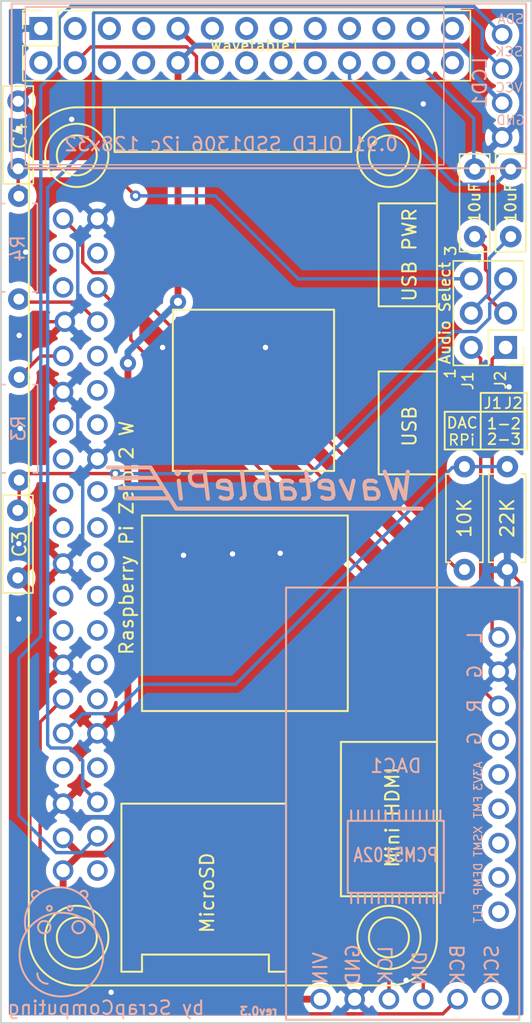
<source format=kicad_pcb>
(kicad_pcb (version 20171130) (host pcbnew 5.1.9+dfsg1-1+deb11u1)

  (general
    (thickness 1.6)
    (drawings 38)
    (tracks 189)
    (zones 0)
    (modules 13)
    (nets 24)
  )

  (page USLetter)
  (title_block
    (title wavetable-pi)
  )

  (layers
    (0 F.Cu signal hide)
    (31 B.Cu signal hide)
    (32 B.Adhes user)
    (33 F.Adhes user)
    (34 B.Paste user)
    (35 F.Paste user)
    (36 B.SilkS user)
    (37 F.SilkS user)
    (38 B.Mask user)
    (39 F.Mask user)
    (40 Dwgs.User user)
    (41 Cmts.User user)
    (42 Eco1.User user)
    (43 Eco2.User user)
    (44 Edge.Cuts user)
    (45 Margin user)
    (46 B.CrtYd user)
    (47 F.CrtYd user)
    (48 B.Fab user)
    (49 F.Fab user)
  )

  (setup
    (last_trace_width 0.25)
    (user_trace_width 0.35)
    (user_trace_width 0.508)
    (user_trace_width 0.762)
    (trace_clearance 0.2)
    (zone_clearance 0.508)
    (zone_45_only no)
    (trace_min 0.2)
    (via_size 0.8)
    (via_drill 0.4)
    (via_min_size 0.4)
    (via_min_drill 0.3)
    (uvia_size 0.3)
    (uvia_drill 0.1)
    (uvias_allowed no)
    (uvia_min_size 0.2)
    (uvia_min_drill 0.1)
    (edge_width 0.15)
    (segment_width 0.2)
    (pcb_text_width 0.3)
    (pcb_text_size 1.5 1.5)
    (mod_edge_width 0.15)
    (mod_text_size 1 1)
    (mod_text_width 0.15)
    (pad_size 1.524 1.524)
    (pad_drill 0.762)
    (pad_to_mask_clearance 0)
    (aux_axis_origin 0 0)
    (visible_elements FFFFFF7F)
    (pcbplotparams
      (layerselection 0x010f0_ffffffff)
      (usegerberextensions false)
      (usegerberattributes false)
      (usegerberadvancedattributes false)
      (creategerberjobfile false)
      (excludeedgelayer true)
      (linewidth 0.100000)
      (plotframeref false)
      (viasonmask false)
      (mode 1)
      (useauxorigin false)
      (hpglpennumber 1)
      (hpglpenspeed 20)
      (hpglpendiameter 15.000000)
      (psnegative false)
      (psa4output false)
      (plotreference true)
      (plotvalue false)
      (plotinvisibletext false)
      (padsonsilk false)
      (subtractmaskfromsilk true)
      (outputformat 1)
      (mirror false)
      (drillshape 0)
      (scaleselection 1)
      (outputdirectory "gerbers_new/"))
  )

  (net 0 "")
  (net 1 "Net-(Btn1-Pad1)")
  (net 2 "Net-(Btn2-Pad1)")
  (net 3 "Net-(R1-Pad1)")
  (net 4 "Net-(R1-Pad2)")
  (net 5 GND)
  (net 6 +5V)
  (net 7 "Net-(LCD1-Pad1)")
  (net 8 "Net-(LCD1-Pad2)")
  (net 9 "Net-(Audio_Select1-Pad5)")
  (net 10 "Net-(Audio_Select1-Pad6)")
  (net 11 "Net-(Audio_Select1-Pad4)")
  (net 12 "Net-(Audio_Select1-Pad3)")
  (net 13 "Net-(Audio_Select1-Pad1)")
  (net 14 "Net-(Audio_Select1-Pad2)")
  (net 15 "Net-(DAC1-Pad2)")
  (net 16 "Net-(DAC1-Pad3)")
  (net 17 "Net-(DAC1-Pad4)")
  (net 18 "Net-(Btn4-Pad1)")
  (net 19 "Net-(Btn3-Pad1)")
  (net 20 "Net-(C1-Pad1)")
  (net 21 "Net-(C2-Pad1)")
  (net 22 "Net-(R3-Pad2)")
  (net 23 "Net-(R4-Pad2)")

  (net_class Default "This is the default net class."
    (clearance 0.2)
    (trace_width 0.25)
    (via_dia 0.8)
    (via_drill 0.4)
    (uvia_dia 0.3)
    (uvia_drill 0.1)
    (add_net +5V)
    (add_net GND)
    (add_net "Net-(Audio_Select1-Pad1)")
    (add_net "Net-(Audio_Select1-Pad2)")
    (add_net "Net-(Audio_Select1-Pad3)")
    (add_net "Net-(Audio_Select1-Pad4)")
    (add_net "Net-(Audio_Select1-Pad5)")
    (add_net "Net-(Audio_Select1-Pad6)")
    (add_net "Net-(Btn1-Pad1)")
    (add_net "Net-(Btn2-Pad1)")
    (add_net "Net-(Btn3-Pad1)")
    (add_net "Net-(Btn4-Pad1)")
    (add_net "Net-(C1-Pad1)")
    (add_net "Net-(C2-Pad1)")
    (add_net "Net-(DAC1-Pad2)")
    (add_net "Net-(DAC1-Pad3)")
    (add_net "Net-(DAC1-Pad4)")
    (add_net "Net-(LCD1-Pad1)")
    (add_net "Net-(LCD1-Pad2)")
    (add_net "Net-(R1-Pad1)")
    (add_net "Net-(R1-Pad2)")
    (add_net "Net-(R3-Pad2)")
    (add_net "Net-(R4-Pad2)")
  )

  (module Resistor_THT:R_Axial_DIN0207_L6.3mm_D2.5mm_P7.62mm_Horizontal (layer B.Cu) (tedit 5AE5139B) (tstamp 63CD5BCD)
    (at 120.4214 28.6766 270)
    (descr "Resistor, Axial_DIN0207 series, Axial, Horizontal, pin pitch=7.62mm, 0.25W = 1/4W, length*diameter=6.3*2.5mm^2, http://cdn-reichelt.de/documents/datenblatt/B400/1_4W%23YAG.pdf")
    (tags "Resistor Axial_DIN0207 series Axial Horizontal pin pitch 7.62mm 0.25W = 1/4W length 6.3mm diameter 2.5mm")
    (path /63CEAFF8)
    (fp_text reference R4 (at 3.8608 0.0762 90) (layer B.SilkS)
      (effects (font (size 1 1) (thickness 0.15)) (justify mirror))
    )
    (fp_text value 1K (at 3.81 -2.37 90) (layer B.Fab)
      (effects (font (size 1 1) (thickness 0.15)) (justify mirror))
    )
    (fp_line (start 8.67 1.5) (end -1.05 1.5) (layer B.CrtYd) (width 0.05))
    (fp_line (start 8.67 -1.5) (end 8.67 1.5) (layer B.CrtYd) (width 0.05))
    (fp_line (start -1.05 -1.5) (end 8.67 -1.5) (layer B.CrtYd) (width 0.05))
    (fp_line (start -1.05 1.5) (end -1.05 -1.5) (layer B.CrtYd) (width 0.05))
    (fp_line (start 7.08 -1.37) (end 7.08 -1.04) (layer B.SilkS) (width 0.12))
    (fp_line (start 0.54 -1.37) (end 7.08 -1.37) (layer B.SilkS) (width 0.12))
    (fp_line (start 0.54 -1.04) (end 0.54 -1.37) (layer B.SilkS) (width 0.12))
    (fp_line (start 7.08 1.37) (end 7.08 1.04) (layer B.SilkS) (width 0.12))
    (fp_line (start 0.54 1.37) (end 7.08 1.37) (layer B.SilkS) (width 0.12))
    (fp_line (start 0.54 1.04) (end 0.54 1.37) (layer B.SilkS) (width 0.12))
    (fp_line (start 7.62 0) (end 6.96 0) (layer B.Fab) (width 0.1))
    (fp_line (start 0 0) (end 0.66 0) (layer B.Fab) (width 0.1))
    (fp_line (start 6.96 1.25) (end 0.66 1.25) (layer B.Fab) (width 0.1))
    (fp_line (start 6.96 -1.25) (end 6.96 1.25) (layer B.Fab) (width 0.1))
    (fp_line (start 0.66 -1.25) (end 6.96 -1.25) (layer B.Fab) (width 0.1))
    (fp_line (start 0.66 1.25) (end 0.66 -1.25) (layer B.Fab) (width 0.1))
    (fp_text user %R (at 3.81 0 90) (layer B.Fab)
      (effects (font (size 1 1) (thickness 0.15)) (justify mirror))
    )
    (pad 2 thru_hole oval (at 7.62 0 270) (size 1.6 1.6) (drill 0.8) (layers *.Cu *.Mask)
      (net 23 "Net-(R4-Pad2)"))
    (pad 1 thru_hole circle (at 0 0 270) (size 1.6 1.6) (drill 0.8) (layers *.Cu *.Mask)
      (net 10 "Net-(Audio_Select1-Pad6)"))
    (model ${KISYS3DMOD}/Resistor_THT.3dshapes/R_Axial_DIN0207_L6.3mm_D2.5mm_P7.62mm_Horizontal.wrl
      (at (xyz 0 0 0))
      (scale (xyz 1 1 1))
      (rotate (xyz 0 0 0))
    )
  )

  (module Resistor_THT:R_Axial_DIN0207_L6.3mm_D2.5mm_P7.62mm_Horizontal (layer B.Cu) (tedit 5AE5139B) (tstamp 63CD5B31)
    (at 120.4468 49.7078 90)
    (descr "Resistor, Axial_DIN0207 series, Axial, Horizontal, pin pitch=7.62mm, 0.25W = 1/4W, length*diameter=6.3*2.5mm^2, http://cdn-reichelt.de/documents/datenblatt/B400/1_4W%23YAG.pdf")
    (tags "Resistor Axial_DIN0207 series Axial Horizontal pin pitch 7.62mm 0.25W = 1/4W length 6.3mm diameter 2.5mm")
    (path /63CD298C)
    (fp_text reference R3 (at 3.8354 -0.0508 90) (layer B.SilkS)
      (effects (font (size 1 1) (thickness 0.15)) (justify mirror))
    )
    (fp_text value 1K (at 3.81 -2.37 90) (layer B.Fab)
      (effects (font (size 1 1) (thickness 0.15)) (justify mirror))
    )
    (fp_line (start 8.67 1.5) (end -1.05 1.5) (layer B.CrtYd) (width 0.05))
    (fp_line (start 8.67 -1.5) (end 8.67 1.5) (layer B.CrtYd) (width 0.05))
    (fp_line (start -1.05 -1.5) (end 8.67 -1.5) (layer B.CrtYd) (width 0.05))
    (fp_line (start -1.05 1.5) (end -1.05 -1.5) (layer B.CrtYd) (width 0.05))
    (fp_line (start 7.08 -1.37) (end 7.08 -1.04) (layer B.SilkS) (width 0.12))
    (fp_line (start 0.54 -1.37) (end 7.08 -1.37) (layer B.SilkS) (width 0.12))
    (fp_line (start 0.54 -1.04) (end 0.54 -1.37) (layer B.SilkS) (width 0.12))
    (fp_line (start 7.08 1.37) (end 7.08 1.04) (layer B.SilkS) (width 0.12))
    (fp_line (start 0.54 1.37) (end 7.08 1.37) (layer B.SilkS) (width 0.12))
    (fp_line (start 0.54 1.04) (end 0.54 1.37) (layer B.SilkS) (width 0.12))
    (fp_line (start 7.62 0) (end 6.96 0) (layer B.Fab) (width 0.1))
    (fp_line (start 0 0) (end 0.66 0) (layer B.Fab) (width 0.1))
    (fp_line (start 6.96 1.25) (end 0.66 1.25) (layer B.Fab) (width 0.1))
    (fp_line (start 6.96 -1.25) (end 6.96 1.25) (layer B.Fab) (width 0.1))
    (fp_line (start 0.66 -1.25) (end 6.96 -1.25) (layer B.Fab) (width 0.1))
    (fp_line (start 0.66 1.25) (end 0.66 -1.25) (layer B.Fab) (width 0.1))
    (fp_text user %R (at 3.81 0 90) (layer B.Fab)
      (effects (font (size 1 1) (thickness 0.15)) (justify mirror))
    )
    (pad 2 thru_hole oval (at 7.62 0 90) (size 1.6 1.6) (drill 0.8) (layers *.Cu *.Mask)
      (net 22 "Net-(R3-Pad2)"))
    (pad 1 thru_hole circle (at 0 0 90) (size 1.6 1.6) (drill 0.8) (layers *.Cu *.Mask)
      (net 9 "Net-(Audio_Select1-Pad5)"))
    (model ${KISYS3DMOD}/Resistor_THT.3dshapes/R_Axial_DIN0207_L6.3mm_D2.5mm_P7.62mm_Horizontal.wrl
      (at (xyz 0 0 0))
      (scale (xyz 1 1 1))
      (rotate (xyz 0 0 0))
    )
  )

  (module Capacitor_THT:C_Rect_L7.0mm_W2.0mm_P5.00mm (layer F.Cu) (tedit 5AE50EF0) (tstamp 63CD1FCE)
    (at 120.3706 26.6446 90)
    (descr "C, Rect series, Radial, pin pitch=5.00mm, , length*width=7*2mm^2, Capacitor")
    (tags "C Rect series Radial pin pitch 5.00mm  length 7mm width 2mm Capacitor")
    (path /63CEBC9D)
    (fp_text reference C4 (at 2.413 0.127 90) (layer F.SilkS)
      (effects (font (size 1 1) (thickness 0.15)))
    )
    (fp_text value C (at 2.5 2.25 90) (layer F.Fab)
      (effects (font (size 1 1) (thickness 0.15)))
    )
    (fp_line (start 6.25 -1.25) (end -1.25 -1.25) (layer F.CrtYd) (width 0.05))
    (fp_line (start 6.25 1.25) (end 6.25 -1.25) (layer F.CrtYd) (width 0.05))
    (fp_line (start -1.25 1.25) (end 6.25 1.25) (layer F.CrtYd) (width 0.05))
    (fp_line (start -1.25 -1.25) (end -1.25 1.25) (layer F.CrtYd) (width 0.05))
    (fp_line (start 6.12 -1.12) (end 6.12 1.12) (layer F.SilkS) (width 0.12))
    (fp_line (start -1.12 -1.12) (end -1.12 1.12) (layer F.SilkS) (width 0.12))
    (fp_line (start -1.12 1.12) (end 6.12 1.12) (layer F.SilkS) (width 0.12))
    (fp_line (start -1.12 -1.12) (end 6.12 -1.12) (layer F.SilkS) (width 0.12))
    (fp_line (start 6 -1) (end -1 -1) (layer F.Fab) (width 0.1))
    (fp_line (start 6 1) (end 6 -1) (layer F.Fab) (width 0.1))
    (fp_line (start -1 1) (end 6 1) (layer F.Fab) (width 0.1))
    (fp_line (start -1 -1) (end -1 1) (layer F.Fab) (width 0.1))
    (fp_text user %R (at 2.5 0 90) (layer F.Fab)
      (effects (font (size 1 1) (thickness 0.15)))
    )
    (pad 2 thru_hole circle (at 5 0 90) (size 1.6 1.6) (drill 0.8) (layers *.Cu *.Mask)
      (net 5 GND))
    (pad 1 thru_hole circle (at 0 0 90) (size 1.6 1.6) (drill 0.8) (layers *.Cu *.Mask)
      (net 10 "Net-(Audio_Select1-Pad6)"))
    (model ${KISYS3DMOD}/Capacitor_THT.3dshapes/C_Rect_L7.0mm_W2.0mm_P5.00mm.wrl
      (at (xyz 0 0 0))
      (scale (xyz 1 1 1))
      (rotate (xyz 0 0 0))
    )
  )

  (module Capacitor_THT:C_Rect_L7.0mm_W2.0mm_P5.00mm (layer F.Cu) (tedit 5AE50EF0) (tstamp 63CD1FBB)
    (at 120.3452 51.943 270)
    (descr "C, Rect series, Radial, pin pitch=5.00mm, , length*width=7*2mm^2, Capacitor")
    (tags "C Rect series Radial pin pitch 5.00mm  length 7mm width 2mm Capacitor")
    (path /63CE57FB)
    (fp_text reference C3 (at 2.5 -0.127 90) (layer F.SilkS)
      (effects (font (size 1 1) (thickness 0.15)))
    )
    (fp_text value 100nF (at 2.5 2.25 90) (layer F.Fab)
      (effects (font (size 1 1) (thickness 0.15)))
    )
    (fp_line (start 6.25 -1.25) (end -1.25 -1.25) (layer F.CrtYd) (width 0.05))
    (fp_line (start 6.25 1.25) (end 6.25 -1.25) (layer F.CrtYd) (width 0.05))
    (fp_line (start -1.25 1.25) (end 6.25 1.25) (layer F.CrtYd) (width 0.05))
    (fp_line (start -1.25 -1.25) (end -1.25 1.25) (layer F.CrtYd) (width 0.05))
    (fp_line (start 6.12 -1.12) (end 6.12 1.12) (layer F.SilkS) (width 0.12))
    (fp_line (start -1.12 -1.12) (end -1.12 1.12) (layer F.SilkS) (width 0.12))
    (fp_line (start -1.12 1.12) (end 6.12 1.12) (layer F.SilkS) (width 0.12))
    (fp_line (start -1.12 -1.12) (end 6.12 -1.12) (layer F.SilkS) (width 0.12))
    (fp_line (start 6 -1) (end -1 -1) (layer F.Fab) (width 0.1))
    (fp_line (start 6 1) (end 6 -1) (layer F.Fab) (width 0.1))
    (fp_line (start -1 1) (end 6 1) (layer F.Fab) (width 0.1))
    (fp_line (start -1 -1) (end -1 1) (layer F.Fab) (width 0.1))
    (fp_text user %R (at 2.5 0 90) (layer F.Fab)
      (effects (font (size 1 1) (thickness 0.15)))
    )
    (pad 2 thru_hole circle (at 5 0 270) (size 1.6 1.6) (drill 0.8) (layers *.Cu *.Mask)
      (net 5 GND))
    (pad 1 thru_hole circle (at 0 0 270) (size 1.6 1.6) (drill 0.8) (layers *.Cu *.Mask)
      (net 9 "Net-(Audio_Select1-Pad5)"))
    (model ${KISYS3DMOD}/Capacitor_THT.3dshapes/C_Rect_L7.0mm_W2.0mm_P5.00mm.wrl
      (at (xyz 0 0 0))
      (scale (xyz 1 1 1))
      (rotate (xyz 0 0 0))
    )
  )

  (module Custom:RPiZero2W (layer F.Cu) (tedit 639D4A2C) (tstamp 63CD2D58)
    (at 121.158 87.122 90)
    (path /61D0AC9C)
    (fp_text reference "Raspberry Pi Zero 2 W" (at 33.147 7.239 90) (layer F.SilkS)
      (effects (font (size 1 1) (thickness 0.15)))
    )
    (fp_text value RPiZero2W (at 27.432 10.668 90) (layer F.Fab)
      (effects (font (size 1 1) (thickness 0.15)))
    )
    (fp_line (start 61.722 6.35) (end 65.024 6.35) (layer F.SilkS) (width 0.15))
    (fp_line (start 61.722 23.876) (end 65.024 23.876) (layer F.SilkS) (width 0.15))
    (fp_line (start 61.722 6.35) (end 61.722 23.876) (layer F.SilkS) (width 0.15))
    (fp_line (start 57.912 25.908) (end 57.912 30.226) (layer F.SilkS) (width 0.15))
    (fp_line (start 50.292 25.908) (end 57.912 25.908) (layer F.SilkS) (width 0.15))
    (fp_line (start 50.292 30.226) (end 50.292 25.908) (layer F.SilkS) (width 0.15))
    (fp_line (start 45.466 25.908) (end 45.466 30.226) (layer F.SilkS) (width 0.15))
    (fp_line (start 37.846 25.908) (end 45.466 25.908) (layer F.SilkS) (width 0.15))
    (fp_line (start 37.846 30.226) (end 37.846 25.908) (layer F.SilkS) (width 0.15))
    (fp_line (start 18.034 23.114) (end 18.034 30.226) (layer F.SilkS) (width 0.15))
    (fp_line (start 6.604 23.114) (end 18.034 23.114) (layer F.SilkS) (width 0.15))
    (fp_line (start 6.604 30.226) (end 6.604 23.114) (layer F.SilkS) (width 0.15))
    (fp_line (start 13.462 6.858) (end 1.016 6.858) (layer F.SilkS) (width 0.15))
    (fp_line (start 13.462 19.05) (end 13.462 6.858) (layer F.SilkS) (width 0.15))
    (fp_line (start 1.016 19.05) (end 13.462 19.05) (layer F.SilkS) (width 0.15))
    (fp_line (start 1.016 17.78) (end 1.016 19.05) (layer F.SilkS) (width 0.15))
    (fp_line (start 2.286 17.78) (end 1.016 17.78) (layer F.SilkS) (width 0.15))
    (fp_line (start 2.286 8.382) (end 2.286 17.78) (layer F.SilkS) (width 0.15))
    (fp_line (start 1.016 8.382) (end 2.286 8.382) (layer F.SilkS) (width 0.15))
    (fp_line (start 1.016 6.858) (end 1.016 8.382) (layer F.SilkS) (width 0.15))
    (fp_line (start 50.038 10.668) (end 38.1 10.668) (layer F.SilkS) (width 0.15))
    (fp_line (start 50.038 22.606) (end 50.038 10.668) (layer F.SilkS) (width 0.15))
    (fp_line (start 38.1 22.606) (end 50.038 22.606) (layer F.SilkS) (width 0.15))
    (fp_line (start 38.1 10.668) (end 38.1 22.606) (layer F.SilkS) (width 0.15))
    (fp_line (start 20.32 23.622) (end 20.32 8.382) (layer F.SilkS) (width 0.15))
    (fp_line (start 34.798 23.622) (end 20.32 23.622) (layer F.SilkS) (width 0.15))
    (fp_line (start 34.798 8.382) (end 34.798 23.622) (layer F.SilkS) (width 0.15))
    (fp_line (start 20.32 8.382) (end 34.798 8.382) (layer F.SilkS) (width 0.15))
    (fp_line (start 0 19.177) (end 0 18.923) (layer F.CrtYd) (width 0.12))
    (fp_line (start 0 7.239) (end 0 6.985) (layer F.CrtYd) (width 0.12))
    (fp_line (start 3.556 0) (end 61.468 0) (layer F.SilkS) (width 0.15))
    (fp_line (start 65.024 3.556) (end 65.024 26.67) (layer F.SilkS) (width 0.15))
    (fp_line (start 61.468 30.226) (end 3.556 30.226) (layer F.SilkS) (width 0.15))
    (fp_line (start 0 3.556) (end 0 26.67) (layer F.SilkS) (width 0.15))
    (fp_circle (center 3.556 3.556) (end 1.778 2.032) (layer F.SilkS) (width 0.15))
    (fp_circle (center 3.556 3.556) (end 2.794 2.286) (layer F.SilkS) (width 0.15))
    (fp_circle (center 61.468 3.556) (end 60.706 2.286) (layer F.SilkS) (width 0.15))
    (fp_circle (center 61.468 3.556) (end 59.69 2.032) (layer F.SilkS) (width 0.15))
    (fp_circle (center 61.468 26.67) (end 62.738 25.908) (layer F.SilkS) (width 0.15))
    (fp_circle (center 61.468 26.67) (end 62.992 24.892) (layer F.SilkS) (width 0.15))
    (fp_circle (center 3.556 26.67) (end 5.334 28.194) (layer F.SilkS) (width 0.15))
    (fp_circle (center 3.556 26.67) (end 4.318 27.94) (layer F.SilkS) (width 0.15))
    (fp_line (start 0 6.985) (end 13.335 6.985) (layer F.CrtYd) (width 0.15))
    (fp_line (start 13.335 6.985) (end 13.335 19.177) (layer F.CrtYd) (width 0.15))
    (fp_line (start 13.335 19.177) (end 0 19.177) (layer F.CrtYd) (width 0.15))
    (fp_line (start 0 7.239) (end -2.667 7.239) (layer F.CrtYd) (width 0.15))
    (fp_line (start -2.667 7.239) (end -2.667 18.923) (layer F.CrtYd) (width 0.15))
    (fp_line (start -2.667 18.923) (end 0 18.923) (layer F.CrtYd) (width 0.15))
    (fp_line (start -1.524 7.366) (end -1.524 18.923) (layer F.CrtYd) (width 0.15))
    (fp_line (start 6.604 30.226) (end 6.604 23.114) (layer F.CrtYd) (width 0.15))
    (fp_line (start 6.604 23.114) (end 18.161 23.114) (layer F.CrtYd) (width 0.15))
    (fp_line (start 18.161 23.114) (end 18.161 30.226) (layer F.CrtYd) (width 0.15))
    (fp_line (start 6.604 30.226) (end 6.35 30.734) (layer F.CrtYd) (width 0.15))
    (fp_line (start 6.35 30.734) (end 18.415 30.734) (layer F.CrtYd) (width 0.15))
    (fp_line (start 18.415 30.734) (end 18.161 30.226) (layer F.CrtYd) (width 0.15))
    (fp_line (start 37.846 30.226) (end 37.846 26.035) (layer F.CrtYd) (width 0.15))
    (fp_line (start 37.846 26.035) (end 45.339 26.035) (layer F.CrtYd) (width 0.15))
    (fp_line (start 45.339 26.035) (end 45.339 30.226) (layer F.CrtYd) (width 0.15))
    (fp_line (start 45.339 30.226) (end 45.593 30.607) (layer F.CrtYd) (width 0.15))
    (fp_line (start 45.593 30.607) (end 37.592 30.607) (layer F.CrtYd) (width 0.15))
    (fp_line (start 37.592 30.607) (end 37.846 30.099) (layer F.CrtYd) (width 0.15))
    (fp_line (start 50.038 30.607) (end 50.292 30.099) (layer F.CrtYd) (width 0.15))
    (fp_line (start 57.785 30.226) (end 58.039 30.607) (layer F.CrtYd) (width 0.15))
    (fp_line (start 57.785 26.035) (end 57.785 30.226) (layer F.CrtYd) (width 0.15))
    (fp_line (start 58.039 30.607) (end 50.038 30.607) (layer F.CrtYd) (width 0.15))
    (fp_line (start 50.292 26.035) (end 57.785 26.035) (layer F.CrtYd) (width 0.15))
    (fp_line (start 50.292 30.226) (end 50.292 26.035) (layer F.CrtYd) (width 0.15))
    (fp_line (start 61.849 6.35) (end 61.849 23.876) (layer F.CrtYd) (width 0.15))
    (fp_line (start 61.849 6.35) (end 66.04 6.35) (layer F.CrtYd) (width 0.15))
    (fp_line (start 66.04 6.35) (end 66.04 23.876) (layer F.CrtYd) (width 0.15))
    (fp_line (start 66.04 23.876) (end 61.849 23.876) (layer F.CrtYd) (width 0.15))
    (fp_line (start 20.193 8.255) (end 34.798 8.255) (layer F.CrtYd) (width 0.15))
    (fp_line (start 34.798 8.255) (end 34.798 23.622) (layer F.CrtYd) (width 0.15))
    (fp_line (start 34.798 23.622) (end 20.193 23.622) (layer F.CrtYd) (width 0.15))
    (fp_line (start 20.193 8.255) (end 20.193 23.622) (layer F.CrtYd) (width 0.15))
    (fp_line (start 37.973 10.541) (end 49.911 10.541) (layer F.CrtYd) (width 0.15))
    (fp_line (start 49.911 10.541) (end 49.911 22.606) (layer F.CrtYd) (width 0.15))
    (fp_line (start 49.911 22.606) (end 37.973 22.606) (layer F.CrtYd) (width 0.15))
    (fp_line (start 37.973 10.541) (end 37.973 22.606) (layer F.CrtYd) (width 0.15))
    (fp_arc (start 3.556 3.556) (end 3.556 0) (angle -90) (layer F.SilkS) (width 0.15))
    (fp_arc (start 61.468 3.556) (end 65.024 3.556) (angle -90) (layer F.SilkS) (width 0.15))
    (fp_arc (start 61.468 26.67) (end 61.468 30.226) (angle -90) (layer F.SilkS) (width 0.15))
    (fp_arc (start 3.556 26.67) (end 0 26.67) (angle -90) (layer F.SilkS) (width 0.15))
    (fp_text user HDMI (at 12.319 26.924 90) (layer F.CrtYd)
      (effects (font (size 1 1) (thickness 0.15)))
    )
    (fp_text user MicroSD (at 6.731 13.208 90) (layer F.CrtYd)
      (effects (font (size 1 1) (thickness 0.15)))
    )
    (fp_text user USB (at 41.529 28.194 90) (layer F.CrtYd)
      (effects (font (size 1 1) (thickness 0.15)))
    )
    (fp_text user "PWR IN" (at 54.102 28.194 90) (layer F.CrtYd)
      (effects (font (size 1 1) (thickness 0.15)))
    )
    (fp_text user MicroSD (at 6.858 13.208 90) (layer F.SilkS)
      (effects (font (size 1 1) (thickness 0.15)))
    )
    (fp_text user "Mini HDMI" (at 12.446 26.924 90) (layer F.SilkS)
      (effects (font (size 1 1) (thickness 0.15)))
    )
    (fp_text user USB (at 41.402 28.194 90) (layer F.SilkS)
      (effects (font (size 1 1) (thickness 0.15)))
    )
    (fp_text user "USB PWR" (at 54.102 28.194 90) (layer F.SilkS)
      (effects (font (size 1 1) (thickness 0.15)))
    )
    (pad 2 thru_hole circle (at 8.509 2.54 90) (size 1.524 1.524) (drill 0.9844) (layers *.Cu *.Mask)
      (net 6 +5V))
    (pad 1 thru_hole circle (at 8.509 5.08 90) (size 1.524 1.524) (drill 0.9844) (layers *.Cu *.Mask))
    (pad 3 thru_hole circle (at 11.049 5.08 90) (size 1.524 1.524) (drill 0.9844) (layers *.Cu *.Mask)
      (net 7 "Net-(LCD1-Pad1)"))
    (pad 4 thru_hole circle (at 10.922 2.54 90) (size 1.524 1.524) (drill 0.9844) (layers *.Cu *.Mask)
      (net 6 +5V))
    (pad 5 thru_hole circle (at 13.589 5.08 90) (size 1.524 1.524) (drill 0.9844) (layers *.Cu *.Mask)
      (net 8 "Net-(LCD1-Pad2)"))
    (pad 6 thru_hole circle (at 13.462 2.54 90) (size 1.524 1.524) (drill 0.9844) (layers *.Cu *.Mask)
      (net 5 GND))
    (pad 7 thru_hole circle (at 16.129 5.08 90) (size 1.524 1.524) (drill 0.9844) (layers *.Cu *.Mask))
    (pad 8 thru_hole circle (at 16.129 2.54 90) (size 1.524 1.524) (drill 0.9844) (layers *.Cu *.Mask))
    (pad 9 thru_hole circle (at 18.669 5.08 90) (size 1.524 1.524) (drill 0.9844) (layers *.Cu *.Mask)
      (net 5 GND))
    (pad 11 thru_hole circle (at 21.209 5.08 90) (size 1.524 1.524) (drill 0.9844) (layers *.Cu *.Mask)
      (net 1 "Net-(Btn1-Pad1)"))
    (pad 13 thru_hole circle (at 23.749 5.08 90) (size 1.524 1.524) (drill 0.9844) (layers *.Cu *.Mask)
      (net 2 "Net-(Btn2-Pad1)"))
    (pad 15 thru_hole circle (at 26.289 5.08 90) (size 1.524 1.524) (drill 0.9844) (layers *.Cu *.Mask)
      (net 19 "Net-(Btn3-Pad1)"))
    (pad 17 thru_hole circle (at 28.829 5.08 90) (size 1.524 1.524) (drill 0.9844) (layers *.Cu *.Mask))
    (pad 19 thru_hole circle (at 31.369 5.08 90) (size 1.524 1.524) (drill 0.9844) (layers *.Cu *.Mask))
    (pad 21 thru_hole circle (at 33.909 5.08 90) (size 1.524 1.524) (drill 0.9844) (layers *.Cu *.Mask))
    (pad 23 thru_hole circle (at 36.576 5.08 90) (size 1.524 1.524) (drill 0.9844) (layers *.Cu *.Mask))
    (pad 25 thru_hole circle (at 38.989 5.08 90) (size 1.524 1.524) (drill 0.9844) (layers *.Cu *.Mask)
      (net 5 GND))
    (pad 27 thru_hole circle (at 41.529 5.08 90) (size 1.524 1.524) (drill 0.9844) (layers *.Cu *.Mask))
    (pad 29 thru_hole circle (at 44.069 5.08 90) (size 1.524 1.524) (drill 0.9844) (layers *.Cu *.Mask))
    (pad 31 thru_hole circle (at 46.609 5.08 90) (size 1.524 1.524) (drill 0.9844) (layers *.Cu *.Mask))
    (pad 33 thru_hole circle (at 49.149 5.08 90) (size 1.524 1.524) (drill 0.9844) (layers *.Cu *.Mask)
      (net 23 "Net-(R4-Pad2)"))
    (pad 35 thru_hole circle (at 51.689 5.08 90) (size 1.524 1.524) (drill 0.9844) (layers *.Cu *.Mask)
      (net 17 "Net-(DAC1-Pad4)"))
    (pad 37 thru_hole circle (at 54.229 5.08 90) (size 1.524 1.524) (drill 0.9844) (layers *.Cu *.Mask))
    (pad 39 thru_hole circle (at 56.769 5.08 90) (size 1.524 1.524) (drill 0.9844) (layers *.Cu *.Mask)
      (net 5 GND))
    (pad 10 thru_hole circle (at 18.669 2.54 90) (size 1.524 1.524) (drill 0.9844) (layers *.Cu *.Mask)
      (net 3 "Net-(R1-Pad1)"))
    (pad 12 thru_hole circle (at 21.209 2.54 90) (size 1.524 1.524) (drill 0.9844) (layers *.Cu *.Mask)
      (net 15 "Net-(DAC1-Pad2)"))
    (pad 14 thru_hole circle (at 23.749 2.54 90) (size 1.524 1.524) (drill 0.9844) (layers *.Cu *.Mask)
      (net 5 GND))
    (pad 16 thru_hole circle (at 26.289 2.54 90) (size 1.524 1.524) (drill 0.9844) (layers *.Cu *.Mask)
      (net 18 "Net-(Btn4-Pad1)"))
    (pad 18 thru_hole circle (at 28.829 2.54 90) (size 1.524 1.524) (drill 0.9844) (layers *.Cu *.Mask))
    (pad 20 thru_hole circle (at 31.242 2.54 90) (size 1.524 1.524) (drill 0.9844) (layers *.Cu *.Mask)
      (net 5 GND))
    (pad 22 thru_hole circle (at 33.909 2.54 90) (size 1.524 1.524) (drill 0.9844) (layers *.Cu *.Mask))
    (pad 24 thru_hole circle (at 36.449 2.54 90) (size 1.524 1.524) (drill 0.9844) (layers *.Cu *.Mask))
    (pad 26 thru_hole circle (at 38.989 2.54 90) (size 1.524 1.524) (drill 0.9844) (layers *.Cu *.Mask))
    (pad 28 thru_hole circle (at 41.529 2.54 90) (size 1.524 1.524) (drill 0.9844) (layers *.Cu *.Mask))
    (pad 30 thru_hole circle (at 43.942 2.54 90) (size 1.524 1.524) (drill 0.9844) (layers *.Cu *.Mask)
      (net 5 GND))
    (pad 32 thru_hole circle (at 46.609 2.54 90) (size 1.524 1.524) (drill 0.9844) (layers *.Cu *.Mask)
      (net 22 "Net-(R3-Pad2)"))
    (pad 34 thru_hole circle (at 49.149 2.667 90) (size 1.524 1.524) (drill 0.9844) (layers *.Cu *.Mask)
      (net 5 GND))
    (pad 36 thru_hole circle (at 51.689 2.54 90) (size 1.524 1.524) (drill 0.9844) (layers *.Cu *.Mask))
    (pad 38 thru_hole circle (at 54.229 2.54 90) (size 1.524 1.524) (drill 0.9844) (layers *.Cu *.Mask))
    (pad 40 thru_hole circle (at 56.769 2.54 90) (size 1.524 1.524) (drill 0.9844) (layers *.Cu *.Mask)
      (net 16 "Net-(DAC1-Pad3)"))
  )

  (module Capacitor_THT:C_Rect_L7.0mm_W2.0mm_P5.00mm (layer F.Cu) (tedit 5AE50EF0) (tstamp 639F681F)
    (at 154.178 26.67 270)
    (descr "C, Rect series, Radial, pin pitch=5.00mm, , length*width=7*2mm^2, Capacitor")
    (tags "C Rect series Radial pin pitch 5.00mm  length 7mm width 2mm Capacitor")
    (path /639AF7C9)
    (fp_text reference 10uF (at 2.5 0 90) (layer F.SilkS)
      (effects (font (size 0.8 0.8) (thickness 0.14)))
    )
    (fp_text value 10uF (at 2.5 2.25 90) (layer F.Fab)
      (effects (font (size 1 1) (thickness 0.15)))
    )
    (fp_line (start 6.25 -1.25) (end -1.25 -1.25) (layer F.CrtYd) (width 0.05))
    (fp_line (start 6.25 1.25) (end 6.25 -1.25) (layer F.CrtYd) (width 0.05))
    (fp_line (start -1.25 1.25) (end 6.25 1.25) (layer F.CrtYd) (width 0.05))
    (fp_line (start -1.25 -1.25) (end -1.25 1.25) (layer F.CrtYd) (width 0.05))
    (fp_line (start 6.12 -1.12) (end 6.12 1.12) (layer F.SilkS) (width 0.12))
    (fp_line (start -1.12 -1.12) (end -1.12 1.12) (layer F.SilkS) (width 0.12))
    (fp_line (start -1.12 1.12) (end 6.12 1.12) (layer F.SilkS) (width 0.12))
    (fp_line (start -1.12 -1.12) (end 6.12 -1.12) (layer F.SilkS) (width 0.12))
    (fp_line (start 6 -1) (end -1 -1) (layer F.Fab) (width 0.1))
    (fp_line (start 6 1) (end 6 -1) (layer F.Fab) (width 0.1))
    (fp_line (start -1 1) (end 6 1) (layer F.Fab) (width 0.1))
    (fp_line (start -1 -1) (end -1 1) (layer F.Fab) (width 0.1))
    (fp_text user %R (at 2.5 0 90) (layer F.Fab)
      (effects (font (size 1 1) (thickness 0.15)))
    )
    (pad 1 thru_hole circle (at 0 0 270) (size 1.6 1.6) (drill 0.8) (layers *.Cu *.Mask)
      (net 20 "Net-(C1-Pad1)"))
    (pad 2 thru_hole circle (at 5 0 270) (size 1.6 1.6) (drill 0.8) (layers *.Cu *.Mask)
      (net 12 "Net-(Audio_Select1-Pad3)"))
    (model ${KISYS3DMOD}/Capacitor_THT.3dshapes/C_Rect_L7.0mm_W2.0mm_P5.00mm.wrl
      (at (xyz 0 0 0))
      (scale (xyz 1 1 1))
      (rotate (xyz 0 0 0))
    )
  )

  (module Capacitor_THT:C_Rect_L7.0mm_W2.0mm_P5.00mm (layer F.Cu) (tedit 5AE50EF0) (tstamp 639F4157)
    (at 156.845 26.67 270)
    (descr "C, Rect series, Radial, pin pitch=5.00mm, , length*width=7*2mm^2, Capacitor")
    (tags "C Rect series Radial pin pitch 5.00mm  length 7mm width 2mm Capacitor")
    (path /639B020F)
    (fp_text reference 10uF (at 2.5 0 270) (layer F.SilkS)
      (effects (font (size 0.8 0.8) (thickness 0.14)))
    )
    (fp_text value 10uF (at 2.5 2.25 270) (layer F.Fab)
      (effects (font (size 1 1) (thickness 0.15)))
    )
    (fp_line (start 6.25 -1.25) (end -1.25 -1.25) (layer F.CrtYd) (width 0.05))
    (fp_line (start 6.25 1.25) (end 6.25 -1.25) (layer F.CrtYd) (width 0.05))
    (fp_line (start -1.25 1.25) (end 6.25 1.25) (layer F.CrtYd) (width 0.05))
    (fp_line (start -1.25 -1.25) (end -1.25 1.25) (layer F.CrtYd) (width 0.05))
    (fp_line (start 6.12 -1.12) (end 6.12 1.12) (layer F.SilkS) (width 0.12))
    (fp_line (start -1.12 -1.12) (end -1.12 1.12) (layer F.SilkS) (width 0.12))
    (fp_line (start -1.12 1.12) (end 6.12 1.12) (layer F.SilkS) (width 0.12))
    (fp_line (start -1.12 -1.12) (end 6.12 -1.12) (layer F.SilkS) (width 0.12))
    (fp_line (start 6 -1) (end -1 -1) (layer F.Fab) (width 0.1))
    (fp_line (start 6 1) (end 6 -1) (layer F.Fab) (width 0.1))
    (fp_line (start -1 1) (end 6 1) (layer F.Fab) (width 0.1))
    (fp_line (start -1 -1) (end -1 1) (layer F.Fab) (width 0.1))
    (fp_text user %R (at 2.5 0 270) (layer F.Fab)
      (effects (font (size 1 1) (thickness 0.15)))
    )
    (pad 1 thru_hole circle (at 0 0 270) (size 1.6 1.6) (drill 0.8) (layers *.Cu *.Mask)
      (net 21 "Net-(C2-Pad1)"))
    (pad 2 thru_hole circle (at 5 0 270) (size 1.6 1.6) (drill 0.8) (layers *.Cu *.Mask)
      (net 11 "Net-(Audio_Select1-Pad4)"))
    (model ${KISYS3DMOD}/Capacitor_THT.3dshapes/C_Rect_L7.0mm_W2.0mm_P5.00mm.wrl
      (at (xyz 0 0 0))
      (scale (xyz 1 1 1))
      (rotate (xyz 0 0 0))
    )
  )

  (module Connector_PinSocket_2.54mm:PinSocket_2x13_P2.54mm_Vertical (layer F.Cu) (tedit 5A19A430) (tstamp 639E8581)
    (at 122.047 16.256 90)
    (descr "Through hole straight socket strip, 2x13, 2.54mm pitch, double cols (from Kicad 4.0.7), script generated")
    (tags "Through hole socket strip THT 2x13 2.54mm double row")
    (path /61C7D4E8)
    (fp_text reference Wavetable1 (at -1.27 15.875) (layer F.SilkS)
      (effects (font (size 0.8 0.8) (thickness 0.13)))
    )
    (fp_text value Conn_02x13_Odd_Even (at -1.27 33.25 90) (layer F.Fab)
      (effects (font (size 1 1) (thickness 0.15)))
    )
    (fp_line (start -4.34 32.25) (end -4.34 -1.8) (layer F.CrtYd) (width 0.05))
    (fp_line (start 1.76 32.25) (end -4.34 32.25) (layer F.CrtYd) (width 0.05))
    (fp_line (start 1.76 -1.8) (end 1.76 32.25) (layer F.CrtYd) (width 0.05))
    (fp_line (start -4.34 -1.8) (end 1.76 -1.8) (layer F.CrtYd) (width 0.05))
    (fp_line (start 0 -1.33) (end 1.33 -1.33) (layer F.SilkS) (width 0.12))
    (fp_line (start 1.33 -1.33) (end 1.33 0) (layer F.SilkS) (width 0.12))
    (fp_line (start -1.27 -1.33) (end -1.27 1.27) (layer F.SilkS) (width 0.12))
    (fp_line (start -1.27 1.27) (end 1.33 1.27) (layer F.SilkS) (width 0.12))
    (fp_line (start 1.33 1.27) (end 1.33 31.81) (layer F.SilkS) (width 0.12))
    (fp_line (start -3.87 31.81) (end 1.33 31.81) (layer F.SilkS) (width 0.12))
    (fp_line (start -3.87 -1.33) (end -3.87 31.81) (layer F.SilkS) (width 0.12))
    (fp_line (start -3.87 -1.33) (end -1.27 -1.33) (layer F.SilkS) (width 0.12))
    (fp_line (start -3.81 31.75) (end -3.81 -1.27) (layer F.Fab) (width 0.1))
    (fp_line (start 1.27 31.75) (end -3.81 31.75) (layer F.Fab) (width 0.1))
    (fp_line (start 1.27 -0.27) (end 1.27 31.75) (layer F.Fab) (width 0.1))
    (fp_line (start 0.27 -1.27) (end 1.27 -0.27) (layer F.Fab) (width 0.1))
    (fp_line (start -3.81 -1.27) (end 0.27 -1.27) (layer F.Fab) (width 0.1))
    (fp_text user %R (at -1.27 15.24 180) (layer B.Fab)
      (effects (font (size 1 1) (thickness 0.15)) (justify mirror))
    )
    (pad 1 thru_hole rect (at 0 0 90) (size 1.7 1.7) (drill 1) (layers *.Cu *.Mask)
      (net 5 GND))
    (pad 2 thru_hole oval (at -2.54 0 90) (size 1.7 1.7) (drill 1) (layers *.Cu *.Mask))
    (pad 3 thru_hole oval (at 0 2.54 90) (size 1.7 1.7) (drill 1) (layers *.Cu *.Mask))
    (pad 4 thru_hole oval (at -2.54 2.54 90) (size 1.7 1.7) (drill 1) (layers *.Cu *.Mask)
      (net 4 "Net-(R1-Pad2)"))
    (pad 5 thru_hole oval (at 0 5.08 90) (size 1.7 1.7) (drill 1) (layers *.Cu *.Mask))
    (pad 6 thru_hole oval (at -2.54 5.08 90) (size 1.7 1.7) (drill 1) (layers *.Cu *.Mask))
    (pad 7 thru_hole oval (at 0 7.62 90) (size 1.7 1.7) (drill 1) (layers *.Cu *.Mask))
    (pad 8 thru_hole oval (at -2.54 7.62 90) (size 1.7 1.7) (drill 1) (layers *.Cu *.Mask))
    (pad 9 thru_hole oval (at 0 10.16 90) (size 1.7 1.7) (drill 1) (layers *.Cu *.Mask)
      (net 5 GND))
    (pad 10 thru_hole oval (at -2.54 10.16 90) (size 1.7 1.7) (drill 1) (layers *.Cu *.Mask)
      (net 6 +5V))
    (pad 11 thru_hole oval (at 0 12.7 90) (size 1.7 1.7) (drill 1) (layers *.Cu *.Mask))
    (pad 12 thru_hole oval (at -2.54 12.7 90) (size 1.7 1.7) (drill 1) (layers *.Cu *.Mask))
    (pad 13 thru_hole oval (at 0 15.24 90) (size 1.7 1.7) (drill 1) (layers *.Cu *.Mask))
    (pad 14 thru_hole oval (at -2.54 15.24 90) (size 1.7 1.7) (drill 1) (layers *.Cu *.Mask))
    (pad 15 thru_hole oval (at 0 17.78 90) (size 1.7 1.7) (drill 1) (layers *.Cu *.Mask))
    (pad 16 thru_hole oval (at -2.54 17.78 90) (size 1.7 1.7) (drill 1) (layers *.Cu *.Mask))
    (pad 17 thru_hole oval (at 0 20.32 90) (size 1.7 1.7) (drill 1) (layers *.Cu *.Mask))
    (pad 18 thru_hole oval (at -2.54 20.32 90) (size 1.7 1.7) (drill 1) (layers *.Cu *.Mask))
    (pad 19 thru_hole oval (at 0 22.86 90) (size 1.7 1.7) (drill 1) (layers *.Cu *.Mask))
    (pad 20 thru_hole oval (at -2.54 22.86 90) (size 1.7 1.7) (drill 1) (layers *.Cu *.Mask)
      (net 21 "Net-(C2-Pad1)"))
    (pad 21 thru_hole oval (at 0 25.4 90) (size 1.7 1.7) (drill 1) (layers *.Cu *.Mask))
    (pad 22 thru_hole oval (at -2.54 25.4 90) (size 1.7 1.7) (drill 1) (layers *.Cu *.Mask))
    (pad 23 thru_hole oval (at 0 27.94 90) (size 1.7 1.7) (drill 1) (layers *.Cu *.Mask))
    (pad 24 thru_hole oval (at -2.54 27.94 90) (size 1.7 1.7) (drill 1) (layers *.Cu *.Mask)
      (net 20 "Net-(C1-Pad1)"))
    (pad 25 thru_hole oval (at 0 30.48 90) (size 1.7 1.7) (drill 1) (layers *.Cu *.Mask))
    (pad 26 thru_hole oval (at -2.54 30.48 90) (size 1.7 1.7) (drill 1) (layers *.Cu *.Mask))
    (model ${KISYS3DMOD}/Connector_PinSocket_2.54mm.3dshapes/PinSocket_2x13_P2.54mm_Vertical.wrl
      (at (xyz 0 0 0))
      (scale (xyz 1 1 1))
      (rotate (xyz 0 0 0))
    )
  )

  (module Connector_PinHeader_2.54mm:PinHeader_2x03_P2.54mm_Vertical (layer F.Cu) (tedit 59FED5CC) (tstamp 639F6597)
    (at 156.464 39.878 180)
    (descr "Through hole straight pin header, 2x03, 2.54mm pitch, double rows")
    (tags "Through hole pin header THT 2x03 2.54mm double row")
    (path /61CD9D72)
    (fp_text reference "Audio Select" (at 4.4958 2.54 90) (layer F.SilkS)
      (effects (font (size 0.8 0.8) (thickness 0.14)))
    )
    (fp_text value Conn_02x03_Odd_Even (at 1.27 7.41 180) (layer F.Fab)
      (effects (font (size 1 1) (thickness 0.15)))
    )
    (fp_line (start 0 -1.27) (end 3.81 -1.27) (layer F.Fab) (width 0.1))
    (fp_line (start 3.81 -1.27) (end 3.81 6.35) (layer F.Fab) (width 0.1))
    (fp_line (start 3.81 6.35) (end -1.27 6.35) (layer F.Fab) (width 0.1))
    (fp_line (start -1.27 6.35) (end -1.27 0) (layer F.Fab) (width 0.1))
    (fp_line (start -1.27 0) (end 0 -1.27) (layer F.Fab) (width 0.1))
    (fp_line (start -1.33 6.41) (end 3.87 6.41) (layer F.SilkS) (width 0.12))
    (fp_line (start -1.33 1.27) (end -1.33 6.41) (layer F.SilkS) (width 0.12))
    (fp_line (start 3.87 -1.33) (end 3.87 6.41) (layer F.SilkS) (width 0.12))
    (fp_line (start -1.33 1.27) (end 1.27 1.27) (layer F.SilkS) (width 0.12))
    (fp_line (start 1.27 1.27) (end 1.27 -1.33) (layer F.SilkS) (width 0.12))
    (fp_line (start 1.27 -1.33) (end 3.87 -1.33) (layer F.SilkS) (width 0.12))
    (fp_line (start -1.33 0) (end -1.33 -1.33) (layer F.SilkS) (width 0.12))
    (fp_line (start -1.33 -1.33) (end 0 -1.33) (layer F.SilkS) (width 0.12))
    (fp_line (start -1.8 -1.8) (end -1.8 6.85) (layer F.CrtYd) (width 0.05))
    (fp_line (start -1.8 6.85) (end 4.35 6.85) (layer F.CrtYd) (width 0.05))
    (fp_line (start 4.35 6.85) (end 4.35 -1.8) (layer F.CrtYd) (width 0.05))
    (fp_line (start 4.35 -1.8) (end -1.8 -1.8) (layer F.CrtYd) (width 0.05))
    (fp_text user %R (at 1.27 2.54 90) (layer F.Fab)
      (effects (font (size 1 1) (thickness 0.15)))
    )
    (pad 6 thru_hole oval (at 2.54 5.08 180) (size 1.7 1.7) (drill 1) (layers *.Cu *.Mask)
      (net 10 "Net-(Audio_Select1-Pad6)"))
    (pad 5 thru_hole oval (at 0 5.08 180) (size 1.7 1.7) (drill 1) (layers *.Cu *.Mask)
      (net 9 "Net-(Audio_Select1-Pad5)"))
    (pad 4 thru_hole oval (at 2.54 2.54 180) (size 1.7 1.7) (drill 1) (layers *.Cu *.Mask)
      (net 11 "Net-(Audio_Select1-Pad4)"))
    (pad 3 thru_hole oval (at 0 2.54 180) (size 1.7 1.7) (drill 1) (layers *.Cu *.Mask)
      (net 12 "Net-(Audio_Select1-Pad3)"))
    (pad 2 thru_hole oval (at 2.54 0 180) (size 1.7 1.7) (drill 1) (layers *.Cu *.Mask)
      (net 14 "Net-(Audio_Select1-Pad2)"))
    (pad 1 thru_hole rect (at 0 0 180) (size 1.7 1.7) (drill 1) (layers *.Cu *.Mask)
      (net 13 "Net-(Audio_Select1-Pad1)"))
    (model ${KISYS3DMOD}/Connector_PinHeader_2.54mm.3dshapes/PinHeader_2x03_P2.54mm_Vertical.wrl
      (at (xyz 0 0 0))
      (scale (xyz 1 1 1))
      (rotate (xyz 0 0 0))
    )
  )

  (module Resistor_THT:R_Axial_DIN0207_L6.3mm_D2.5mm_P7.62mm_Horizontal (layer F.Cu) (tedit 5AE5139B) (tstamp 639F36EE)
    (at 156.591 48.7045 270)
    (descr "Resistor, Axial_DIN0207 series, Axial, Horizontal, pin pitch=7.62mm, 0.25W = 1/4W, length*diameter=6.3*2.5mm^2, http://cdn-reichelt.de/documents/datenblatt/B400/1_4W%23YAG.pdf")
    (tags "Resistor Axial_DIN0207 series Axial Horizontal pin pitch 7.62mm 0.25W = 1/4W length 6.3mm diameter 2.5mm")
    (path /61C8EE72)
    (fp_text reference 22K (at 3.81 0 90) (layer F.SilkS)
      (effects (font (size 1 1) (thickness 0.15)))
    )
    (fp_text value 22K (at 3.937 -1.016 90) (layer F.Fab)
      (effects (font (size 1 1) (thickness 0.15)))
    )
    (fp_line (start 0.66 -1.25) (end 0.66 1.25) (layer F.Fab) (width 0.1))
    (fp_line (start 0.66 1.25) (end 6.96 1.25) (layer F.Fab) (width 0.1))
    (fp_line (start 6.96 1.25) (end 6.96 -1.25) (layer F.Fab) (width 0.1))
    (fp_line (start 6.96 -1.25) (end 0.66 -1.25) (layer F.Fab) (width 0.1))
    (fp_line (start 0 0) (end 0.66 0) (layer F.Fab) (width 0.1))
    (fp_line (start 7.62 0) (end 6.96 0) (layer F.Fab) (width 0.1))
    (fp_line (start 0.54 -1.04) (end 0.54 -1.37) (layer F.SilkS) (width 0.12))
    (fp_line (start 0.54 -1.37) (end 7.08 -1.37) (layer F.SilkS) (width 0.12))
    (fp_line (start 7.08 -1.37) (end 7.08 -1.04) (layer F.SilkS) (width 0.12))
    (fp_line (start 0.54 1.04) (end 0.54 1.37) (layer F.SilkS) (width 0.12))
    (fp_line (start 0.54 1.37) (end 7.08 1.37) (layer F.SilkS) (width 0.12))
    (fp_line (start 7.08 1.37) (end 7.08 1.04) (layer F.SilkS) (width 0.12))
    (fp_line (start -1.05 -1.5) (end -1.05 1.5) (layer F.CrtYd) (width 0.05))
    (fp_line (start -1.05 1.5) (end 8.67 1.5) (layer F.CrtYd) (width 0.05))
    (fp_line (start 8.67 1.5) (end 8.67 -1.5) (layer F.CrtYd) (width 0.05))
    (fp_line (start 8.67 -1.5) (end -1.05 -1.5) (layer F.CrtYd) (width 0.05))
    (fp_text user 22K (at 3.81 0 90) (layer F.Fab)
      (effects (font (size 1 1) (thickness 0.15)))
    )
    (pad 2 thru_hole oval (at 7.62 0 270) (size 1.6 1.6) (drill 0.8) (layers *.Cu *.Mask)
      (net 5 GND))
    (pad 1 thru_hole circle (at 0 0 270) (size 1.6 1.6) (drill 0.8) (layers *.Cu *.Mask)
      (net 3 "Net-(R1-Pad1)"))
    (model ${KISYS3DMOD}/Resistor_THT.3dshapes/R_Axial_DIN0207_L6.3mm_D2.5mm_P7.62mm_Horizontal.wrl
      (at (xyz 0 0 0))
      (scale (xyz 1 1 1))
      (rotate (xyz 0 0 0))
    )
  )

  (module Resistor_THT:R_Axial_DIN0207_L6.3mm_D2.5mm_P7.62mm_Horizontal (layer F.Cu) (tedit 5AE5139B) (tstamp 639E7618)
    (at 153.416 48.7045 270)
    (descr "Resistor, Axial_DIN0207 series, Axial, Horizontal, pin pitch=7.62mm, 0.25W = 1/4W, length*diameter=6.3*2.5mm^2, http://cdn-reichelt.de/documents/datenblatt/B400/1_4W%23YAG.pdf")
    (tags "Resistor Axial_DIN0207 series Axial Horizontal pin pitch 7.62mm 0.25W = 1/4W length 6.3mm diameter 2.5mm")
    (path /61C8ECBB)
    (fp_text reference 10K (at 3.81 0 90) (layer F.SilkS)
      (effects (font (size 1 1) (thickness 0.15)))
    )
    (fp_text value 10K (at 3.81 0.762 90) (layer B.Fab)
      (effects (font (size 1 1) (thickness 0.15)) (justify mirror))
    )
    (fp_line (start 0.66 -1.25) (end 0.66 1.25) (layer F.Fab) (width 0.1))
    (fp_line (start 0.66 1.25) (end 6.96 1.25) (layer F.Fab) (width 0.1))
    (fp_line (start 6.96 1.25) (end 6.96 -1.25) (layer F.Fab) (width 0.1))
    (fp_line (start 6.96 -1.25) (end 0.66 -1.25) (layer F.Fab) (width 0.1))
    (fp_line (start 0 0) (end 0.66 0) (layer F.Fab) (width 0.1))
    (fp_line (start 7.62 0) (end 6.96 0) (layer F.Fab) (width 0.1))
    (fp_line (start 0.54 -1.04) (end 0.54 -1.37) (layer F.SilkS) (width 0.12))
    (fp_line (start 0.54 -1.37) (end 7.08 -1.37) (layer F.SilkS) (width 0.12))
    (fp_line (start 7.08 -1.37) (end 7.08 -1.04) (layer F.SilkS) (width 0.12))
    (fp_line (start 0.54 1.04) (end 0.54 1.37) (layer F.SilkS) (width 0.12))
    (fp_line (start 0.54 1.37) (end 7.08 1.37) (layer F.SilkS) (width 0.12))
    (fp_line (start 7.08 1.37) (end 7.08 1.04) (layer F.SilkS) (width 0.12))
    (fp_line (start -1.05 -1.5) (end -1.05 1.5) (layer F.CrtYd) (width 0.05))
    (fp_line (start -1.05 1.5) (end 8.67 1.5) (layer F.CrtYd) (width 0.05))
    (fp_line (start 8.67 1.5) (end 8.67 -1.5) (layer F.CrtYd) (width 0.05))
    (fp_line (start 8.67 -1.5) (end -1.05 -1.5) (layer F.CrtYd) (width 0.05))
    (fp_text user 10K (at 3.81 0 90) (layer F.Fab)
      (effects (font (size 1 1) (thickness 0.15)))
    )
    (pad 2 thru_hole oval (at 7.62 0 270) (size 1.6 1.6) (drill 0.8) (layers *.Cu *.Mask)
      (net 4 "Net-(R1-Pad2)"))
    (pad 1 thru_hole circle (at 0 0 270) (size 1.6 1.6) (drill 0.8) (layers *.Cu *.Mask)
      (net 3 "Net-(R1-Pad1)"))
    (model ${KISYS3DMOD}/Resistor_THT.3dshapes/R_Axial_DIN0207_L6.3mm_D2.5mm_P7.62mm_Horizontal.wrl
      (at (xyz 0 0 0))
      (scale (xyz 1 1 1))
      (rotate (xyz 0 0 0))
    )
  )

  (module Custom:GY_PCM5102A (layer B.Cu) (tedit 61CD69B5) (tstamp 639EF13A)
    (at 157.48 89.662 90)
    (path /61CFC34A)
    (fp_text reference DAC1 (at 18.796 -9.144) (layer B.SilkS)
      (effects (font (size 1 1) (thickness 0.15)) (justify mirror))
    )
    (fp_text value GY_PCM5102A (at 0 0.5 270) (layer B.Fab)
      (effects (font (size 1 1) (thickness 0.15)) (justify mirror))
    )
    (fp_line (start 8.636 -5.842) (end 9.398 -5.842) (layer B.SilkS) (width 0.15))
    (fp_line (start 8.636 -6.35) (end 9.398 -6.35) (layer B.SilkS) (width 0.15))
    (fp_line (start 8.636 -6.858) (end 9.398 -6.858) (layer B.SilkS) (width 0.15))
    (fp_line (start 8.636 -7.366) (end 9.398 -7.366) (layer B.SilkS) (width 0.15))
    (fp_line (start 8.636 -7.874) (end 9.398 -7.874) (layer B.SilkS) (width 0.15))
    (fp_line (start 8.636 -8.382) (end 9.398 -8.382) (layer B.SilkS) (width 0.15))
    (fp_line (start 8.636 -8.89) (end 9.398 -8.89) (layer B.SilkS) (width 0.15))
    (fp_line (start 8.636 -9.398) (end 9.398 -9.398) (layer B.SilkS) (width 0.15))
    (fp_line (start 8.636 -9.906) (end 9.398 -9.906) (layer B.SilkS) (width 0.15))
    (fp_line (start 8.636 -10.414) (end 9.398 -10.414) (layer B.SilkS) (width 0.15))
    (fp_line (start 8.636 -10.922) (end 9.398 -10.922) (layer B.SilkS) (width 0.15))
    (fp_line (start 8.636 -11.43) (end 9.398 -11.43) (layer B.SilkS) (width 0.15))
    (fp_line (start 8.636 -11.938) (end 9.398 -11.938) (layer B.SilkS) (width 0.15))
    (fp_line (start 8.636 -12.446) (end 9.398 -12.446) (layer B.SilkS) (width 0.15))
    (fp_line (start 14.732 -12.446) (end 15.494 -12.446) (layer B.SilkS) (width 0.15))
    (fp_line (start 14.732 -11.938) (end 15.494 -11.938) (layer B.SilkS) (width 0.15))
    (fp_line (start 14.732 -11.43) (end 15.494 -11.43) (layer B.SilkS) (width 0.15))
    (fp_line (start 14.732 -10.922) (end 15.494 -10.922) (layer B.SilkS) (width 0.15))
    (fp_line (start 14.732 -10.414) (end 15.494 -10.414) (layer B.SilkS) (width 0.15))
    (fp_line (start 14.732 -9.906) (end 15.494 -9.906) (layer B.SilkS) (width 0.15))
    (fp_line (start 14.732 -9.398) (end 15.494 -9.398) (layer B.SilkS) (width 0.15))
    (fp_line (start 14.732 -8.89) (end 15.494 -8.89) (layer B.SilkS) (width 0.15))
    (fp_line (start 14.732 -8.382) (end 15.494 -8.382) (layer B.SilkS) (width 0.15))
    (fp_line (start 14.732 -7.874) (end 15.494 -7.874) (layer B.SilkS) (width 0.15))
    (fp_line (start 14.732 -7.366) (end 15.494 -7.366) (layer B.SilkS) (width 0.15))
    (fp_line (start 14.732 -6.858) (end 15.494 -6.858) (layer B.SilkS) (width 0.15))
    (fp_line (start 14.732 -6.35) (end 15.494 -6.35) (layer B.SilkS) (width 0.15))
    (fp_line (start 14.732 -5.842) (end 15.494 -5.842) (layer B.SilkS) (width 0.15))
    (fp_line (start 14.732 -5.588) (end 9.398 -5.588) (layer B.SilkS) (width 0.15))
    (fp_line (start 14.732 -12.7) (end 14.732 -5.588) (layer B.SilkS) (width 0.15))
    (fp_line (start 9.398 -12.7) (end 14.732 -12.7) (layer B.SilkS) (width 0.15))
    (fp_line (start 9.398 -5.588) (end 9.398 -12.7) (layer B.SilkS) (width 0.15))
    (fp_line (start 23.495 -4.572) (end 29.464 -4.572) (layer B.CrtYd) (width 0.15))
    (fp_line (start 23.495 -17.272) (end 23.495 -4.572) (layer B.CrtYd) (width 0.15))
    (fp_line (start 29.464 -18.669) (end 29.464 -4.572) (layer B.CrtYd) (width 0.15))
    (fp_line (start 23.495 -18.669) (end 29.464 -18.669) (layer B.CrtYd) (width 0.15))
    (fp_line (start 23.495 -17.272) (end 23.495 -18.669) (layer B.CrtYd) (width 0.15))
    (fp_line (start 0 -17.272) (end 0 0) (layer B.SilkS) (width 0.15))
    (fp_line (start 32.004 -17.272) (end 0 -17.272) (layer B.SilkS) (width 0.15))
    (fp_line (start 32.004 0) (end 32.004 -17.272) (layer B.SilkS) (width 0.15))
    (fp_line (start 0 0) (end 32.004 0) (layer B.SilkS) (width 0.15))
    (fp_text user R (at 23.241 -3.302 270) (layer B.SilkS)
      (effects (font (size 1 1) (thickness 0.15)) (justify mirror))
    )
    (fp_text user G (at 25.781 -3.302 270) (layer B.SilkS)
      (effects (font (size 1 1) (thickness 0.15)) (justify mirror))
    )
    (fp_text user L (at 28.321 -3.302 270) (layer B.SilkS)
      (effects (font (size 1 1) (thickness 0.15)) (justify mirror))
    )
    (fp_text user VIN (at 3.81 -14.732 270) (layer B.SilkS)
      (effects (font (size 1 1) (thickness 0.15)) (justify mirror))
    )
    (fp_text user GND (at 4.064 -12.319 270) (layer B.SilkS)
      (effects (font (size 1 1) (thickness 0.15)) (justify mirror))
    )
    (fp_text user LCK (at 4.064 -9.906 270) (layer B.SilkS)
      (effects (font (size 1 1) (thickness 0.15)) (justify mirror))
    )
    (fp_text user DIN (at 3.81 -7.366 270) (layer B.SilkS)
      (effects (font (size 1 1) (thickness 0.15)) (justify mirror))
    )
    (fp_text user BCK (at 4.064 -4.572 270) (layer B.SilkS)
      (effects (font (size 1 1) (thickness 0.15)) (justify mirror))
    )
    (fp_text user SCK (at 4.064 -2.032 270) (layer B.SilkS)
      (effects (font (size 1 1) (thickness 0.15)) (justify mirror))
    )
    (fp_text user PCM5102A (at 12.192 -9.144 180) (layer B.SilkS)
      (effects (font (size 1 0.8) (thickness 0.15)) (justify mirror))
    )
    (fp_text user FLT (at 7.874 -3.048 270) (layer B.SilkS)
      (effects (font (size 0.6 0.6) (thickness 0.1)) (justify mirror))
    )
    (fp_text user DEMP (at 10.414 -3.048 270) (layer B.SilkS)
      (effects (font (size 0.6 0.6) (thickness 0.1)) (justify mirror))
    )
    (fp_text user XSMT (at 13.208 -3.048 270) (layer B.SilkS)
      (effects (font (size 0.6 0.6) (thickness 0.1)) (justify mirror))
    )
    (fp_text user FMT (at 15.748 -3.048 270) (layer B.SilkS)
      (effects (font (size 0.6 0.6) (thickness 0.1)) (justify mirror))
    )
    (fp_text user A3V3 (at 18.034 -3.048 270) (layer B.SilkS)
      (effects (font (size 0.6 0.6) (thickness 0.1)) (justify mirror))
    )
    (fp_text user G (at 20.828 -3.302 270) (layer B.SilkS)
      (effects (font (size 1 1) (thickness 0.15)) (justify mirror))
    )
    (pad 1 thru_hole circle (at 1.524 -2.032 90) (size 1.524 1.524) (drill 0.9844) (layers *.Cu *.Mask))
    (pad 2 thru_hole circle (at 1.524 -4.572 90) (size 1.524 1.524) (drill 0.9844) (layers *.Cu *.Mask)
      (net 15 "Net-(DAC1-Pad2)"))
    (pad 3 thru_hole circle (at 1.524 -7.112 90) (size 1.524 1.524) (drill 0.9844) (layers *.Cu *.Mask)
      (net 16 "Net-(DAC1-Pad3)"))
    (pad 4 thru_hole circle (at 1.524 -9.652 90) (size 1.524 1.524) (drill 0.9844) (layers *.Cu *.Mask)
      (net 17 "Net-(DAC1-Pad4)"))
    (pad 5 thru_hole circle (at 1.524 -12.192 90) (size 1.524 1.524) (drill 0.9844) (layers *.Cu *.Mask)
      (net 5 GND))
    (pad 6 thru_hole circle (at 1.524 -14.732 90) (size 1.524 1.524) (drill 0.9844) (layers *.Cu *.Mask)
      (net 6 +5V))
    (pad 7 thru_hole circle (at 8.001 -1.524 90) (size 1.524 1.524) (drill 0.9844) (layers *.Cu *.Mask))
    (pad 8 thru_hole circle (at 10.541 -1.524 90) (size 1.524 1.524) (drill 0.9844) (layers *.Cu *.Mask))
    (pad 9 thru_hole circle (at 13.081 -1.524 90) (size 1.524 1.524) (drill 0.9844) (layers *.Cu *.Mask))
    (pad 10 thru_hole circle (at 15.621 -1.524 90) (size 1.524 1.524) (drill 0.9844) (layers *.Cu *.Mask))
    (pad 11 thru_hole circle (at 18.161 -1.524 90) (size 1.524 1.524) (drill 0.9844) (layers *.Cu *.Mask))
    (pad 12 thru_hole circle (at 20.701 -1.524 90) (size 1.524 1.524) (drill 0.9844) (layers *.Cu *.Mask))
    (pad 13 thru_hole circle (at 23.241 -1.524 90) (size 1.524 1.524) (drill 0.9844) (layers *.Cu *.Mask)
      (net 14 "Net-(Audio_Select1-Pad2)"))
    (pad 14 thru_hole circle (at 25.781 -1.524 90) (size 1.524 1.524) (drill 0.9844) (layers *.Cu *.Mask)
      (net 5 GND))
    (pad 15 thru_hole circle (at 28.321 -1.524 90) (size 1.524 1.524) (drill 0.9844) (layers *.Cu *.Mask)
      (net 13 "Net-(Audio_Select1-Pad1)"))
  )

  (module Custom:LCD_0.91_OLED (layer B.Cu) (tedit 61CD6957) (tstamp 639F0747)
    (at 157.988 14.4145 180)
    (tags "SSD1306, 128x32, i2c")
    (path /61D073FB)
    (fp_text reference LCD1 (at 3.429 -5.842 270) (layer B.SilkS)
      (effects (font (size 1 1) (thickness 0.15)) (justify mirror))
    )
    (fp_text value LCD_0.91_OLED (at 0 0.5 180) (layer B.Fab)
      (effects (font (size 1 1) (thickness 0.15)) (justify mirror))
    )
    (fp_line (start 0.381 -11.176) (end 0.381 -0.889) (layer B.CrtYd) (width 0.1))
    (fp_line (start 3.175 -11.176) (end 0.381 -11.176) (layer B.CrtYd) (width 0.1))
    (fp_line (start 3.175 -0.889) (end 3.175 -11.176) (layer B.CrtYd) (width 0.1))
    (fp_line (start 0.381 -0.889) (end 3.175 -0.889) (layer B.CrtYd) (width 0.1))
    (fp_line (start 6.096 -11.938) (end 6.096 -0.254) (layer B.SilkS) (width 0.1))
    (fp_line (start 37.084 -11.938) (end 6.096 -11.938) (layer B.SilkS) (width 0.1))
    (fp_line (start 37.084 -0.254) (end 37.084 -11.938) (layer B.SilkS) (width 0.1))
    (fp_line (start 6.096 -0.254) (end 37.084 -0.254) (layer B.SilkS) (width 0.1))
    (fp_line (start 0 -12.192) (end 0 0) (layer B.SilkS) (width 0.15))
    (fp_line (start 38.1 -12.192) (end 0 -12.192) (layer B.SilkS) (width 0.15))
    (fp_line (start 38.1 0) (end 38.1 -12.192) (layer B.SilkS) (width 0.15))
    (fp_line (start 0 0) (end 38.1 0) (layer B.SilkS) (width 0.15))
    (fp_text user SDA (at 1.143 -1.143 180) (layer B.SilkS)
      (effects (font (size 0.7 0.7) (thickness 0.1)) (justify mirror))
    )
    (fp_text user SCK (at 1.27 -3.556 180) (layer B.SilkS)
      (effects (font (size 0.7 0.7) (thickness 0.1)) (justify mirror))
    )
    (fp_text user VCC (at 1.27 -6.223 180) (layer B.SilkS)
      (effects (font (size 0.7 0.7) (thickness 0.1)) (justify mirror))
    )
    (fp_text user GND (at 1.143 -8.636 180) (layer B.SilkS)
      (effects (font (size 0.7 0.7) (thickness 0.1)) (justify mirror))
    )
    (fp_text user "0.91 OLED SSD1306 i2c 128x32" (at 21.844 -10.414 180) (layer B.SilkS)
      (effects (font (size 1 1) (thickness 0.15)) (justify mirror))
    )
    (pad 1 thru_hole circle (at 1.778 -2.286 180) (size 1.524 1.524) (drill 0.9844) (layers *.Cu *.Mask)
      (net 7 "Net-(LCD1-Pad1)"))
    (pad 2 thru_hole circle (at 1.778 -4.826 180) (size 1.524 1.524) (drill 0.9844) (layers *.Cu *.Mask)
      (net 8 "Net-(LCD1-Pad2)"))
    (pad 3 thru_hole circle (at 1.778 -7.366 180) (size 1.524 1.524) (drill 0.9844) (layers *.Cu *.Mask)
      (net 6 +5V))
    (pad 4 thru_hole circle (at 1.778 -9.906 180) (size 1.524 1.524) (drill 0.9844) (layers *.Cu *.Mask)
      (net 5 GND))
  )

  (gr_text rev0.3 (at 138.176 89.027) (layer B.SilkS)
    (effects (font (size 0.6 0.6) (thickness 0.15)) (justify mirror))
  )
  (gr_text 3 (at 152.4 32.7152 90) (layer F.SilkS) (tstamp 639C5E11)
    (effects (font (size 0.8 0.8) (thickness 0.13)))
  )
  (gr_line (start 131.572 51.054) (end 128.397 51.054) (layer B.SilkS) (width 0.3) (tstamp 639EF838))
  (gr_line (start 131.064 50.292) (end 127.889 50.292) (layer B.SilkS) (width 0.3) (tstamp 639EF884))
  (gr_line (start 130.175 48.768) (end 127 48.768) (layer B.SilkS) (width 0.3) (tstamp 639EF762))
  (gr_line (start 130.556 49.53) (end 127.381 49.53) (layer B.SilkS) (width 0.3))
  (gr_line (start 132.08 51.816) (end 130.175 48.768) (layer B.SilkS) (width 0.3))
  (gr_line (start 150.241 51.816) (end 132.207 51.816) (layer B.SilkS) (width 0.3) (tstamp 639EF851))
  (gr_text WavetablePi (at 140.843 50.165) (layer B.SilkS)
    (effects (font (size 2 2) (thickness 0.3) italic) (justify mirror))
  )
  (gr_text 1-2 (at 155.0035 45.5295) (layer F.SilkS) (tstamp 639D7A48)
    (effects (font (size 0.8 0.8) (thickness 0.13)) (justify left))
  )
  (gr_line (start 151.9555 44.6405) (end 158.0515 44.6405) (layer F.SilkS) (width 0.14) (tstamp 639D7A47))
  (gr_text 2-3 (at 155.0035 46.6725) (layer F.SilkS) (tstamp 639D7A46)
    (effects (font (size 0.8 0.8) (thickness 0.13)) (justify left))
  )
  (gr_text RPi (at 152.146 46.736) (layer F.SilkS) (tstamp 639D7A45)
    (effects (font (size 0.8 0.8) (thickness 0.12)) (justify left))
  )
  (gr_text J2 (at 156.2735 44.0055) (layer F.SilkS) (tstamp 639D7A44)
    (effects (font (size 0.8 0.8) (thickness 0.13)) (justify left))
  )
  (gr_line (start 154.6225 47.4345) (end 154.6225 43.2435) (layer F.SilkS) (width 0.14) (tstamp 639D7A43))
  (gr_text DAC (at 152.019 45.466) (layer F.SilkS) (tstamp 639D7A42)
    (effects (font (size 0.8 0.8) (thickness 0.13)) (justify left))
  )
  (gr_line (start 158.0515 47.4345) (end 151.9555 47.4345) (layer F.SilkS) (width 0.14) (tstamp 639D7A41))
  (gr_text J1 (at 154.7495 44.0055) (layer F.SilkS) (tstamp 639D7A40)
    (effects (font (size 0.8 0.8) (thickness 0.13)) (justify left))
  )
  (gr_line (start 151.9555 47.4345) (end 151.9555 44.6405) (layer F.SilkS) (width 0.14) (tstamp 639D7A3F))
  (gr_line (start 158.0515 43.2435) (end 154.6225 43.2435) (layer F.SilkS) (width 0.14) (tstamp 639D7A3E))
  (gr_line (start 158.0515 47.4345) (end 158.0515 43.2435) (layer F.SilkS) (width 0.14) (tstamp 639D7A3B))
  (gr_arc (start 122.555 86.233) (end 121.793 86.233) (angle -90) (layer B.SilkS) (width 0.15))
  (gr_arc (start 121.666 80.391) (end 121.92 80.264) (angle -216.8700655) (layer B.SilkS) (width 0.15) (tstamp 639B066C))
  (gr_arc (start 125.222 80.391) (end 125.349 80.645) (angle -216.8700655) (layer B.SilkS) (width 0.15))
  (gr_circle (center 122.682 81.407) (end 122.809 81.534) (layer B.SilkS) (width 0.15) (tstamp 639B0646))
  (gr_circle (center 124.206 81.407) (end 124.333 81.534) (layer B.SilkS) (width 0.15))
  (gr_arc (start 123.444 82.423) (end 125.984 82.804) (angle -203.0315282) (layer B.SilkS) (width 0.15))
  (gr_circle (center 122.301 82.804) (end 122.682 83.058) (layer B.SilkS) (width 0.15) (tstamp 639B0615))
  (gr_circle (center 124.841 82.804) (end 125.222 83.058) (layer B.SilkS) (width 0.15))
  (gr_circle (center 123.571 84.836) (end 126.111 86.614) (layer B.SilkS) (width 0.15))
  (gr_text "by ScrapComputing" (at 126.873 88.773) (layer B.SilkS)
    (effects (font (size 1 1) (thickness 0.15)) (justify mirror))
  )
  (gr_line (start 119.1006 89.916) (end 119.1006 14.224) (layer Edge.Cuts) (width 0.15) (tstamp 63CD4C30))
  (gr_line (start 158.369 89.916) (end 119.1006 89.916) (layer Edge.Cuts) (width 0.15) (tstamp 639EBD63))
  (gr_line (start 158.369 14.224) (end 158.369 89.916) (layer Edge.Cuts) (width 0.15) (tstamp 63CD3107))
  (gr_line (start 119.1006 14.224) (end 158.369 14.224) (layer Edge.Cuts) (width 0.15) (tstamp 639F68B1))
  (gr_text 1 (at 152.3492 41.8084 90) (layer F.SilkS) (tstamp 639978FA)
    (effects (font (size 0.8 0.8) (thickness 0.13)))
  )
  (gr_text J1 (at 153.67 42.3545 90) (layer F.SilkS) (tstamp 63997900)
    (effects (font (size 0.8 0.8) (thickness 0.13)))
  )
  (gr_text J2 (at 156.083 42.291 90) (layer F.SilkS) (tstamp 639F3A9B)
    (effects (font (size 0.8 0.8) (thickness 0.13)))
  )

  (segment (start 153.3525 48.768) (end 153.416 48.7045) (width 0.25) (layer B.Cu) (net 3))
  (segment (start 152.527 48.768) (end 153.3525 48.768) (width 0.25) (layer B.Cu) (net 3))
  (segment (start 136.469001 64.825999) (end 152.527 48.768) (width 0.25) (layer B.Cu) (net 3))
  (segment (start 153.416 48.7045) (end 156.591 48.7045) (width 0.25) (layer B.Cu) (net 3))
  (segment (start 127.421997 67.000001) (end 129.595999 64.825999) (width 0.25) (layer B.Cu) (net 3))
  (segment (start 125.150999 67.000001) (end 127.421997 67.000001) (width 0.25) (layer B.Cu) (net 3))
  (segment (start 123.698 68.453) (end 125.150999 67.000001) (width 0.25) (layer B.Cu) (net 3))
  (segment (start 129.595999 64.825999) (end 136.469001 64.825999) (width 0.25) (layer B.Cu) (net 3))
  (segment (start 152.908 56.3245) (end 153.416 56.3245) (width 0.25) (layer F.Cu) (net 4))
  (segment (start 133.7945 37.211) (end 152.908 56.3245) (width 0.25) (layer F.Cu) (net 4))
  (segment (start 133.731 37.211) (end 133.7945 37.211) (width 0.25) (layer F.Cu) (net 4))
  (segment (start 133.571999 18.328119) (end 133.571999 37.051999) (width 0.25) (layer F.Cu) (net 4))
  (segment (start 133.571999 37.051999) (end 133.731 37.211) (width 0.25) (layer F.Cu) (net 4))
  (segment (start 132.864879 17.620999) (end 133.571999 18.328119) (width 0.25) (layer F.Cu) (net 4))
  (segment (start 125.762001 17.620999) (end 132.864879 17.620999) (width 0.25) (layer F.Cu) (net 4))
  (segment (start 124.587 18.796) (end 125.762001 17.620999) (width 0.25) (layer F.Cu) (net 4))
  (via (at 138.684 39.878) (size 0.8) (drill 0.4) (layers F.Cu B.Cu) (net 5))
  (via (at 131.064 39.878) (size 0.8) (drill 0.4) (layers F.Cu B.Cu) (net 5))
  (via (at 149.098 86.741) (size 0.8) (drill 0.4) (layers F.Cu B.Cu) (net 5))
  (via (at 127.254 87.63) (size 0.8) (drill 0.4) (layers F.Cu B.Cu) (net 5))
  (segment (start 132.207 16.256) (end 132.207 16.982998) (width 0.35) (layer B.Cu) (net 5))
  (segment (start 153.460999 17.570999) (end 154.691999 18.801999) (width 0.35) (layer F.Cu) (net 5))
  (segment (start 133.521999 17.570999) (end 153.460999 17.570999) (width 0.35) (layer F.Cu) (net 5))
  (segment (start 132.207 16.256) (end 133.521999 17.570999) (width 0.35) (layer F.Cu) (net 5))
  (segment (start 145.166999 74.670001) (end 155.956 63.881) (width 0.35) (layer B.Cu) (net 5))
  (segment (start 124.295239 74.670001) (end 145.166999 74.670001) (width 0.35) (layer B.Cu) (net 5))
  (segment (start 123.285238 73.66) (end 124.295239 74.670001) (width 0.35) (layer B.Cu) (net 5))
  (via (at 156.718 42.799) (size 0.8) (drill 0.4) (layers F.Cu B.Cu) (net 5))
  (via (at 150.368 21.844) (size 0.8) (drill 0.4) (layers F.Cu B.Cu) (net 5))
  (segment (start 156.591 56.3245) (end 157.6705 57.404) (width 0.25) (layer F.Cu) (net 5))
  (segment (start 157.6705 62.1665) (end 155.956 63.881) (width 0.25) (layer F.Cu) (net 5))
  (segment (start 157.6705 57.404) (end 157.6705 62.1665) (width 0.25) (layer F.Cu) (net 5))
  (segment (start 154.691999 22.802499) (end 154.691999 22.484999) (width 0.25) (layer F.Cu) (net 5))
  (segment (start 156.21 24.3205) (end 154.691999 22.802499) (width 0.25) (layer F.Cu) (net 5))
  (segment (start 154.691999 18.801999) (end 154.691999 22.484999) (width 0.35) (layer F.Cu) (net 5))
  (via (at 132.6134 55.2704) (size 0.8) (drill 0.4) (layers F.Cu B.Cu) (net 5))
  (via (at 139.7762 55.118) (size 0.8) (drill 0.4) (layers F.Cu B.Cu) (net 5))
  (via (at 136.2456 55.1688) (size 0.8) (drill 0.4) (layers F.Cu B.Cu) (net 5))
  (segment (start 123.825 37.973) (end 121.4628 37.973) (width 0.25) (layer F.Cu) (net 5))
  (segment (start 121.4628 37.973) (end 120.4468 38.989) (width 0.25) (layer F.Cu) (net 5))
  (segment (start 120.4468 38.989) (end 120.4468 38.989) (width 0.25) (layer F.Cu) (net 5) (tstamp 63CD93C0))
  (via (at 120.4468 38.989) (size 0.8) (drill 0.4) (layers F.Cu B.Cu) (net 5))
  (segment (start 126.238 30.353) (end 124.5616 28.6766) (width 0.25) (layer F.Cu) (net 5))
  (segment (start 124.5616 28.6766) (end 122.8598 28.6766) (width 0.25) (layer F.Cu) (net 5))
  (segment (start 122.8598 28.6766) (end 120.9294 30.607) (width 0.25) (layer F.Cu) (net 5))
  (segment (start 120.9294 30.607) (end 120.9294 32.8168) (width 0.25) (layer F.Cu) (net 5))
  (segment (start 120.9294 32.8168) (end 120.9294 32.9184) (width 0.25) (layer F.Cu) (net 5) (tstamp 63CD94EF))
  (via (at 120.9294 32.8168) (size 0.8) (drill 0.4) (layers F.Cu B.Cu) (net 5))
  (segment (start 124.785001 46.680001) (end 126.238 48.133) (width 0.25) (layer B.Cu) (net 5))
  (segment (start 124.785001 44.267001) (end 124.785001 46.680001) (width 0.25) (layer B.Cu) (net 5))
  (segment (start 123.698 43.18) (end 124.785001 44.267001) (width 0.25) (layer B.Cu) (net 5))
  (segment (start 125.150999 54.427001) (end 123.698 55.88) (width 0.25) (layer B.Cu) (net 5))
  (segment (start 125.150999 49.220001) (end 125.150999 54.427001) (width 0.25) (layer B.Cu) (net 5))
  (segment (start 126.238 48.133) (end 125.150999 49.220001) (width 0.25) (layer B.Cu) (net 5))
  (segment (start 124.785001 31.805999) (end 126.238 30.353) (width 0.25) (layer B.Cu) (net 5))
  (segment (start 124.785001 37.012999) (end 124.785001 31.805999) (width 0.25) (layer B.Cu) (net 5))
  (segment (start 123.825 37.973) (end 124.785001 37.012999) (width 0.25) (layer B.Cu) (net 5))
  (via (at 124.333 22.987) (size 0.8) (drill 0.4) (layers F.Cu B.Cu) (net 5))
  (via (at 120.3706 23.7236) (size 0.8) (drill 0.4) (layers F.Cu B.Cu) (net 5))
  (via (at 120.4214 54.4068) (size 0.8) (drill 0.4) (layers F.Cu B.Cu) (net 5))
  (via (at 120.4214 59.9948) (size 0.8) (drill 0.4) (layers F.Cu B.Cu) (net 5))
  (via (at 120.523 45.8724) (size 0.8) (drill 0.4) (layers F.Cu B.Cu) (net 5))
  (segment (start 132.207 18.796) (end 132.058318 18.796) (width 0.508) (layer F.Cu) (net 6))
  (segment (start 142.748 88.138) (end 131.826 88.138) (width 0.508) (layer F.Cu) (net 6))
  (segment (start 153.025003 17.481001) (end 153.924 18.379998) (width 0.35) (layer B.Cu) (net 6))
  (segment (start 133.521999 17.481001) (end 153.025003 17.481001) (width 0.35) (layer B.Cu) (net 6))
  (segment (start 132.207 18.796) (end 133.521999 17.481001) (width 0.35) (layer B.Cu) (net 6))
  (segment (start 153.924 19.4945) (end 153.924 19.3675) (width 0.35) (layer B.Cu) (net 6))
  (segment (start 156.21 21.7805) (end 153.924 19.4945) (width 0.35) (layer B.Cu) (net 6))
  (segment (start 153.924 18.379998) (end 153.924 19.3675) (width 0.35) (layer B.Cu) (net 6))
  (segment (start 123.698 78.613) (end 123.698 82.423) (width 0.508) (layer F.Cu) (net 6))
  (segment (start 129.413 88.138) (end 131.826 88.138) (width 0.508) (layer F.Cu) (net 6))
  (segment (start 123.698 82.423) (end 129.413 88.138) (width 0.508) (layer F.Cu) (net 6))
  (segment (start 132.207 18.796) (end 132.207 21.209) (width 0.508) (layer F.Cu) (net 6))
  (segment (start 132.207 21.209) (end 132.207 36.4998) (width 0.508) (layer F.Cu) (net 6))
  (segment (start 132.207 36.4998) (end 132.207 36.4998) (width 0.508) (layer F.Cu) (net 6) (tstamp 63CD4C60))
  (via (at 132.207 36.4998) (size 1.2) (drill 0.6) (layers F.Cu B.Cu) (net 6))
  (segment (start 132.207 36.4998) (end 128.4986 40.2082) (width 0.508) (layer B.Cu) (net 6))
  (segment (start 128.4986 40.2082) (end 128.4986 41.0464) (width 0.508) (layer B.Cu) (net 6))
  (segment (start 128.4986 41.0464) (end 128.4986 41.0464) (width 0.508) (layer B.Cu) (net 6) (tstamp 63CD4F07))
  (via (at 128.4986 41.0464) (size 1.2) (drill 0.6) (layers F.Cu B.Cu) (net 6))
  (segment (start 124.914001 77.396999) (end 123.698 78.613) (width 0.508) (layer F.Cu) (net 6))
  (segment (start 126.821681 77.396999) (end 124.914001 77.396999) (width 0.508) (layer F.Cu) (net 6))
  (segment (start 128.4986 75.72008) (end 126.821681 77.396999) (width 0.508) (layer F.Cu) (net 6))
  (segment (start 128.4986 41.0464) (end 128.4986 75.72008) (width 0.508) (layer F.Cu) (net 6))
  (segment (start 124.894999 77.396999) (end 124.914001 77.396999) (width 0.508) (layer F.Cu) (net 6))
  (segment (start 123.698 76.2) (end 124.894999 77.396999) (width 0.508) (layer F.Cu) (net 6))
  (segment (start 123.176239 77.287001) (end 125.023999 77.287001) (width 0.25) (layer B.Cu) (net 7))
  (segment (start 120.42199 62.89099) (end 120.42199 74.532752) (width 0.25) (layer B.Cu) (net 7))
  (segment (start 122.047 61.26598) (end 120.42199 62.89099) (width 0.25) (layer B.Cu) (net 7))
  (segment (start 125.023999 77.287001) (end 126.238 76.073) (width 0.25) (layer B.Cu) (net 7))
  (segment (start 122.047 20.535002) (end 122.047 61.26598) (width 0.25) (layer B.Cu) (net 7))
  (segment (start 123.411999 19.170003) (end 122.047 20.535002) (width 0.25) (layer B.Cu) (net 7))
  (segment (start 123.411999 15.476379) (end 123.411999 19.170003) (width 0.25) (layer B.Cu) (net 7))
  (segment (start 154.140489 14.630989) (end 124.257389 14.630989) (width 0.25) (layer B.Cu) (net 7))
  (segment (start 120.42199 74.532752) (end 123.176239 77.287001) (width 0.25) (layer B.Cu) (net 7))
  (segment (start 124.257389 14.630989) (end 123.411999 15.476379) (width 0.25) (layer B.Cu) (net 7))
  (segment (start 156.21 16.7005) (end 154.140489 14.630989) (width 0.25) (layer B.Cu) (net 7))
  (segment (start 125.150999 70.471239) (end 125.150999 72.445999) (width 0.25) (layer B.Cu) (net 8))
  (segment (start 124.219761 69.540001) (end 125.150999 70.471239) (width 0.25) (layer B.Cu) (net 8))
  (segment (start 122.555 69.2912) (end 122.803801 69.540001) (width 0.25) (layer B.Cu) (net 8))
  (segment (start 122.555 28.0416) (end 122.555 69.2912) (width 0.25) (layer B.Cu) (net 8))
  (segment (start 125.951999 24.644601) (end 122.555 28.0416) (width 0.25) (layer B.Cu) (net 8))
  (segment (start 125.951999 15.131799) (end 125.951999 24.644601) (width 0.25) (layer B.Cu) (net 8))
  (segment (start 126.002799 15.080999) (end 125.951999 15.131799) (width 0.25) (layer B.Cu) (net 8))
  (segment (start 122.803801 69.540001) (end 124.219761 69.540001) (width 0.25) (layer B.Cu) (net 8))
  (segment (start 154.741999 17.772499) (end 154.741999 16.311999) (width 0.25) (layer B.Cu) (net 8))
  (segment (start 125.150999 72.445999) (end 126.238 73.533) (width 0.25) (layer B.Cu) (net 8))
  (segment (start 153.510999 15.080999) (end 126.002799 15.080999) (width 0.25) (layer B.Cu) (net 8))
  (segment (start 154.741999 16.311999) (end 153.510999 15.080999) (width 0.25) (layer B.Cu) (net 8))
  (segment (start 156.21 19.2405) (end 154.741999 17.772499) (width 0.25) (layer B.Cu) (net 8))
  (segment (start 156.337 34.798) (end 156.337 35.598998) (width 0.25) (layer B.Cu) (net 9))
  (segment (start 154.210001 38.702999) (end 152.543999 38.702999) (width 0.25) (layer B.Cu) (net 9))
  (segment (start 120.4468 51.8414) (end 120.3452 51.943) (width 0.25) (layer F.Cu) (net 9))
  (segment (start 120.4468 49.7078) (end 120.4468 51.8414) (width 0.25) (layer F.Cu) (net 9))
  (segment (start 120.4468 49.7078) (end 120.934599 49.220001) (width 0.25) (layer F.Cu) (net 9))
  (segment (start 127.563999 49.220001) (end 127.563999 49.220001) (width 0.25) (layer F.Cu) (net 9) (tstamp 63CD6692))
  (via (at 127.563999 49.220001) (size 0.8) (drill 0.4) (layers F.Cu B.Cu) (net 9))
  (segment (start 126.192399 49.220001) (end 127.563999 49.220001) (width 0.25) (layer F.Cu) (net 9))
  (segment (start 120.934599 49.220001) (end 126.192399 49.220001) (width 0.25) (layer F.Cu) (net 9))
  (segment (start 142.026997 49.220001) (end 149.395299 41.851699) (width 0.25) (layer B.Cu) (net 9))
  (segment (start 127.563999 49.220001) (end 142.026997 49.220001) (width 0.25) (layer B.Cu) (net 9))
  (segment (start 149.395299 41.851699) (end 149.280999 41.965999) (width 0.25) (layer B.Cu) (net 9))
  (segment (start 152.543999 38.702999) (end 149.395299 41.851699) (width 0.25) (layer B.Cu) (net 9))
  (segment (start 155.288999 36.646999) (end 156.464 35.471998) (width 0.25) (layer B.Cu) (net 9))
  (segment (start 156.464 35.471998) (end 156.464 34.798) (width 0.25) (layer B.Cu) (net 9))
  (segment (start 152.543999 38.702999) (end 154.298003 38.702999) (width 0.25) (layer B.Cu) (net 9))
  (segment (start 155.288999 37.712003) (end 155.288999 36.646999) (width 0.25) (layer B.Cu) (net 9))
  (segment (start 154.298003 38.702999) (end 155.288999 37.712003) (width 0.25) (layer B.Cu) (net 9))
  (segment (start 120.2944 28.5496) (end 120.4214 28.6766) (width 0.25) (layer F.Cu) (net 10))
  (segment (start 153.924 34.798) (end 143.4338 34.798) (width 0.25) (layer B.Cu) (net 10))
  (segment (start 143.4338 34.798) (end 142.8242 34.798) (width 0.25) (layer B.Cu) (net 10))
  (segment (start 142.8242 34.798) (end 141.1224 34.798) (width 0.25) (layer B.Cu) (net 10))
  (segment (start 141.1224 34.798) (end 134.9756 28.6512) (width 0.25) (layer B.Cu) (net 10))
  (segment (start 134.9756 28.6512) (end 129.0574 28.6512) (width 0.25) (layer B.Cu) (net 10))
  (segment (start 129.0574 28.6512) (end 129.0574 28.6512) (width 0.25) (layer B.Cu) (net 10) (tstamp 63CD6EA0))
  (via (at 129.0574 28.6512) (size 0.8) (drill 0.4) (layers F.Cu B.Cu) (net 10))
  (segment (start 129.032 28.6766) (end 129.0574 28.6512) (width 0.25) (layer F.Cu) (net 10))
  (segment (start 120.3706 28.6258) (end 120.4214 28.6766) (width 0.25) (layer F.Cu) (net 10))
  (segment (start 120.3706 26.6446) (end 120.3706 28.6258) (width 0.25) (layer F.Cu) (net 10))
  (segment (start 127.0508 26.6446) (end 127.4064 27.0002) (width 0.25) (layer F.Cu) (net 10))
  (segment (start 120.3706 26.6446) (end 127.0508 26.6446) (width 0.25) (layer F.Cu) (net 10))
  (segment (start 127.4064 27.0002) (end 129.0574 28.6512) (width 0.25) (layer F.Cu) (net 10))
  (segment (start 153.797 37.338) (end 154.972001 36.162999) (width 0.25) (layer B.Cu) (net 11))
  (segment (start 155.2683 35.8667) (end 154.972001 36.162999) (width 0.25) (layer B.Cu) (net 11))
  (segment (start 155.2683 33.2467) (end 155.2683 35.8667) (width 0.25) (layer B.Cu) (net 11))
  (segment (start 155.2683 33.2467) (end 156.845 31.67) (width 0.25) (layer B.Cu) (net 11))
  (segment (start 154.948002 31.67) (end 154.178 31.67) (width 0.25) (layer F.Cu) (net 12))
  (segment (start 154.178 31.67) (end 154.977999 32.469999) (width 0.25) (layer F.Cu) (net 12))
  (segment (start 155.1813 34.316298) (end 155.1813 36.1823) (width 0.25) (layer F.Cu) (net 12))
  (segment (start 154.977999 34.112997) (end 155.1813 34.316298) (width 0.25) (layer F.Cu) (net 12))
  (segment (start 154.977999 32.469999) (end 154.977999 34.112997) (width 0.25) (layer F.Cu) (net 12))
  (segment (start 155.1813 36.1823) (end 156.337 37.338) (width 0.25) (layer F.Cu) (net 12))
  (segment (start 155.465999 40.749001) (end 156.337 39.878) (width 0.25) (layer F.Cu) (net 13))
  (segment (start 155.465999 60.850999) (end 155.465999 40.749001) (width 0.25) (layer F.Cu) (net 13))
  (segment (start 155.956 61.341) (end 155.465999 60.850999) (width 0.25) (layer F.Cu) (net 13))
  (segment (start 155.956 66.421) (end 154.6225 65.0875) (width 0.25) (layer F.Cu) (net 14))
  (segment (start 154.6225 40.7035) (end 153.797 39.878) (width 0.25) (layer F.Cu) (net 14))
  (segment (start 154.6225 65.0875) (end 154.6225 40.7035) (width 0.25) (layer F.Cu) (net 14))
  (segment (start 152.908 88.138) (end 151.820999 89.225001) (width 0.25) (layer F.Cu) (net 15))
  (segment (start 123.698 65.913) (end 121.9962 67.6148) (width 0.25) (layer F.Cu) (net 15))
  (segment (start 121.9962 67.6148) (end 121.9962 84.4804) (width 0.25) (layer F.Cu) (net 15))
  (segment (start 126.740801 89.225001) (end 145.257401 89.225001) (width 0.25) (layer F.Cu) (net 15))
  (segment (start 121.9962 84.4804) (end 126.740801 89.225001) (width 0.25) (layer F.Cu) (net 15))
  (segment (start 145.257401 89.225001) (end 144.766239 89.225001) (width 0.25) (layer F.Cu) (net 15))
  (segment (start 151.820999 89.225001) (end 145.257401 89.225001) (width 0.25) (layer F.Cu) (net 15))
  (segment (start 125.912999 34.345999) (end 127.690999 34.345999) (width 0.25) (layer F.Cu) (net 16))
  (segment (start 125.150999 33.583999) (end 125.912999 34.345999) (width 0.25) (layer F.Cu) (net 16))
  (segment (start 125.150999 31.805999) (end 125.150999 33.583999) (width 0.25) (layer F.Cu) (net 16))
  (segment (start 123.698 30.353) (end 125.150999 31.805999) (width 0.25) (layer F.Cu) (net 16))
  (segment (start 150.368 57.023) (end 150.368 57.531) (width 0.25) (layer F.Cu) (net 16))
  (segment (start 127.690999 34.345999) (end 150.368 57.023) (width 0.25) (layer F.Cu) (net 16))
  (segment (start 150.368 88.138) (end 150.368 57.531) (width 0.25) (layer F.Cu) (net 16))
  (segment (start 147.828 88.138) (end 147.828 58.42) (width 0.25) (layer F.Cu) (net 17))
  (segment (start 128.7145 37.9095) (end 128.7145 39.3065) (width 0.25) (layer F.Cu) (net 17))
  (segment (start 126.238 35.433) (end 128.7145 37.9095) (width 0.25) (layer F.Cu) (net 17))
  (segment (start 147.828 58.42) (end 128.7145 39.3065) (width 0.25) (layer F.Cu) (net 17))
  (segment (start 149.987 18.796) (end 154.1145 22.9235) (width 0.25) (layer B.Cu) (net 20))
  (segment (start 154.1145 26.6065) (end 154.178 26.67) (width 0.25) (layer B.Cu) (net 20))
  (segment (start 154.1145 22.9235) (end 154.1145 26.6065) (width 0.25) (layer B.Cu) (net 20))
  (segment (start 155.719999 27.795001) (end 156.845 26.67) (width 0.25) (layer B.Cu) (net 21))
  (segment (start 152.70392 27.795001) (end 155.719999 27.795001) (width 0.25) (layer B.Cu) (net 21))
  (segment (start 144.907 19.998081) (end 152.70392 27.795001) (width 0.25) (layer B.Cu) (net 21))
  (segment (start 144.907 18.796) (end 144.907 19.998081) (width 0.25) (layer B.Cu) (net 21))
  (segment (start 122.0216 40.513) (end 123.698 40.513) (width 0.25) (layer F.Cu) (net 22))
  (segment (start 120.4468 42.0878) (end 122.0216 40.513) (width 0.25) (layer F.Cu) (net 22))
  (segment (start 124.785001 36.520001) (end 126.238 37.973) (width 0.25) (layer F.Cu) (net 23))
  (segment (start 120.644801 36.520001) (end 124.785001 36.520001) (width 0.25) (layer F.Cu) (net 23))
  (segment (start 120.4214 36.2966) (end 120.644801 36.520001) (width 0.25) (layer F.Cu) (net 23))

  (zone (net 5) (net_name GND) (layer F.Cu) (tstamp 63CD96E1) (hatch edge 0.508)
    (connect_pads (clearance 0.508))
    (min_thickness 0.254)
    (fill yes (arc_segments 32) (thermal_gap 0.508) (thermal_bridge_width 0.508))
    (polygon
      (pts
        (xy 158.5468 13.97) (xy 158.5468 89.9668) (xy 119.0752 89.9668) (xy 118.9228 14.0716)
      )
    )
    (filled_polygon
      (pts
        (xy 133.0082 37.563001) (xy 133.031999 37.592) (xy 133.060997 37.615798) (xy 133.167196 37.721997) (xy 133.190999 37.751001)
        (xy 133.306724 37.845974) (xy 133.409734 37.901035) (xy 151.982606 56.473908) (xy 152.036147 56.743074) (xy 152.14432 57.004227)
        (xy 152.301363 57.239259) (xy 152.501241 57.439137) (xy 152.736273 57.59618) (xy 152.997426 57.704353) (xy 153.274665 57.7595)
        (xy 153.557335 57.7595) (xy 153.834574 57.704353) (xy 153.8625 57.692786) (xy 153.8625 65.050178) (xy 153.858824 65.0875)
        (xy 153.8625 65.124822) (xy 153.8625 65.124832) (xy 153.873497 65.236485) (xy 153.914907 65.372999) (xy 153.916954 65.379746)
        (xy 153.987526 65.511776) (xy 154.002864 65.530465) (xy 154.082499 65.627501) (xy 154.111503 65.651304) (xy 154.589628 66.12943)
        (xy 154.559 66.283408) (xy 154.559 66.558592) (xy 154.612686 66.82849) (xy 154.717995 67.082727) (xy 154.87088 67.311535)
        (xy 155.065465 67.50612) (xy 155.294273 67.659005) (xy 155.371515 67.691) (xy 155.294273 67.722995) (xy 155.065465 67.87588)
        (xy 154.87088 68.070465) (xy 154.717995 68.299273) (xy 154.612686 68.55351) (xy 154.559 68.823408) (xy 154.559 69.098592)
        (xy 154.612686 69.36849) (xy 154.717995 69.622727) (xy 154.87088 69.851535) (xy 155.065465 70.04612) (xy 155.294273 70.199005)
        (xy 155.371515 70.231) (xy 155.294273 70.262995) (xy 155.065465 70.41588) (xy 154.87088 70.610465) (xy 154.717995 70.839273)
        (xy 154.612686 71.09351) (xy 154.559 71.363408) (xy 154.559 71.638592) (xy 154.612686 71.90849) (xy 154.717995 72.162727)
        (xy 154.87088 72.391535) (xy 155.065465 72.58612) (xy 155.294273 72.739005) (xy 155.371515 72.771) (xy 155.294273 72.802995)
        (xy 155.065465 72.95588) (xy 154.87088 73.150465) (xy 154.717995 73.379273) (xy 154.612686 73.63351) (xy 154.559 73.903408)
        (xy 154.559 74.178592) (xy 154.612686 74.44849) (xy 154.717995 74.702727) (xy 154.87088 74.931535) (xy 155.065465 75.12612)
        (xy 155.294273 75.279005) (xy 155.371515 75.311) (xy 155.294273 75.342995) (xy 155.065465 75.49588) (xy 154.87088 75.690465)
        (xy 154.717995 75.919273) (xy 154.612686 76.17351) (xy 154.559 76.443408) (xy 154.559 76.718592) (xy 154.612686 76.98849)
        (xy 154.717995 77.242727) (xy 154.87088 77.471535) (xy 155.065465 77.66612) (xy 155.294273 77.819005) (xy 155.371515 77.851)
        (xy 155.294273 77.882995) (xy 155.065465 78.03588) (xy 154.87088 78.230465) (xy 154.717995 78.459273) (xy 154.612686 78.71351)
        (xy 154.559 78.983408) (xy 154.559 79.258592) (xy 154.612686 79.52849) (xy 154.717995 79.782727) (xy 154.87088 80.011535)
        (xy 155.065465 80.20612) (xy 155.294273 80.359005) (xy 155.371515 80.391) (xy 155.294273 80.422995) (xy 155.065465 80.57588)
        (xy 154.87088 80.770465) (xy 154.717995 80.999273) (xy 154.612686 81.25351) (xy 154.559 81.523408) (xy 154.559 81.798592)
        (xy 154.612686 82.06849) (xy 154.717995 82.322727) (xy 154.87088 82.551535) (xy 155.065465 82.74612) (xy 155.294273 82.899005)
        (xy 155.54851 83.004314) (xy 155.818408 83.058) (xy 156.093592 83.058) (xy 156.36349 83.004314) (xy 156.617727 82.899005)
        (xy 156.846535 82.74612) (xy 157.04112 82.551535) (xy 157.194005 82.322727) (xy 157.299314 82.06849) (xy 157.353 81.798592)
        (xy 157.353 81.523408) (xy 157.299314 81.25351) (xy 157.194005 80.999273) (xy 157.04112 80.770465) (xy 156.846535 80.57588)
        (xy 156.617727 80.422995) (xy 156.540485 80.391) (xy 156.617727 80.359005) (xy 156.846535 80.20612) (xy 157.04112 80.011535)
        (xy 157.194005 79.782727) (xy 157.299314 79.52849) (xy 157.353 79.258592) (xy 157.353 78.983408) (xy 157.299314 78.71351)
        (xy 157.194005 78.459273) (xy 157.04112 78.230465) (xy 156.846535 78.03588) (xy 156.617727 77.882995) (xy 156.540485 77.851)
        (xy 156.617727 77.819005) (xy 156.846535 77.66612) (xy 157.04112 77.471535) (xy 157.194005 77.242727) (xy 157.299314 76.98849)
        (xy 157.353 76.718592) (xy 157.353 76.443408) (xy 157.299314 76.17351) (xy 157.194005 75.919273) (xy 157.04112 75.690465)
        (xy 156.846535 75.49588) (xy 156.617727 75.342995) (xy 156.540485 75.311) (xy 156.617727 75.279005) (xy 156.846535 75.12612)
        (xy 157.04112 74.931535) (xy 157.194005 74.702727) (xy 157.299314 74.44849) (xy 157.353 74.178592) (xy 157.353 73.903408)
        (xy 157.299314 73.63351) (xy 157.194005 73.379273) (xy 157.04112 73.150465) (xy 156.846535 72.95588) (xy 156.617727 72.802995)
        (xy 156.540485 72.771) (xy 156.617727 72.739005) (xy 156.846535 72.58612) (xy 157.04112 72.391535) (xy 157.194005 72.162727)
        (xy 157.299314 71.90849) (xy 157.353 71.638592) (xy 157.353 71.363408) (xy 157.299314 71.09351) (xy 157.194005 70.839273)
        (xy 157.04112 70.610465) (xy 156.846535 70.41588) (xy 156.617727 70.262995) (xy 156.540485 70.231) (xy 156.617727 70.199005)
        (xy 156.846535 70.04612) (xy 157.04112 69.851535) (xy 157.194005 69.622727) (xy 157.299314 69.36849) (xy 157.353 69.098592)
        (xy 157.353 68.823408) (xy 157.299314 68.55351) (xy 157.194005 68.299273) (xy 157.04112 68.070465) (xy 156.846535 67.87588)
        (xy 156.617727 67.722995) (xy 156.540485 67.691) (xy 156.617727 67.659005) (xy 156.846535 67.50612) (xy 157.04112 67.311535)
        (xy 157.194005 67.082727) (xy 157.299314 66.82849) (xy 157.353 66.558592) (xy 157.353 66.283408) (xy 157.299314 66.01351)
        (xy 157.194005 65.759273) (xy 157.04112 65.530465) (xy 156.846535 65.33588) (xy 156.617727 65.182995) (xy 156.546057 65.153308)
        (xy 156.559023 65.148636) (xy 156.67498 65.086656) (xy 156.74196 64.846565) (xy 155.956 64.060605) (xy 155.941858 64.074748)
        (xy 155.762253 63.895143) (xy 155.776395 63.881) (xy 156.135605 63.881) (xy 156.921565 64.66696) (xy 157.161656 64.59998)
        (xy 157.278756 64.350952) (xy 157.345023 64.083865) (xy 157.35791 63.808983) (xy 157.316922 63.536867) (xy 157.223636 63.277977)
        (xy 157.161656 63.16202) (xy 156.921565 63.09504) (xy 156.135605 63.881) (xy 155.776395 63.881) (xy 155.762253 63.866858)
        (xy 155.941858 63.687253) (xy 155.956 63.701395) (xy 156.74196 62.915435) (xy 156.67498 62.675344) (xy 156.53924 62.611515)
        (xy 156.617727 62.579005) (xy 156.846535 62.42612) (xy 157.04112 62.231535) (xy 157.194005 62.002727) (xy 157.299314 61.74849)
        (xy 157.353 61.478592) (xy 157.353 61.203408) (xy 157.299314 60.93351) (xy 157.194005 60.679273) (xy 157.04112 60.450465)
        (xy 156.846535 60.25588) (xy 156.617727 60.102995) (xy 156.36349 59.997686) (xy 156.225999 59.970337) (xy 156.225999 57.711563)
        (xy 156.241961 57.716404) (xy 156.464 57.594415) (xy 156.464 56.4515) (xy 156.444 56.4515) (xy 156.444 56.1975)
        (xy 156.464 56.1975) (xy 156.464 55.054585) (xy 156.241961 54.932596) (xy 156.225999 54.937437) (xy 156.225999 50.095009)
        (xy 156.449665 50.1395) (xy 156.732335 50.1395) (xy 157.009574 50.084353) (xy 157.270727 49.97618) (xy 157.505759 49.819137)
        (xy 157.659 49.665896) (xy 157.659001 55.376314) (xy 157.554414 55.260981) (xy 157.32842 55.093463) (xy 157.074087 54.973254)
        (xy 156.940039 54.932596) (xy 156.718 55.054585) (xy 156.718 56.1975) (xy 156.738 56.1975) (xy 156.738 56.4515)
        (xy 156.718 56.4515) (xy 156.718 57.594415) (xy 156.940039 57.716404) (xy 157.074087 57.675746) (xy 157.32842 57.555537)
        (xy 157.554414 57.388019) (xy 157.659001 57.272686) (xy 157.659001 89.206) (xy 156.355655 89.206) (xy 156.53312 89.028535)
        (xy 156.686005 88.799727) (xy 156.791314 88.54549) (xy 156.845 88.275592) (xy 156.845 88.000408) (xy 156.791314 87.73051)
        (xy 156.686005 87.476273) (xy 156.53312 87.247465) (xy 156.338535 87.05288) (xy 156.109727 86.899995) (xy 155.85549 86.794686)
        (xy 155.585592 86.741) (xy 155.310408 86.741) (xy 155.04051 86.794686) (xy 154.786273 86.899995) (xy 154.557465 87.05288)
        (xy 154.36288 87.247465) (xy 154.209995 87.476273) (xy 154.178 87.553515) (xy 154.146005 87.476273) (xy 153.99312 87.247465)
        (xy 153.798535 87.05288) (xy 153.569727 86.899995) (xy 153.31549 86.794686) (xy 153.045592 86.741) (xy 152.770408 86.741)
        (xy 152.50051 86.794686) (xy 152.246273 86.899995) (xy 152.017465 87.05288) (xy 151.82288 87.247465) (xy 151.669995 87.476273)
        (xy 151.638 87.553515) (xy 151.606005 87.476273) (xy 151.45312 87.247465) (xy 151.258535 87.05288) (xy 151.128 86.965659)
        (xy 151.128 57.060322) (xy 151.131676 57.022999) (xy 151.128 56.985676) (xy 151.128 56.985667) (xy 151.117003 56.874014)
        (xy 151.073546 56.730753) (xy 151.002974 56.598724) (xy 150.908001 56.482999) (xy 150.879004 56.459202) (xy 132.154601 37.7348)
        (xy 132.328637 37.7348) (xy 132.567236 37.68734) (xy 132.791992 37.594243) (xy 132.948187 37.489876)
      )
    )
    (filled_polygon
      (pts
        (xy 122.459995 50.011273) (xy 122.354686 50.26551) (xy 122.301 50.535408) (xy 122.301 50.810592) (xy 122.354686 51.08049)
        (xy 122.459995 51.334727) (xy 122.61288 51.563535) (xy 122.807465 51.75812) (xy 123.036273 51.911005) (xy 123.113515 51.943)
        (xy 123.036273 51.974995) (xy 122.807465 52.12788) (xy 122.61288 52.322465) (xy 122.459995 52.551273) (xy 122.354686 52.80551)
        (xy 122.301 53.075408) (xy 122.301 53.350592) (xy 122.354686 53.62049) (xy 122.459995 53.874727) (xy 122.61288 54.103535)
        (xy 122.807465 54.29812) (xy 123.036273 54.451005) (xy 123.27191 54.54861) (xy 123.094977 54.612364) (xy 122.97902 54.674344)
        (xy 122.91204 54.914435) (xy 123.698 55.700395) (xy 124.48396 54.914435) (xy 124.41698 54.674344) (xy 124.167952 54.557244)
        (xy 124.127484 54.547204) (xy 124.359727 54.451005) (xy 124.588535 54.29812) (xy 124.78312 54.103535) (xy 124.936005 53.874727)
        (xy 124.968 53.797485) (xy 124.999995 53.874727) (xy 125.15288 54.103535) (xy 125.347465 54.29812) (xy 125.576273 54.451005)
        (xy 125.653515 54.483) (xy 125.576273 54.514995) (xy 125.347465 54.66788) (xy 125.15288 54.862465) (xy 124.999995 55.091273)
        (xy 124.941656 55.232114) (xy 124.903656 55.16102) (xy 124.663565 55.09404) (xy 123.877605 55.88) (xy 124.663565 56.66596)
        (xy 124.903656 56.59898) (xy 124.995453 56.403762) (xy 124.999995 56.414727) (xy 125.15288 56.643535) (xy 125.347465 56.83812)
        (xy 125.576273 56.991005) (xy 125.653515 57.023) (xy 125.576273 57.054995) (xy 125.347465 57.20788) (xy 125.15288 57.402465)
        (xy 124.999995 57.631273) (xy 124.968 57.708515) (xy 124.936005 57.631273) (xy 124.78312 57.402465) (xy 124.588535 57.20788)
        (xy 124.410666 57.089031) (xy 124.41698 57.085656) (xy 124.48396 56.845565) (xy 123.698 56.059605) (xy 122.91204 56.845565)
        (xy 122.97902 57.085656) (xy 122.985691 57.088793) (xy 122.807465 57.20788) (xy 122.61288 57.402465) (xy 122.459995 57.631273)
        (xy 122.354686 57.88551) (xy 122.301 58.155408) (xy 122.301 58.430592) (xy 122.354686 58.70049) (xy 122.459995 58.954727)
        (xy 122.61288 59.183535) (xy 122.807465 59.37812) (xy 123.036273 59.531005) (xy 123.113515 59.563) (xy 123.036273 59.594995)
        (xy 122.807465 59.74788) (xy 122.61288 59.942465) (xy 122.459995 60.171273) (xy 122.354686 60.42551) (xy 122.301 60.695408)
        (xy 122.301 60.970592) (xy 122.354686 61.24049) (xy 122.459995 61.494727) (xy 122.61288 61.723535) (xy 122.807465 61.91812)
        (xy 123.036273 62.071005) (xy 123.107943 62.100692) (xy 123.094977 62.105364) (xy 122.97902 62.167344) (xy 122.91204 62.407435)
        (xy 123.698 63.193395) (xy 124.48396 62.407435) (xy 124.41698 62.167344) (xy 124.28124 62.103515) (xy 124.359727 62.071005)
        (xy 124.588535 61.91812) (xy 124.78312 61.723535) (xy 124.936005 61.494727) (xy 124.968 61.417485) (xy 124.999995 61.494727)
        (xy 125.15288 61.723535) (xy 125.347465 61.91812) (xy 125.576273 62.071005) (xy 125.653515 62.103) (xy 125.576273 62.134995)
        (xy 125.347465 62.28788) (xy 125.15288 62.482465) (xy 124.999995 62.711273) (xy 124.970308 62.782943) (xy 124.965636 62.769977)
        (xy 124.903656 62.65402) (xy 124.663565 62.58704) (xy 123.877605 63.373) (xy 124.663565 64.15896) (xy 124.903656 64.09198)
        (xy 124.967485 63.95624) (xy 124.999995 64.034727) (xy 125.15288 64.263535) (xy 125.347465 64.45812) (xy 125.576273 64.611005)
        (xy 125.653515 64.643) (xy 125.576273 64.674995) (xy 125.347465 64.82788) (xy 125.15288 65.022465) (xy 124.999995 65.251273)
        (xy 124.968 65.328515) (xy 124.936005 65.251273) (xy 124.78312 65.022465) (xy 124.588535 64.82788) (xy 124.359727 64.674995)
        (xy 124.288057 64.645308) (xy 124.301023 64.640636) (xy 124.41698 64.578656) (xy 124.48396 64.338565) (xy 123.698 63.552605)
        (xy 122.91204 64.338565) (xy 122.97902 64.578656) (xy 123.11476 64.642485) (xy 123.036273 64.674995) (xy 122.807465 64.82788)
        (xy 122.61288 65.022465) (xy 122.459995 65.251273) (xy 122.354686 65.50551) (xy 122.301 65.775408) (xy 122.301 66.050592)
        (xy 122.331628 66.20457) (xy 121.485203 67.050996) (xy 121.456199 67.074799) (xy 121.413732 67.126546) (xy 121.361226 67.190524)
        (xy 121.297364 67.31) (xy 121.290654 67.322554) (xy 121.247197 67.465815) (xy 121.2362 67.577468) (xy 121.2362 67.577478)
        (xy 121.232524 67.6148) (xy 121.2362 67.652122) (xy 121.236201 84.443067) (xy 121.232524 84.4804) (xy 121.247198 84.629385)
        (xy 121.290654 84.772646) (xy 121.361226 84.904676) (xy 121.432401 84.991402) (xy 121.4562 85.020401) (xy 121.485198 85.044199)
        (xy 125.646998 89.206) (xy 119.8106 89.206) (xy 119.8106 63.445017) (xy 122.29609 63.445017) (xy 122.337078 63.717133)
        (xy 122.430364 63.976023) (xy 122.492344 64.09198) (xy 122.732435 64.15896) (xy 123.518395 63.373) (xy 122.732435 62.58704)
        (xy 122.492344 62.65402) (xy 122.375244 62.903048) (xy 122.308977 63.170135) (xy 122.29609 63.445017) (xy 119.8106 63.445017)
        (xy 119.8106 58.277577) (xy 119.859196 58.300571) (xy 120.133384 58.3693) (xy 120.415712 58.383217) (xy 120.69533 58.341787)
        (xy 120.961492 58.246603) (xy 121.086714 58.179671) (xy 121.158297 57.935702) (xy 120.3452 57.122605) (xy 120.331058 57.136748)
        (xy 120.151453 56.957143) (xy 120.165595 56.943) (xy 120.524805 56.943) (xy 121.337902 57.756097) (xy 121.581871 57.684514)
        (xy 121.702771 57.429004) (xy 121.7715 57.154816) (xy 121.785417 56.872488) (xy 121.743987 56.59287) (xy 121.648803 56.326708)
        (xy 121.581871 56.201486) (xy 121.337902 56.129903) (xy 120.524805 56.943) (xy 120.165595 56.943) (xy 120.151453 56.928858)
        (xy 120.331058 56.749253) (xy 120.3452 56.763395) (xy 121.156578 55.952017) (xy 122.29609 55.952017) (xy 122.337078 56.224133)
        (xy 122.430364 56.483023) (xy 122.492344 56.59898) (xy 122.732435 56.66596) (xy 123.518395 55.88) (xy 122.732435 55.09404)
        (xy 122.492344 55.16102) (xy 122.375244 55.410048) (xy 122.308977 55.677135) (xy 122.29609 55.952017) (xy 121.156578 55.952017)
        (xy 121.158297 55.950298) (xy 121.086714 55.706329) (xy 120.831204 55.585429) (xy 120.557016 55.5167) (xy 120.274688 55.502783)
        (xy 119.99507 55.544213) (xy 119.8106 55.610183) (xy 119.8106 53.274794) (xy 119.926626 53.322853) (xy 120.203865 53.378)
        (xy 120.486535 53.378) (xy 120.763774 53.322853) (xy 121.024927 53.21468) (xy 121.259959 53.057637) (xy 121.459837 52.857759)
        (xy 121.61688 52.622727) (xy 121.725053 52.361574) (xy 121.7802 52.084335) (xy 121.7802 51.801665) (xy 121.725053 51.524426)
        (xy 121.61688 51.263273) (xy 121.459837 51.028241) (xy 121.297102 50.865506) (xy 121.361559 50.822437) (xy 121.561437 50.622559)
        (xy 121.71848 50.387527) (xy 121.826653 50.126374) (xy 121.855769 49.980001) (xy 122.48089 49.980001)
      )
    )
    (filled_polygon
      (pts
        (xy 122.807465 79.69812) (xy 122.809 79.699146) (xy 122.809001 82.37933) (xy 122.8047 82.423) (xy 122.821864 82.597274)
        (xy 122.872698 82.764852) (xy 122.944405 82.899005) (xy 122.955248 82.919291) (xy 123.066342 83.054659) (xy 123.100259 83.082494)
        (xy 128.482765 88.465001) (xy 127.055603 88.465001) (xy 122.7562 84.165599) (xy 122.7562 79.646855)
      )
    )
    (filled_polygon
      (pts
        (xy 147.068001 58.734803) (xy 147.068 86.965659) (xy 146.937465 87.05288) (xy 146.74288 87.247465) (xy 146.589995 87.476273)
        (xy 146.560308 87.547943) (xy 146.555636 87.534977) (xy 146.493656 87.41902) (xy 146.253565 87.35204) (xy 145.467605 88.138)
        (xy 145.481748 88.152143) (xy 145.302143 88.331748) (xy 145.288 88.317605) (xy 145.273858 88.331748) (xy 145.094253 88.152143)
        (xy 145.108395 88.138) (xy 144.322435 87.35204) (xy 144.082344 87.41902) (xy 144.018515 87.55476) (xy 143.986005 87.476273)
        (xy 143.83312 87.247465) (xy 143.75809 87.172435) (xy 144.50204 87.172435) (xy 145.288 87.958395) (xy 146.07396 87.172435)
        (xy 146.00698 86.932344) (xy 145.757952 86.815244) (xy 145.490865 86.748977) (xy 145.215983 86.73609) (xy 144.943867 86.777078)
        (xy 144.684977 86.870364) (xy 144.56902 86.932344) (xy 144.50204 87.172435) (xy 143.75809 87.172435) (xy 143.638535 87.05288)
        (xy 143.409727 86.899995) (xy 143.15549 86.794686) (xy 142.885592 86.741) (xy 142.610408 86.741) (xy 142.34051 86.794686)
        (xy 142.086273 86.899995) (xy 141.857465 87.05288) (xy 141.66288 87.247465) (xy 141.661854 87.249) (xy 129.781236 87.249)
        (xy 124.587 82.054765) (xy 124.587 79.699146) (xy 124.588535 79.69812) (xy 124.78312 79.503535) (xy 124.936005 79.274727)
        (xy 124.968 79.197485) (xy 124.999995 79.274727) (xy 125.15288 79.503535) (xy 125.347465 79.69812) (xy 125.576273 79.851005)
        (xy 125.83051 79.956314) (xy 126.100408 80.01) (xy 126.375592 80.01) (xy 126.64549 79.956314) (xy 126.899727 79.851005)
        (xy 127.128535 79.69812) (xy 127.32312 79.503535) (xy 127.476005 79.274727) (xy 127.581314 79.02049) (xy 127.635 78.750592)
        (xy 127.635 78.475408) (xy 127.581314 78.20551) (xy 127.490251 77.985665) (xy 129.096342 76.379574) (xy 129.130259 76.351739)
        (xy 129.241353 76.216371) (xy 129.323903 76.061931) (xy 129.374736 75.894354) (xy 129.3876 75.763747) (xy 129.391901 75.72008)
        (xy 129.3876 75.676412) (xy 129.3876 41.903954) (xy 129.457887 41.833667) (xy 129.593043 41.631392) (xy 129.68614 41.406636)
        (xy 129.695049 41.36185)
      )
    )
    (filled_polygon
      (pts
        (xy 149.608 57.337802) (xy 149.608 57.568333) (xy 149.608001 57.568343) (xy 149.608 86.965659) (xy 149.477465 87.05288)
        (xy 149.28288 87.247465) (xy 149.129995 87.476273) (xy 149.098 87.553515) (xy 149.066005 87.476273) (xy 148.91312 87.247465)
        (xy 148.718535 87.05288) (xy 148.588 86.965659) (xy 148.588 58.457323) (xy 148.591676 58.42) (xy 148.588 58.382677)
        (xy 148.588 58.382667) (xy 148.577003 58.271014) (xy 148.533546 58.127753) (xy 148.503211 58.071001) (xy 148.462974 57.995723)
        (xy 148.391799 57.908997) (xy 148.368001 57.879999) (xy 148.339003 57.856201) (xy 129.4745 38.991699) (xy 129.4745 37.946823)
        (xy 129.478176 37.9095) (xy 129.4745 37.872177) (xy 129.4745 37.872167) (xy 129.463503 37.760514) (xy 129.420046 37.617253)
        (xy 129.393869 37.56828) (xy 129.349474 37.485223) (xy 129.278299 37.398497) (xy 129.254501 37.369499) (xy 129.225504 37.345702)
        (xy 127.604372 35.72457) (xy 127.635 35.570592) (xy 127.635 35.364801)
      )
    )
    (filled_polygon
      (pts
        (xy 124.999995 71.654727) (xy 125.15288 71.883535) (xy 125.347465 72.07812) (xy 125.576273 72.231005) (xy 125.653515 72.263)
        (xy 125.576273 72.294995) (xy 125.347465 72.44788) (xy 125.15288 72.642465) (xy 124.999995 72.871273) (xy 124.941656 73.012114)
        (xy 124.903656 72.94102) (xy 124.663565 72.87404) (xy 123.877605 73.66) (xy 124.663565 74.44596) (xy 124.903656 74.37898)
        (xy 124.995453 74.183762) (xy 124.999995 74.194727) (xy 125.15288 74.423535) (xy 125.347465 74.61812) (xy 125.576273 74.771005)
        (xy 125.653515 74.803) (xy 125.576273 74.834995) (xy 125.347465 74.98788) (xy 125.15288 75.182465) (xy 124.999995 75.411273)
        (xy 124.941697 75.552015) (xy 124.936005 75.538273) (xy 124.78312 75.309465) (xy 124.588535 75.11488) (xy 124.359727 74.961995)
        (xy 124.288057 74.932308) (xy 124.301023 74.927636) (xy 124.41698 74.865656) (xy 124.48396 74.625565) (xy 123.698 73.839605)
        (xy 123.683858 73.853748) (xy 123.504253 73.674143) (xy 123.518395 73.66) (xy 123.504253 73.645858) (xy 123.683858 73.466253)
        (xy 123.698 73.480395) (xy 124.48396 72.694435) (xy 124.41698 72.454344) (xy 124.167952 72.337244) (xy 124.127484 72.327204)
        (xy 124.359727 72.231005) (xy 124.588535 72.07812) (xy 124.78312 71.883535) (xy 124.936005 71.654727) (xy 124.968 71.577485)
      )
    )
    (filled_polygon
      (pts
        (xy 127.609601 68.179763) (xy 127.598922 68.108867) (xy 127.505636 67.849977) (xy 127.443656 67.73402) (xy 127.203565 67.66704)
        (xy 126.417605 68.453) (xy 127.203565 69.23896) (xy 127.443656 69.17198) (xy 127.560756 68.922952) (xy 127.609601 68.726085)
        (xy 127.609601 70.727718) (xy 127.581314 70.58551) (xy 127.476005 70.331273) (xy 127.32312 70.102465) (xy 127.128535 69.90788)
        (xy 126.899727 69.754995) (xy 126.828057 69.725308) (xy 126.841023 69.720636) (xy 126.95698 69.658656) (xy 127.02396 69.418565)
        (xy 126.238 68.632605) (xy 125.45204 69.418565) (xy 125.51902 69.658656) (xy 125.65476 69.722485) (xy 125.576273 69.754995)
        (xy 125.347465 69.90788) (xy 125.15288 70.102465) (xy 124.999995 70.331273) (xy 124.968 70.408515) (xy 124.936005 70.331273)
        (xy 124.78312 70.102465) (xy 124.588535 69.90788) (xy 124.359727 69.754995) (xy 124.282485 69.723) (xy 124.359727 69.691005)
        (xy 124.588535 69.53812) (xy 124.78312 69.343535) (xy 124.936005 69.114727) (xy 124.965692 69.043057) (xy 124.970364 69.056023)
        (xy 125.032344 69.17198) (xy 125.272435 69.23896) (xy 126.058395 68.453) (xy 125.272435 67.66704) (xy 125.032344 67.73402)
        (xy 124.968515 67.86976) (xy 124.936005 67.791273) (xy 124.78312 67.562465) (xy 124.588535 67.36788) (xy 124.359727 67.214995)
        (xy 124.282485 67.183) (xy 124.359727 67.151005) (xy 124.588535 66.99812) (xy 124.78312 66.803535) (xy 124.936005 66.574727)
        (xy 124.968 66.497485) (xy 124.999995 66.574727) (xy 125.15288 66.803535) (xy 125.347465 66.99812) (xy 125.576273 67.151005)
        (xy 125.647943 67.180692) (xy 125.634977 67.185364) (xy 125.51902 67.247344) (xy 125.45204 67.487435) (xy 126.238 68.273395)
        (xy 127.02396 67.487435) (xy 126.95698 67.247344) (xy 126.82124 67.183515) (xy 126.899727 67.151005) (xy 127.128535 66.99812)
        (xy 127.32312 66.803535) (xy 127.476005 66.574727) (xy 127.581314 66.32049) (xy 127.609601 66.178283)
      )
    )
    (filled_polygon
      (pts
        (xy 157.659 25.488038) (xy 157.524727 25.39832) (xy 157.263574 25.290147) (xy 157.231149 25.283697) (xy 157.291977 25.222869)
        (xy 157.175567 25.106459) (xy 157.415656 25.03948) (xy 157.532756 24.790452) (xy 157.599023 24.523365) (xy 157.61191 24.248483)
        (xy 157.570922 23.976367) (xy 157.477636 23.717477) (xy 157.415656 23.60152) (xy 157.175565 23.53454) (xy 156.389605 24.3205)
        (xy 156.403748 24.334643) (xy 156.224143 24.514248) (xy 156.21 24.500105) (xy 155.42404 25.286065) (xy 155.49102 25.526156)
        (xy 155.740048 25.643256) (xy 155.822012 25.663592) (xy 155.730363 25.755241) (xy 155.57332 25.990273) (xy 155.5115 26.13952)
        (xy 155.44968 25.990273) (xy 155.292637 25.755241) (xy 155.092759 25.555363) (xy 154.857727 25.39832) (xy 154.596574 25.290147)
        (xy 154.319335 25.235) (xy 154.036665 25.235) (xy 153.759426 25.290147) (xy 153.498273 25.39832) (xy 153.263241 25.555363)
        (xy 153.063363 25.755241) (xy 152.90632 25.990273) (xy 152.798147 26.251426) (xy 152.743 26.528665) (xy 152.743 26.811335)
        (xy 152.798147 27.088574) (xy 152.90632 27.349727) (xy 153.063363 27.584759) (xy 153.263241 27.784637) (xy 153.498273 27.94168)
        (xy 153.759426 28.049853) (xy 154.036665 28.105) (xy 154.319335 28.105) (xy 154.596574 28.049853) (xy 154.857727 27.94168)
        (xy 155.092759 27.784637) (xy 155.292637 27.584759) (xy 155.44968 27.349727) (xy 155.5115 27.20048) (xy 155.57332 27.349727)
        (xy 155.730363 27.584759) (xy 155.930241 27.784637) (xy 156.165273 27.94168) (xy 156.426426 28.049853) (xy 156.703665 28.105)
        (xy 156.986335 28.105) (xy 157.263574 28.049853) (xy 157.524727 27.94168) (xy 157.659 27.851962) (xy 157.659 30.488038)
        (xy 157.524727 30.39832) (xy 157.263574 30.290147) (xy 156.986335 30.235) (xy 156.703665 30.235) (xy 156.426426 30.290147)
        (xy 156.165273 30.39832) (xy 155.930241 30.555363) (xy 155.730363 30.755241) (xy 155.57332 30.990273) (xy 155.5115 31.13952)
        (xy 155.44968 30.990273) (xy 155.292637 30.755241) (xy 155.092759 30.555363) (xy 154.857727 30.39832) (xy 154.596574 30.290147)
        (xy 154.319335 30.235) (xy 154.036665 30.235) (xy 153.759426 30.290147) (xy 153.498273 30.39832) (xy 153.263241 30.555363)
        (xy 153.063363 30.755241) (xy 152.90632 30.990273) (xy 152.798147 31.251426) (xy 152.743 31.528665) (xy 152.743 31.811335)
        (xy 152.798147 32.088574) (xy 152.90632 32.349727) (xy 153.063363 32.584759) (xy 153.263241 32.784637) (xy 153.498273 32.94168)
        (xy 153.759426 33.049853) (xy 154.036665 33.105) (xy 154.217999 33.105) (xy 154.218 33.342387) (xy 154.07026 33.313)
        (xy 153.77774 33.313) (xy 153.490842 33.370068) (xy 153.220589 33.48201) (xy 152.977368 33.644525) (xy 152.770525 33.851368)
        (xy 152.60801 34.094589) (xy 152.496068 34.364842) (xy 152.439 34.65174) (xy 152.439 34.94426) (xy 152.496068 35.231158)
        (xy 152.60801 35.501411) (xy 152.770525 35.744632) (xy 152.977368 35.951475) (xy 153.15176 36.068) (xy 152.977368 36.184525)
        (xy 152.770525 36.391368) (xy 152.60801 36.634589) (xy 152.496068 36.904842) (xy 152.439 37.19174) (xy 152.439 37.48426)
        (xy 152.496068 37.771158) (xy 152.60801 38.041411) (xy 152.770525 38.284632) (xy 152.977368 38.491475) (xy 153.15176 38.608)
        (xy 152.977368 38.724525) (xy 152.770525 38.931368) (xy 152.60801 39.174589) (xy 152.496068 39.444842) (xy 152.439 39.73174)
        (xy 152.439 40.02426) (xy 152.496068 40.311158) (xy 152.60801 40.581411) (xy 152.770525 40.824632) (xy 152.977368 41.031475)
        (xy 153.220589 41.19399) (xy 153.490842 41.305932) (xy 153.77774 41.363) (xy 153.862501 41.363) (xy 153.862501 47.336215)
        (xy 153.834574 47.324647) (xy 153.557335 47.2695) (xy 153.274665 47.2695) (xy 152.997426 47.324647) (xy 152.736273 47.43282)
        (xy 152.501241 47.589863) (xy 152.301363 47.789741) (xy 152.14432 48.024773) (xy 152.036147 48.285926) (xy 151.981 48.563165)
        (xy 151.981 48.845835) (xy 152.036147 49.123074) (xy 152.14432 49.384227) (xy 152.301363 49.619259) (xy 152.501241 49.819137)
        (xy 152.736273 49.97618) (xy 152.997426 50.084353) (xy 153.274665 50.1395) (xy 153.557335 50.1395) (xy 153.834574 50.084353)
        (xy 153.862501 50.072785) (xy 153.8625 54.956214) (xy 153.834574 54.944647) (xy 153.557335 54.8895) (xy 153.274665 54.8895)
        (xy 152.997426 54.944647) (xy 152.736273 55.05282) (xy 152.721196 55.062894) (xy 134.358304 36.700003) (xy 134.334501 36.670999)
        (xy 134.331999 36.668946) (xy 134.331999 24.392517) (xy 154.80809 24.392517) (xy 154.849078 24.664633) (xy 154.942364 24.923523)
        (xy 155.004344 25.03948) (xy 155.244435 25.10646) (xy 156.030395 24.3205) (xy 155.244435 23.53454) (xy 155.004344 23.60152)
        (xy 154.887244 23.850548) (xy 154.820977 24.117635) (xy 154.80809 24.392517) (xy 134.331999 24.392517) (xy 134.331999 20.227544)
        (xy 134.60074 20.281) (xy 134.89326 20.281) (xy 135.180158 20.223932) (xy 135.450411 20.11199) (xy 135.693632 19.949475)
        (xy 135.900475 19.742632) (xy 136.017 19.56824) (xy 136.133525 19.742632) (xy 136.340368 19.949475) (xy 136.583589 20.11199)
        (xy 136.853842 20.223932) (xy 137.14074 20.281) (xy 137.43326 20.281) (xy 137.720158 20.223932) (xy 137.990411 20.11199)
        (xy 138.233632 19.949475) (xy 138.440475 19.742632) (xy 138.557 19.56824) (xy 138.673525 19.742632) (xy 138.880368 19.949475)
        (xy 139.123589 20.11199) (xy 139.393842 20.223932) (xy 139.68074 20.281) (xy 139.97326 20.281) (xy 140.260158 20.223932)
        (xy 140.530411 20.11199) (xy 140.773632 19.949475) (xy 140.980475 19.742632) (xy 141.097 19.56824) (xy 141.213525 19.742632)
        (xy 141.420368 19.949475) (xy 141.663589 20.11199) (xy 141.933842 20.223932) (xy 142.22074 20.281) (xy 142.51326 20.281)
        (xy 142.800158 20.223932) (xy 143.070411 20.11199) (xy 143.313632 19.949475) (xy 143.520475 19.742632) (xy 143.637 19.56824)
        (xy 143.753525 19.742632) (xy 143.960368 19.949475) (xy 144.203589 20.11199) (xy 144.473842 20.223932) (xy 144.76074 20.281)
        (xy 145.05326 20.281) (xy 145.340158 20.223932) (xy 145.610411 20.11199) (xy 145.853632 19.949475) (xy 146.060475 19.742632)
        (xy 146.177 19.56824) (xy 146.293525 19.742632) (xy 146.500368 19.949475) (xy 146.743589 20.11199) (xy 147.013842 20.223932)
        (xy 147.30074 20.281) (xy 147.59326 20.281) (xy 147.880158 20.223932) (xy 148.150411 20.11199) (xy 148.393632 19.949475)
        (xy 148.600475 19.742632) (xy 148.717 19.56824) (xy 148.833525 19.742632) (xy 149.040368 19.949475) (xy 149.283589 20.11199)
        (xy 149.553842 20.223932) (xy 149.84074 20.281) (xy 150.13326 20.281) (xy 150.420158 20.223932) (xy 150.690411 20.11199)
        (xy 150.933632 19.949475) (xy 151.140475 19.742632) (xy 151.257 19.56824) (xy 151.373525 19.742632) (xy 151.580368 19.949475)
        (xy 151.823589 20.11199) (xy 152.093842 20.223932) (xy 152.38074 20.281) (xy 152.67326 20.281) (xy 152.960158 20.223932)
        (xy 153.230411 20.11199) (xy 153.473632 19.949475) (xy 153.680475 19.742632) (xy 153.84299 19.499411) (xy 153.954932 19.229158)
        (xy 154.012 18.94226) (xy 154.012 18.64974) (xy 153.954932 18.362842) (xy 153.84299 18.092589) (xy 153.680475 17.849368)
        (xy 153.473632 17.642525) (xy 153.29924 17.526) (xy 153.473632 17.409475) (xy 153.680475 17.202632) (xy 153.84299 16.959411)
        (xy 153.954932 16.689158) (xy 153.980044 16.562908) (xy 154.813 16.562908) (xy 154.813 16.838092) (xy 154.866686 17.10799)
        (xy 154.971995 17.362227) (xy 155.12488 17.591035) (xy 155.319465 17.78562) (xy 155.548273 17.938505) (xy 155.625515 17.9705)
        (xy 155.548273 18.002495) (xy 155.319465 18.15538) (xy 155.12488 18.349965) (xy 154.971995 18.578773) (xy 154.866686 18.83301)
        (xy 154.813 19.102908) (xy 154.813 19.378092) (xy 154.866686 19.64799) (xy 154.971995 19.902227) (xy 155.12488 20.131035)
        (xy 155.319465 20.32562) (xy 155.548273 20.478505) (xy 155.625515 20.5105) (xy 155.548273 20.542495) (xy 155.319465 20.69538)
        (xy 155.12488 20.889965) (xy 154.971995 21.118773) (xy 154.866686 21.37301) (xy 154.813 21.642908) (xy 154.813 21.918092)
        (xy 154.866686 22.18799) (xy 154.971995 22.442227) (xy 155.12488 22.671035) (xy 155.319465 22.86562) (xy 155.548273 23.018505)
        (xy 155.619943 23.048192) (xy 155.606977 23.052864) (xy 155.49102 23.114844) (xy 155.42404 23.354935) (xy 156.21 24.140895)
        (xy 156.99596 23.354935) (xy 156.92898 23.114844) (xy 156.79324 23.051015) (xy 156.871727 23.018505) (xy 157.100535 22.86562)
        (xy 157.29512 22.671035) (xy 157.448005 22.442227) (xy 157.553314 22.18799) (xy 157.607 21.918092) (xy 157.607 21.642908)
        (xy 157.553314 21.37301) (xy 157.448005 21.118773) (xy 157.29512 20.889965) (xy 157.100535 20.69538) (xy 156.871727 20.542495)
        (xy 156.794485 20.5105) (xy 156.871727 20.478505) (xy 157.100535 20.32562) (xy 157.29512 20.131035) (xy 157.448005 19.902227)
        (xy 157.553314 19.64799) (xy 157.607 19.378092) (xy 157.607 19.102908) (xy 157.553314 18.83301) (xy 157.448005 18.578773)
        (xy 157.29512 18.349965) (xy 157.100535 18.15538) (xy 156.871727 18.002495) (xy 156.794485 17.9705) (xy 156.871727 17.938505)
        (xy 157.100535 17.78562) (xy 157.29512 17.591035) (xy 157.448005 17.362227) (xy 157.553314 17.10799) (xy 157.607 16.838092)
        (xy 157.607 16.562908) (xy 157.553314 16.29301) (xy 157.448005 16.038773) (xy 157.29512 15.809965) (xy 157.100535 15.61538)
        (xy 156.871727 15.462495) (xy 156.61749 15.357186) (xy 156.347592 15.3035) (xy 156.072408 15.3035) (xy 155.80251 15.357186)
        (xy 155.548273 15.462495) (xy 155.319465 15.61538) (xy 155.12488 15.809965) (xy 154.971995 16.038773) (xy 154.866686 16.29301)
        (xy 154.813 16.562908) (xy 153.980044 16.562908) (xy 154.012 16.40226) (xy 154.012 16.10974) (xy 153.954932 15.822842)
        (xy 153.84299 15.552589) (xy 153.680475 15.309368) (xy 153.473632 15.102525) (xy 153.230411 14.94001) (xy 153.215902 14.934)
        (xy 157.659 14.934)
      )
    )
    (filled_polygon
      (pts
        (xy 124.999995 41.174727) (xy 125.15288 41.403535) (xy 125.347465 41.59812) (xy 125.576273 41.751005) (xy 125.653515 41.783)
        (xy 125.576273 41.814995) (xy 125.347465 41.96788) (xy 125.15288 42.162465) (xy 124.999995 42.391273) (xy 124.941656 42.532114)
        (xy 124.903656 42.46102) (xy 124.663565 42.39404) (xy 123.877605 43.18) (xy 124.663565 43.96596) (xy 124.903656 43.89898)
        (xy 124.995453 43.703762) (xy 124.999995 43.714727) (xy 125.15288 43.943535) (xy 125.347465 44.13812) (xy 125.576273 44.291005)
        (xy 125.653515 44.323) (xy 125.576273 44.354995) (xy 125.347465 44.50788) (xy 125.15288 44.702465) (xy 124.999995 44.931273)
        (xy 124.968 45.008515) (xy 124.936005 44.931273) (xy 124.78312 44.702465) (xy 124.588535 44.50788) (xy 124.410666 44.389031)
        (xy 124.41698 44.385656) (xy 124.48396 44.145565) (xy 123.698 43.359605) (xy 122.91204 44.145565) (xy 122.97902 44.385656)
        (xy 122.985691 44.388793) (xy 122.807465 44.50788) (xy 122.61288 44.702465) (xy 122.459995 44.931273) (xy 122.354686 45.18551)
        (xy 122.301 45.455408) (xy 122.301 45.730592) (xy 122.354686 46.00049) (xy 122.459995 46.254727) (xy 122.61288 46.483535)
        (xy 122.807465 46.67812) (xy 123.036273 46.831005) (xy 123.113515 46.863) (xy 123.036273 46.894995) (xy 122.807465 47.04788)
        (xy 122.61288 47.242465) (xy 122.459995 47.471273) (xy 122.354686 47.72551) (xy 122.301 47.995408) (xy 122.301 48.270592)
        (xy 122.338676 48.460001) (xy 121.162268 48.460001) (xy 121.126527 48.43612) (xy 120.865374 48.327947) (xy 120.588135 48.2728)
        (xy 120.305465 48.2728) (xy 120.028226 48.327947) (xy 119.8106 48.418091) (xy 119.8106 43.377509) (xy 120.028226 43.467653)
        (xy 120.305465 43.5228) (xy 120.588135 43.5228) (xy 120.865374 43.467653) (xy 121.126527 43.35948) (xy 121.287357 43.252017)
        (xy 122.29609 43.252017) (xy 122.337078 43.524133) (xy 122.430364 43.783023) (xy 122.492344 43.89898) (xy 122.732435 43.96596)
        (xy 123.518395 43.18) (xy 122.732435 42.39404) (xy 122.492344 42.46102) (xy 122.375244 42.710048) (xy 122.308977 42.977135)
        (xy 122.29609 43.252017) (xy 121.287357 43.252017) (xy 121.361559 43.202437) (xy 121.561437 43.002559) (xy 121.71848 42.767527)
        (xy 121.826653 42.506374) (xy 121.8818 42.229135) (xy 121.8818 41.946465) (xy 121.845488 41.763914) (xy 122.336402 41.273)
        (xy 122.525659 41.273) (xy 122.61288 41.403535) (xy 122.807465 41.59812) (xy 123.036273 41.751005) (xy 123.27191 41.84861)
        (xy 123.094977 41.912364) (xy 122.97902 41.974344) (xy 122.91204 42.214435) (xy 123.698 43.000395) (xy 124.48396 42.214435)
        (xy 124.41698 41.974344) (xy 124.167952 41.857244) (xy 124.127484 41.847204) (xy 124.359727 41.751005) (xy 124.588535 41.59812)
        (xy 124.78312 41.403535) (xy 124.936005 41.174727) (xy 124.968 41.097485)
      )
    )
    (filled_polygon
      (pts
        (xy 127.6096 47.859759) (xy 127.598922 47.788867) (xy 127.505636 47.529977) (xy 127.443656 47.41402) (xy 127.203565 47.34704)
        (xy 126.417605 48.133) (xy 126.431748 48.147143) (xy 126.252143 48.326748) (xy 126.238 48.312605) (xy 126.223858 48.326748)
        (xy 126.044253 48.147143) (xy 126.058395 48.133) (xy 125.272435 47.34704) (xy 125.032344 47.41402) (xy 124.968515 47.54976)
        (xy 124.936005 47.471273) (xy 124.78312 47.242465) (xy 124.588535 47.04788) (xy 124.359727 46.894995) (xy 124.282485 46.863)
        (xy 124.359727 46.831005) (xy 124.588535 46.67812) (xy 124.78312 46.483535) (xy 124.936005 46.254727) (xy 124.968 46.177485)
        (xy 124.999995 46.254727) (xy 125.15288 46.483535) (xy 125.347465 46.67812) (xy 125.576273 46.831005) (xy 125.647943 46.860692)
        (xy 125.634977 46.865364) (xy 125.51902 46.927344) (xy 125.45204 47.167435) (xy 126.238 47.953395) (xy 127.02396 47.167435)
        (xy 126.95698 46.927344) (xy 126.82124 46.863515) (xy 126.899727 46.831005) (xy 127.128535 46.67812) (xy 127.32312 46.483535)
        (xy 127.476005 46.254727) (xy 127.581314 46.00049) (xy 127.6096 45.858286)
      )
    )
    (filled_polygon
      (pts
        (xy 157.659 47.743104) (xy 157.505759 47.589863) (xy 157.270727 47.43282) (xy 157.009574 47.324647) (xy 156.732335 47.2695)
        (xy 156.449665 47.2695) (xy 156.225999 47.313991) (xy 156.225999 41.366072) (xy 157.314 41.366072) (xy 157.438482 41.353812)
        (xy 157.55818 41.317502) (xy 157.659 41.263612)
      )
    )
    (filled_polygon
      (pts
        (xy 122.502244 37.503048) (xy 122.435977 37.770135) (xy 122.42309 38.045017) (xy 122.464078 38.317133) (xy 122.557364 38.576023)
        (xy 122.619344 38.69198) (xy 122.859435 38.75896) (xy 123.645395 37.973) (xy 123.631253 37.958858) (xy 123.810858 37.779253)
        (xy 123.825 37.793395) (xy 123.839143 37.779253) (xy 124.018748 37.958858) (xy 124.004605 37.973) (xy 124.790565 38.75896)
        (xy 125.030656 38.69198) (xy 125.033793 38.685309) (xy 125.15288 38.863535) (xy 125.347465 39.05812) (xy 125.576273 39.211005)
        (xy 125.653515 39.243) (xy 125.576273 39.274995) (xy 125.347465 39.42788) (xy 125.15288 39.622465) (xy 124.999995 39.851273)
        (xy 124.968 39.928515) (xy 124.936005 39.851273) (xy 124.78312 39.622465) (xy 124.588535 39.42788) (xy 124.359727 39.274995)
        (xy 124.347139 39.269781) (xy 124.428023 39.240636) (xy 124.54398 39.178656) (xy 124.61096 38.938565) (xy 123.825 38.152605)
        (xy 123.03904 38.938565) (xy 123.10602 39.178656) (xy 123.182281 39.214516) (xy 123.036273 39.274995) (xy 122.807465 39.42788)
        (xy 122.61288 39.622465) (xy 122.525659 39.753) (xy 122.058933 39.753) (xy 122.0216 39.749323) (xy 121.984267 39.753)
        (xy 121.872614 39.763997) (xy 121.729353 39.807454) (xy 121.597324 39.878026) (xy 121.481599 39.972999) (xy 121.457801 40.001997)
        (xy 120.770686 40.689112) (xy 120.588135 40.6528) (xy 120.305465 40.6528) (xy 120.028226 40.707947) (xy 119.8106 40.798091)
        (xy 119.8106 37.59683) (xy 120.002826 37.676453) (xy 120.280065 37.7316) (xy 120.562735 37.7316) (xy 120.839974 37.676453)
        (xy 121.101127 37.56828) (xy 121.336159 37.411237) (xy 121.467395 37.280001) (xy 122.607127 37.280001)
      )
    )
    (filled_polygon
      (pts
        (xy 120.745815 14.954815) (xy 120.666463 15.051506) (xy 120.607498 15.16182) (xy 120.571188 15.281518) (xy 120.558928 15.406)
        (xy 120.562 15.97025) (xy 120.72075 16.129) (xy 121.92 16.129) (xy 121.92 16.109) (xy 122.174 16.109)
        (xy 122.174 16.129) (xy 122.194 16.129) (xy 122.194 16.383) (xy 122.174 16.383) (xy 122.174 16.403)
        (xy 121.92 16.403) (xy 121.92 16.383) (xy 120.72075 16.383) (xy 120.562 16.54175) (xy 120.558928 17.106)
        (xy 120.571188 17.230482) (xy 120.607498 17.35018) (xy 120.666463 17.460494) (xy 120.745815 17.557185) (xy 120.842506 17.636537)
        (xy 120.95282 17.695502) (xy 121.02538 17.717513) (xy 120.893525 17.849368) (xy 120.73101 18.092589) (xy 120.619068 18.362842)
        (xy 120.562 18.64974) (xy 120.562 18.94226) (xy 120.619068 19.229158) (xy 120.73101 19.499411) (xy 120.893525 19.742632)
        (xy 121.100368 19.949475) (xy 121.343589 20.11199) (xy 121.613842 20.223932) (xy 121.90074 20.281) (xy 122.19326 20.281)
        (xy 122.480158 20.223932) (xy 122.750411 20.11199) (xy 122.993632 19.949475) (xy 123.200475 19.742632) (xy 123.317 19.56824)
        (xy 123.433525 19.742632) (xy 123.640368 19.949475) (xy 123.883589 20.11199) (xy 124.153842 20.223932) (xy 124.44074 20.281)
        (xy 124.73326 20.281) (xy 125.020158 20.223932) (xy 125.290411 20.11199) (xy 125.533632 19.949475) (xy 125.740475 19.742632)
        (xy 125.857 19.56824) (xy 125.973525 19.742632) (xy 126.180368 19.949475) (xy 126.423589 20.11199) (xy 126.693842 20.223932)
        (xy 126.98074 20.281) (xy 127.27326 20.281) (xy 127.560158 20.223932) (xy 127.830411 20.11199) (xy 128.073632 19.949475)
        (xy 128.280475 19.742632) (xy 128.397 19.56824) (xy 128.513525 19.742632) (xy 128.720368 19.949475) (xy 128.963589 20.11199)
        (xy 129.233842 20.223932) (xy 129.52074 20.281) (xy 129.81326 20.281) (xy 130.100158 20.223932) (xy 130.370411 20.11199)
        (xy 130.613632 19.949475) (xy 130.820475 19.742632) (xy 130.937 19.56824) (xy 131.053525 19.742632) (xy 131.260368 19.949475)
        (xy 131.318 19.987984) (xy 131.318001 21.165324) (xy 131.318 21.165334) (xy 131.318001 35.642245) (xy 131.247713 35.712533)
        (xy 131.112557 35.914808) (xy 131.01946 36.139564) (xy 130.972 36.378163) (xy 130.972 36.552199) (xy 128.254803 33.835002)
        (xy 128.231 33.805998) (xy 128.115275 33.711025) (xy 127.983246 33.640453) (xy 127.839985 33.596996) (xy 127.728332 33.585999)
        (xy 127.728321 33.585999) (xy 127.690999 33.582323) (xy 127.653677 33.585999) (xy 127.45511 33.585999) (xy 127.476005 33.554727)
        (xy 127.581314 33.30049) (xy 127.635 33.030592) (xy 127.635 32.755408) (xy 127.581314 32.48551) (xy 127.476005 32.231273)
        (xy 127.32312 32.002465) (xy 127.128535 31.80788) (xy 126.899727 31.654995) (xy 126.828057 31.625308) (xy 126.841023 31.620636)
        (xy 126.95698 31.558656) (xy 127.02396 31.318565) (xy 126.238 30.532605) (xy 126.223858 30.546748) (xy 126.044253 30.367143)
        (xy 126.058395 30.353) (xy 126.417605 30.353) (xy 127.203565 31.13896) (xy 127.443656 31.07198) (xy 127.560756 30.822952)
        (xy 127.627023 30.555865) (xy 127.63991 30.280983) (xy 127.598922 30.008867) (xy 127.505636 29.749977) (xy 127.443656 29.63402)
        (xy 127.203565 29.56704) (xy 126.417605 30.353) (xy 126.058395 30.353) (xy 125.272435 29.56704) (xy 125.032344 29.63402)
        (xy 124.968515 29.76976) (xy 124.936005 29.691273) (xy 124.78312 29.462465) (xy 124.70809 29.387435) (xy 125.45204 29.387435)
        (xy 126.238 30.173395) (xy 127.02396 29.387435) (xy 126.95698 29.147344) (xy 126.707952 29.030244) (xy 126.440865 28.963977)
        (xy 126.165983 28.95109) (xy 125.893867 28.992078) (xy 125.634977 29.085364) (xy 125.51902 29.147344) (xy 125.45204 29.387435)
        (xy 124.70809 29.387435) (xy 124.588535 29.26788) (xy 124.359727 29.114995) (xy 124.10549 29.009686) (xy 123.835592 28.956)
        (xy 123.560408 28.956) (xy 123.29051 29.009686) (xy 123.036273 29.114995) (xy 122.807465 29.26788) (xy 122.61288 29.462465)
        (xy 122.459995 29.691273) (xy 122.354686 29.94551) (xy 122.301 30.215408) (xy 122.301 30.490592) (xy 122.354686 30.76049)
        (xy 122.459995 31.014727) (xy 122.61288 31.243535) (xy 122.807465 31.43812) (xy 123.036273 31.591005) (xy 123.113515 31.623)
        (xy 123.036273 31.654995) (xy 122.807465 31.80788) (xy 122.61288 32.002465) (xy 122.459995 32.231273) (xy 122.354686 32.48551)
        (xy 122.301 32.755408) (xy 122.301 33.030592) (xy 122.354686 33.30049) (xy 122.459995 33.554727) (xy 122.61288 33.783535)
        (xy 122.807465 33.97812) (xy 123.036273 34.131005) (xy 123.113515 34.163) (xy 123.036273 34.194995) (xy 122.807465 34.34788)
        (xy 122.61288 34.542465) (xy 122.459995 34.771273) (xy 122.354686 35.02551) (xy 122.301 35.295408) (xy 122.301 35.570592)
        (xy 122.338676 35.760001) (xy 121.752365 35.760001) (xy 121.69308 35.616873) (xy 121.536037 35.381841) (xy 121.336159 35.181963)
        (xy 121.101127 35.02492) (xy 120.839974 34.916747) (xy 120.562735 34.8616) (xy 120.280065 34.8616) (xy 120.002826 34.916747)
        (xy 119.8106 34.99637) (xy 119.8106 29.97683) (xy 120.002826 30.056453) (xy 120.280065 30.1116) (xy 120.562735 30.1116)
        (xy 120.839974 30.056453) (xy 121.101127 29.94828) (xy 121.336159 29.791237) (xy 121.536037 29.591359) (xy 121.69308 29.356327)
        (xy 121.801253 29.095174) (xy 121.8564 28.817935) (xy 121.8564 28.535265) (xy 121.801253 28.258026) (xy 121.69308 27.996873)
        (xy 121.536037 27.761841) (xy 121.409396 27.6352) (xy 121.485237 27.559359) (xy 121.588643 27.4046) (xy 126.735999 27.4046)
        (xy 126.842601 27.511202) (xy 128.0224 28.691002) (xy 128.0224 28.753139) (xy 128.062174 28.953098) (xy 128.140195 29.141456)
        (xy 128.253463 29.310974) (xy 128.397626 29.455137) (xy 128.567144 29.568405) (xy 128.755502 29.646426) (xy 128.955461 29.6862)
        (xy 129.159339 29.6862) (xy 129.359298 29.646426) (xy 129.547656 29.568405) (xy 129.717174 29.455137) (xy 129.861337 29.310974)
        (xy 129.974605 29.141456) (xy 130.052626 28.953098) (xy 130.0924 28.753139) (xy 130.0924 28.549261) (xy 130.052626 28.349302)
        (xy 129.974605 28.160944) (xy 129.861337 27.991426) (xy 129.717174 27.847263) (xy 129.547656 27.733995) (xy 129.359298 27.655974)
        (xy 129.159339 27.6162) (xy 129.097202 27.6162) (xy 127.917402 26.436401) (xy 127.614604 26.133603) (xy 127.590801 26.104599)
        (xy 127.475076 26.009626) (xy 127.343047 25.939054) (xy 127.199786 25.895597) (xy 127.088133 25.8846) (xy 127.088122 25.8846)
        (xy 127.0508 25.880924) (xy 127.013478 25.8846) (xy 121.588643 25.8846) (xy 121.485237 25.729841) (xy 121.285359 25.529963)
        (xy 121.050327 25.37292) (xy 120.789174 25.264747) (xy 120.511935 25.2096) (xy 120.229265 25.2096) (xy 119.952026 25.264747)
        (xy 119.8106 25.323328) (xy 119.8106 22.967158) (xy 119.884596 23.002171) (xy 120.158784 23.0709) (xy 120.441112 23.084817)
        (xy 120.72073 23.043387) (xy 120.986892 22.948203) (xy 121.112114 22.881271) (xy 121.183697 22.637302) (xy 120.3706 21.824205)
        (xy 120.356458 21.838348) (xy 120.176853 21.658743) (xy 120.190995 21.6446) (xy 120.550205 21.6446) (xy 121.363302 22.457697)
        (xy 121.607271 22.386114) (xy 121.728171 22.130604) (xy 121.7969 21.856416) (xy 121.810817 21.574088) (xy 121.769387 21.29447)
        (xy 121.674203 21.028308) (xy 121.607271 20.903086) (xy 121.363302 20.831503) (xy 120.550205 21.6446) (xy 120.190995 21.6446)
        (xy 120.176853 21.630458) (xy 120.356458 21.450853) (xy 120.3706 21.464995) (xy 121.183697 20.651898) (xy 121.112114 20.407929)
        (xy 120.856604 20.287029) (xy 120.582416 20.2183) (xy 120.300088 20.204383) (xy 120.02047 20.245813) (xy 119.8106 20.320866)
        (xy 119.8106 14.934) (xy 120.771178 14.934)
      )
    )
    (filled_polygon
      (pts
        (xy 132.334 16.129) (xy 132.354 16.129) (xy 132.354 16.383) (xy 132.334 16.383) (xy 132.334 16.403)
        (xy 132.08 16.403) (xy 132.08 16.383) (xy 132.06 16.383) (xy 132.06 16.129) (xy 132.08 16.129)
        (xy 132.08 16.109) (xy 132.334 16.109)
      )
    )
  )
  (zone (net 5) (net_name GND) (layer B.Cu) (tstamp 63CD96DE) (hatch edge 0.508)
    (connect_pads (clearance 0.508))
    (min_thickness 0.254)
    (fill yes (arc_segments 32) (thermal_gap 0.508) (thermal_bridge_width 0.508))
    (polygon
      (pts
        (xy 158.3944 89.9668) (xy 118.7704 90.424) (xy 118.9482 14.0462) (xy 158.3944 14.1224)
      )
    )
    (filled_polygon
      (pts
        (xy 155.476363 49.619259) (xy 155.676241 49.819137) (xy 155.911273 49.97618) (xy 156.172426 50.084353) (xy 156.449665 50.1395)
        (xy 156.732335 50.1395) (xy 157.009574 50.084353) (xy 157.270727 49.97618) (xy 157.505759 49.819137) (xy 157.659 49.665896)
        (xy 157.659001 55.376314) (xy 157.554414 55.260981) (xy 157.32842 55.093463) (xy 157.074087 54.973254) (xy 156.940039 54.932596)
        (xy 156.718 55.054585) (xy 156.718 56.1975) (xy 156.738 56.1975) (xy 156.738 56.4515) (xy 156.718 56.4515)
        (xy 156.718 57.594415) (xy 156.940039 57.716404) (xy 157.074087 57.675746) (xy 157.32842 57.555537) (xy 157.554414 57.388019)
        (xy 157.659001 57.272686) (xy 157.659001 89.206) (xy 156.355655 89.206) (xy 156.53312 89.028535) (xy 156.686005 88.799727)
        (xy 156.791314 88.54549) (xy 156.845 88.275592) (xy 156.845 88.000408) (xy 156.791314 87.73051) (xy 156.686005 87.476273)
        (xy 156.53312 87.247465) (xy 156.338535 87.05288) (xy 156.109727 86.899995) (xy 155.85549 86.794686) (xy 155.585592 86.741)
        (xy 155.310408 86.741) (xy 155.04051 86.794686) (xy 154.786273 86.899995) (xy 154.557465 87.05288) (xy 154.36288 87.247465)
        (xy 154.209995 87.476273) (xy 154.178 87.553515) (xy 154.146005 87.476273) (xy 153.99312 87.247465) (xy 153.798535 87.05288)
        (xy 153.569727 86.899995) (xy 153.31549 86.794686) (xy 153.045592 86.741) (xy 152.770408 86.741) (xy 152.50051 86.794686)
        (xy 152.246273 86.899995) (xy 152.017465 87.05288) (xy 151.82288 87.247465) (xy 151.669995 87.476273) (xy 151.638 87.553515)
        (xy 151.606005 87.476273) (xy 151.45312 87.247465) (xy 151.258535 87.05288) (xy 151.029727 86.899995) (xy 150.77549 86.794686)
        (xy 150.505592 86.741) (xy 150.230408 86.741) (xy 149.96051 86.794686) (xy 149.706273 86.899995) (xy 149.477465 87.05288)
        (xy 149.28288 87.247465) (xy 149.129995 87.476273) (xy 149.098 87.553515) (xy 149.066005 87.476273) (xy 148.91312 87.247465)
        (xy 148.718535 87.05288) (xy 148.489727 86.899995) (xy 148.23549 86.794686) (xy 147.965592 86.741) (xy 147.690408 86.741)
        (xy 147.42051 86.794686) (xy 147.166273 86.899995) (xy 146.937465 87.05288) (xy 146.74288 87.247465) (xy 146.589995 87.476273)
        (xy 146.560308 87.547943) (xy 146.555636 87.534977) (xy 146.493656 87.41902) (xy 146.253565 87.35204) (xy 145.467605 88.138)
        (xy 146.253565 88.92396) (xy 146.493656 88.85698) (xy 146.557485 88.72124) (xy 146.589995 88.799727) (xy 146.74288 89.028535)
        (xy 146.920345 89.206) (xy 146.045383 89.206) (xy 146.07396 89.103565) (xy 145.288 88.317605) (xy 144.50204 89.103565)
        (xy 144.530617 89.206) (xy 143.655655 89.206) (xy 143.83312 89.028535) (xy 143.986005 88.799727) (xy 144.015692 88.728057)
        (xy 144.020364 88.741023) (xy 144.082344 88.85698) (xy 144.322435 88.92396) (xy 145.108395 88.138) (xy 144.322435 87.35204)
        (xy 144.082344 87.41902) (xy 144.018515 87.55476) (xy 143.986005 87.476273) (xy 143.83312 87.247465) (xy 143.75809 87.172435)
        (xy 144.50204 87.172435) (xy 145.288 87.958395) (xy 146.07396 87.172435) (xy 146.00698 86.932344) (xy 145.757952 86.815244)
        (xy 145.490865 86.748977) (xy 145.215983 86.73609) (xy 144.943867 86.777078) (xy 144.684977 86.870364) (xy 144.56902 86.932344)
        (xy 144.50204 87.172435) (xy 143.75809 87.172435) (xy 143.638535 87.05288) (xy 143.409727 86.899995) (xy 143.15549 86.794686)
        (xy 142.885592 86.741) (xy 142.610408 86.741) (xy 142.34051 86.794686) (xy 142.086273 86.899995) (xy 141.857465 87.05288)
        (xy 141.66288 87.247465) (xy 141.509995 87.476273) (xy 141.404686 87.73051) (xy 141.351 88.000408) (xy 141.351 88.275592)
        (xy 141.404686 88.54549) (xy 141.509995 88.799727) (xy 141.66288 89.028535) (xy 141.840345 89.206) (xy 119.8106 89.206)
        (xy 119.8106 74.985765) (xy 119.839453 75.020922) (xy 119.88199 75.072753) (xy 119.910988 75.096551) (xy 122.582447 77.768011)
        (xy 122.459995 77.951273) (xy 122.354686 78.20551) (xy 122.301 78.475408) (xy 122.301 78.750592) (xy 122.354686 79.02049)
        (xy 122.459995 79.274727) (xy 122.61288 79.503535) (xy 122.807465 79.69812) (xy 123.036273 79.851005) (xy 123.29051 79.956314)
        (xy 123.560408 80.01) (xy 123.835592 80.01) (xy 124.10549 79.956314) (xy 124.359727 79.851005) (xy 124.588535 79.69812)
        (xy 124.78312 79.503535) (xy 124.936005 79.274727) (xy 124.968 79.197485) (xy 124.999995 79.274727) (xy 125.15288 79.503535)
        (xy 125.347465 79.69812) (xy 125.576273 79.851005) (xy 125.83051 79.956314) (xy 126.100408 80.01) (xy 126.375592 80.01)
        (xy 126.64549 79.956314) (xy 126.899727 79.851005) (xy 127.128535 79.69812) (xy 127.32312 79.503535) (xy 127.476005 79.274727)
        (xy 127.581314 79.02049) (xy 127.635 78.750592) (xy 127.635 78.475408) (xy 127.581314 78.20551) (xy 127.476005 77.951273)
        (xy 127.32312 77.722465) (xy 127.128535 77.52788) (xy 126.899727 77.374995) (xy 126.822485 77.343) (xy 126.899727 77.311005)
        (xy 127.128535 77.15812) (xy 127.32312 76.963535) (xy 127.476005 76.734727) (xy 127.581314 76.48049) (xy 127.635 76.210592)
        (xy 127.635 75.935408) (xy 127.581314 75.66551) (xy 127.476005 75.411273) (xy 127.32312 75.182465) (xy 127.128535 74.98788)
        (xy 126.899727 74.834995) (xy 126.822485 74.803) (xy 126.899727 74.771005) (xy 127.128535 74.61812) (xy 127.32312 74.423535)
        (xy 127.476005 74.194727) (xy 127.581314 73.94049) (xy 127.635 73.670592) (xy 127.635 73.395408) (xy 127.581314 73.12551)
        (xy 127.476005 72.871273) (xy 127.32312 72.642465) (xy 127.128535 72.44788) (xy 126.899727 72.294995) (xy 126.822485 72.263)
        (xy 126.899727 72.231005) (xy 127.128535 72.07812) (xy 127.32312 71.883535) (xy 127.476005 71.654727) (xy 127.581314 71.40049)
        (xy 127.635 71.130592) (xy 127.635 70.855408) (xy 127.581314 70.58551) (xy 127.476005 70.331273) (xy 127.32312 70.102465)
        (xy 127.128535 69.90788) (xy 126.899727 69.754995) (xy 126.828057 69.725308) (xy 126.841023 69.720636) (xy 126.95698 69.658656)
        (xy 127.02396 69.418565) (xy 126.238 68.632605) (xy 125.45204 69.418565) (xy 125.51902 69.658656) (xy 125.65476 69.722485)
        (xy 125.576273 69.754995) (xy 125.53628 69.781717) (xy 124.909282 69.154721) (xy 124.936005 69.114727) (xy 124.965692 69.043057)
        (xy 124.970364 69.056023) (xy 125.032344 69.17198) (xy 125.272435 69.23896) (xy 126.058395 68.453) (xy 126.044253 68.438858)
        (xy 126.223858 68.259253) (xy 126.238 68.273395) (xy 126.252143 68.259253) (xy 126.431748 68.438858) (xy 126.417605 68.453)
        (xy 127.203565 69.23896) (xy 127.443656 69.17198) (xy 127.560756 68.922952) (xy 127.627023 68.655865) (xy 127.63991 68.380983)
        (xy 127.598922 68.108867) (xy 127.505636 67.849977) (xy 127.457632 67.760167) (xy 127.459319 67.760001) (xy 127.45933 67.760001)
        (xy 127.570983 67.749004) (xy 127.714244 67.705547) (xy 127.846273 67.634975) (xy 127.961998 67.540002) (xy 127.985801 67.510998)
        (xy 129.213391 66.283408) (xy 154.559 66.283408) (xy 154.559 66.558592) (xy 154.612686 66.82849) (xy 154.717995 67.082727)
        (xy 154.87088 67.311535) (xy 155.065465 67.50612) (xy 155.294273 67.659005) (xy 155.371515 67.691) (xy 155.294273 67.722995)
        (xy 155.065465 67.87588) (xy 154.87088 68.070465) (xy 154.717995 68.299273) (xy 154.612686 68.55351) (xy 154.559 68.823408)
        (xy 154.559 69.098592) (xy 154.612686 69.36849) (xy 154.717995 69.622727) (xy 154.87088 69.851535) (xy 155.065465 70.04612)
        (xy 155.294273 70.199005) (xy 155.371515 70.231) (xy 155.294273 70.262995) (xy 155.065465 70.41588) (xy 154.87088 70.610465)
        (xy 154.717995 70.839273) (xy 154.612686 71.09351) (xy 154.559 71.363408) (xy 154.559 71.638592) (xy 154.612686 71.90849)
        (xy 154.717995 72.162727) (xy 154.87088 72.391535) (xy 155.065465 72.58612) (xy 155.294273 72.739005) (xy 155.371515 72.771)
        (xy 155.294273 72.802995) (xy 155.065465 72.95588) (xy 154.87088 73.150465) (xy 154.717995 73.379273) (xy 154.612686 73.63351)
        (xy 154.559 73.903408) (xy 154.559 74.178592) (xy 154.612686 74.44849) (xy 154.717995 74.702727) (xy 154.87088 74.931535)
        (xy 155.065465 75.12612) (xy 155.294273 75.279005) (xy 155.371515 75.311) (xy 155.294273 75.342995) (xy 155.065465 75.49588)
        (xy 154.87088 75.690465) (xy 154.717995 75.919273) (xy 154.612686 76.17351) (xy 154.559 76.443408) (xy 154.559 76.718592)
        (xy 154.612686 76.98849) (xy 154.717995 77.242727) (xy 154.87088 77.471535) (xy 155.065465 77.66612) (xy 155.294273 77.819005)
        (xy 155.371515 77.851) (xy 155.294273 77.882995) (xy 155.065465 78.03588) (xy 154.87088 78.230465) (xy 154.717995 78.459273)
        (xy 154.612686 78.71351) (xy 154.559 78.983408) (xy 154.559 79.258592) (xy 154.612686 79.52849) (xy 154.717995 79.782727)
        (xy 154.87088 80.011535) (xy 155.065465 80.20612) (xy 155.294273 80.359005) (xy 155.371515 80.391) (xy 155.294273 80.422995)
        (xy 155.065465 80.57588) (xy 154.87088 80.770465) (xy 154.717995 80.999273) (xy 154.612686 81.25351) (xy 154.559 81.523408)
        (xy 154.559 81.798592) (xy 154.612686 82.06849) (xy 154.717995 82.322727) (xy 154.87088 82.551535) (xy 155.065465 82.74612)
        (xy 155.294273 82.899005) (xy 155.54851 83.004314) (xy 155.818408 83.058) (xy 156.093592 83.058) (xy 156.36349 83.004314)
        (xy 156.617727 82.899005) (xy 156.846535 82.74612) (xy 157.04112 82.551535) (xy 157.194005 82.322727) (xy 157.299314 82.06849)
        (xy 157.353 81.798592) (xy 157.353 81.523408) (xy 157.299314 81.25351) (xy 157.194005 80.999273) (xy 157.04112 80.770465)
        (xy 156.846535 80.57588) (xy 156.617727 80.422995) (xy 156.540485 80.391) (xy 156.617727 80.359005) (xy 156.846535 80.20612)
        (xy 157.04112 80.011535) (xy 157.194005 79.782727) (xy 157.299314 79.52849) (xy 157.353 79.258592) (xy 157.353 78.983408)
        (xy 157.299314 78.71351) (xy 157.194005 78.459273) (xy 157.04112 78.230465) (xy 156.846535 78.03588) (xy 156.617727 77.882995)
        (xy 156.540485 77.851) (xy 156.617727 77.819005) (xy 156.846535 77.66612) (xy 157.04112 77.471535) (xy 157.194005 77.242727)
        (xy 157.299314 76.98849) (xy 157.353 76.718592) (xy 157.353 76.443408) (xy 157.299314 76.17351) (xy 157.194005 75.919273)
        (xy 157.04112 75.690465) (xy 156.846535 75.49588) (xy 156.617727 75.342995) (xy 156.540485 75.311) (xy 156.617727 75.279005)
        (xy 156.846535 75.12612) (xy 157.04112 74.931535) (xy 157.194005 74.702727) (xy 157.299314 74.44849) (xy 157.353 74.178592)
        (xy 157.353 73.903408) (xy 157.299314 73.63351) (xy 157.194005 73.379273) (xy 157.04112 73.150465) (xy 156.846535 72.95588)
        (xy 156.617727 72.802995) (xy 156.540485 72.771) (xy 156.617727 72.739005) (xy 156.846535 72.58612) (xy 157.04112 72.391535)
        (xy 157.194005 72.162727) (xy 157.299314 71.90849) (xy 157.353 71.638592) (xy 157.353 71.363408) (xy 157.299314 71.09351)
        (xy 157.194005 70.839273) (xy 157.04112 70.610465) (xy 156.846535 70.41588) (xy 156.617727 70.262995) (xy 156.540485 70.231)
        (xy 156.617727 70.199005) (xy 156.846535 70.04612) (xy 157.04112 69.851535) (xy 157.194005 69.622727) (xy 157.299314 69.36849)
        (xy 157.353 69.098592) (xy 157.353 68.823408) (xy 157.299314 68.55351) (xy 157.194005 68.299273) (xy 157.04112 68.070465)
        (xy 156.846535 67.87588) (xy 156.617727 67.722995) (xy 156.540485 67.691) (xy 156.617727 67.659005) (xy 156.846535 67.50612)
        (xy 157.04112 67.311535) (xy 157.194005 67.082727) (xy 157.299314 66.82849) (xy 157.353 66.558592) (xy 157.353 66.283408)
        (xy 157.299314 66.01351) (xy 157.194005 65.759273) (xy 157.04112 65.530465) (xy 156.846535 65.33588) (xy 156.617727 65.182995)
        (xy 156.546057 65.153308) (xy 156.559023 65.148636) (xy 156.67498 65.086656) (xy 156.74196 64.846565) (xy 155.956 64.060605)
        (xy 155.17004 64.846565) (xy 155.23702 65.086656) (xy 155.37276 65.150485) (xy 155.294273 65.182995) (xy 155.065465 65.33588)
        (xy 154.87088 65.530465) (xy 154.717995 65.759273) (xy 154.612686 66.01351) (xy 154.559 66.283408) (xy 129.213391 66.283408)
        (xy 129.910801 65.585999) (xy 136.431679 65.585999) (xy 136.469001 65.589675) (xy 136.506323 65.585999) (xy 136.506334 65.585999)
        (xy 136.617987 65.575002) (xy 136.761248 65.531545) (xy 136.893277 65.460973) (xy 137.009002 65.366) (xy 137.032805 65.336996)
        (xy 138.416784 63.953017) (xy 154.55409 63.953017) (xy 154.595078 64.225133) (xy 154.688364 64.484023) (xy 154.750344 64.59998)
        (xy 154.990435 64.66696) (xy 155.776395 63.881) (xy 156.135605 63.881) (xy 156.921565 64.66696) (xy 157.161656 64.59998)
        (xy 157.278756 64.350952) (xy 157.345023 64.083865) (xy 157.35791 63.808983) (xy 157.316922 63.536867) (xy 157.223636 63.277977)
        (xy 157.161656 63.16202) (xy 156.921565 63.09504) (xy 156.135605 63.881) (xy 155.776395 63.881) (xy 154.990435 63.09504)
        (xy 154.750344 63.16202) (xy 154.633244 63.411048) (xy 154.566977 63.678135) (xy 154.55409 63.953017) (xy 138.416784 63.953017)
        (xy 141.166393 61.203408) (xy 154.559 61.203408) (xy 154.559 61.478592) (xy 154.612686 61.74849) (xy 154.717995 62.002727)
        (xy 154.87088 62.231535) (xy 155.065465 62.42612) (xy 155.294273 62.579005) (xy 155.365943 62.608692) (xy 155.352977 62.613364)
        (xy 155.23702 62.675344) (xy 155.17004 62.915435) (xy 155.956 63.701395) (xy 156.74196 62.915435) (xy 156.67498 62.675344)
        (xy 156.53924 62.611515) (xy 156.617727 62.579005) (xy 156.846535 62.42612) (xy 157.04112 62.231535) (xy 157.194005 62.002727)
        (xy 157.299314 61.74849) (xy 157.353 61.478592) (xy 157.353 61.203408) (xy 157.299314 60.93351) (xy 157.194005 60.679273)
        (xy 157.04112 60.450465) (xy 156.846535 60.25588) (xy 156.617727 60.102995) (xy 156.36349 59.997686) (xy 156.093592 59.944)
        (xy 155.818408 59.944) (xy 155.54851 59.997686) (xy 155.294273 60.102995) (xy 155.065465 60.25588) (xy 154.87088 60.450465)
        (xy 154.717995 60.679273) (xy 154.612686 60.93351) (xy 154.559 61.203408) (xy 141.166393 61.203408) (xy 146.186636 56.183165)
        (xy 151.981 56.183165) (xy 151.981 56.465835) (xy 152.036147 56.743074) (xy 152.14432 57.004227) (xy 152.301363 57.239259)
        (xy 152.501241 57.439137) (xy 152.736273 57.59618) (xy 152.997426 57.704353) (xy 153.274665 57.7595) (xy 153.557335 57.7595)
        (xy 153.834574 57.704353) (xy 154.095727 57.59618) (xy 154.330759 57.439137) (xy 154.530637 57.239259) (xy 154.68768 57.004227)
        (xy 154.795853 56.743074) (xy 154.809684 56.67354) (xy 155.199091 56.67354) (xy 155.29393 56.938381) (xy 155.438615 57.179631)
        (xy 155.627586 57.388019) (xy 155.85358 57.555537) (xy 156.107913 57.675746) (xy 156.241961 57.716404) (xy 156.464 57.594415)
        (xy 156.464 56.4515) (xy 155.320376 56.4515) (xy 155.199091 56.67354) (xy 154.809684 56.67354) (xy 154.851 56.465835)
        (xy 154.851 56.183165) (xy 154.809685 55.97546) (xy 155.199091 55.97546) (xy 155.320376 56.1975) (xy 156.464 56.1975)
        (xy 156.464 55.054585) (xy 156.241961 54.932596) (xy 156.107913 54.973254) (xy 155.85358 55.093463) (xy 155.627586 55.260981)
        (xy 155.438615 55.469369) (xy 155.29393 55.710619) (xy 155.199091 55.97546) (xy 154.809685 55.97546) (xy 154.795853 55.905926)
        (xy 154.68768 55.644773) (xy 154.530637 55.409741) (xy 154.330759 55.209863) (xy 154.095727 55.05282) (xy 153.834574 54.944647)
        (xy 153.557335 54.8895) (xy 153.274665 54.8895) (xy 152.997426 54.944647) (xy 152.736273 55.05282) (xy 152.501241 55.209863)
        (xy 152.301363 55.409741) (xy 152.14432 55.644773) (xy 152.036147 55.905926) (xy 151.981 56.183165) (xy 146.186636 56.183165)
        (xy 152.530869 49.838933) (xy 152.736273 49.97618) (xy 152.997426 50.084353) (xy 153.274665 50.1395) (xy 153.557335 50.1395)
        (xy 153.834574 50.084353) (xy 154.095727 49.97618) (xy 154.330759 49.819137) (xy 154.530637 49.619259) (xy 154.634043 49.4645)
        (xy 155.372957 49.4645)
      )
    )
    (filled_polygon
      (pts
        (xy 121.795001 69.253867) (xy 121.791324 69.2912) (xy 121.795001 69.328533) (xy 121.803869 69.418565) (xy 121.805998 69.440185)
        (xy 121.849454 69.583446) (xy 121.920026 69.715476) (xy 121.969497 69.775756) (xy 122.015 69.831201) (xy 122.043998 69.854999)
        (xy 122.239997 70.050998) (xy 122.2638 70.080002) (xy 122.379525 70.174975) (xy 122.511554 70.245547) (xy 122.516311 70.24699)
        (xy 122.459995 70.331273) (xy 122.354686 70.58551) (xy 122.301 70.855408) (xy 122.301 71.130592) (xy 122.354686 71.40049)
        (xy 122.459995 71.654727) (xy 122.61288 71.883535) (xy 122.807465 72.07812) (xy 123.036273 72.231005) (xy 123.27191 72.32861)
        (xy 123.094977 72.392364) (xy 122.97902 72.454344) (xy 122.91204 72.694435) (xy 123.698 73.480395) (xy 123.712143 73.466253)
        (xy 123.891748 73.645858) (xy 123.877605 73.66) (xy 124.663565 74.44596) (xy 124.903656 74.37898) (xy 124.995453 74.183762)
        (xy 124.999995 74.194727) (xy 125.15288 74.423535) (xy 125.347465 74.61812) (xy 125.576273 74.771005) (xy 125.653515 74.803)
        (xy 125.576273 74.834995) (xy 125.347465 74.98788) (xy 125.15288 75.182465) (xy 124.999995 75.411273) (xy 124.941697 75.552015)
        (xy 124.936005 75.538273) (xy 124.78312 75.309465) (xy 124.588535 75.11488) (xy 124.359727 74.961995) (xy 124.288057 74.932308)
        (xy 124.301023 74.927636) (xy 124.41698 74.865656) (xy 124.48396 74.625565) (xy 123.698 73.839605) (xy 122.91204 74.625565)
        (xy 122.97902 74.865656) (xy 123.11476 74.929485) (xy 123.036273 74.961995) (xy 122.807465 75.11488) (xy 122.61288 75.309465)
        (xy 122.476945 75.512906) (xy 121.18199 74.217951) (xy 121.18199 73.732017) (xy 122.29609 73.732017) (xy 122.337078 74.004133)
        (xy 122.430364 74.263023) (xy 122.492344 74.37898) (xy 122.732435 74.44596) (xy 123.518395 73.66) (xy 122.732435 72.87404)
        (xy 122.492344 72.94102) (xy 122.375244 73.190048) (xy 122.308977 73.457135) (xy 122.29609 73.732017) (xy 121.18199 73.732017)
        (xy 121.18199 63.205791) (xy 121.795001 62.592781)
      )
    )
    (filled_polygon
      (pts
        (xy 152.439 40.02426) (xy 152.496068 40.311158) (xy 152.60801 40.581411) (xy 152.770525 40.824632) (xy 152.977368 41.031475)
        (xy 153.220589 41.19399) (xy 153.490842 41.305932) (xy 153.77774 41.363) (xy 154.07026 41.363) (xy 154.357158 41.305932)
        (xy 154.627411 41.19399) (xy 154.870632 41.031475) (xy 155.002487 40.89962) (xy 155.024498 40.97218) (xy 155.083463 41.082494)
        (xy 155.162815 41.179185) (xy 155.259506 41.258537) (xy 155.36982 41.317502) (xy 155.489518 41.353812) (xy 155.614 41.366072)
        (xy 157.314 41.366072) (xy 157.438482 41.353812) (xy 157.55818 41.317502) (xy 157.659 41.263612) (xy 157.659 47.743104)
        (xy 157.505759 47.589863) (xy 157.270727 47.43282) (xy 157.009574 47.324647) (xy 156.732335 47.2695) (xy 156.449665 47.2695)
        (xy 156.172426 47.324647) (xy 155.911273 47.43282) (xy 155.676241 47.589863) (xy 155.476363 47.789741) (xy 155.372957 47.9445)
        (xy 154.634043 47.9445) (xy 154.530637 47.789741) (xy 154.330759 47.589863) (xy 154.095727 47.43282) (xy 153.834574 47.324647)
        (xy 153.557335 47.2695) (xy 153.274665 47.2695) (xy 152.997426 47.324647) (xy 152.736273 47.43282) (xy 152.501241 47.589863)
        (xy 152.301363 47.789741) (xy 152.14432 48.024773) (xy 152.09781 48.137058) (xy 152.039392 48.185001) (xy 151.986999 48.227999)
        (xy 151.963201 48.256997) (xy 136.1542 64.065999) (xy 129.633321 64.065999) (xy 129.595998 64.062323) (xy 129.558675 64.065999)
        (xy 129.558666 64.065999) (xy 129.447013 64.076996) (xy 129.303752 64.120453) (xy 129.171722 64.191025) (xy 129.130162 64.225133)
        (xy 129.055998 64.285998) (xy 129.0322 64.314996) (xy 127.624513 65.722684) (xy 127.581314 65.50551) (xy 127.476005 65.251273)
        (xy 127.32312 65.022465) (xy 127.128535 64.82788) (xy 126.899727 64.674995) (xy 126.822485 64.643) (xy 126.899727 64.611005)
        (xy 127.128535 64.45812) (xy 127.32312 64.263535) (xy 127.476005 64.034727) (xy 127.581314 63.78049) (xy 127.635 63.510592)
        (xy 127.635 63.235408) (xy 127.581314 62.96551) (xy 127.476005 62.711273) (xy 127.32312 62.482465) (xy 127.128535 62.28788)
        (xy 126.899727 62.134995) (xy 126.822485 62.103) (xy 126.899727 62.071005) (xy 127.128535 61.91812) (xy 127.32312 61.723535)
        (xy 127.476005 61.494727) (xy 127.581314 61.24049) (xy 127.635 60.970592) (xy 127.635 60.695408) (xy 127.581314 60.42551)
        (xy 127.476005 60.171273) (xy 127.32312 59.942465) (xy 127.128535 59.74788) (xy 126.899727 59.594995) (xy 126.822485 59.563)
        (xy 126.899727 59.531005) (xy 127.128535 59.37812) (xy 127.32312 59.183535) (xy 127.476005 58.954727) (xy 127.581314 58.70049)
        (xy 127.635 58.430592) (xy 127.635 58.155408) (xy 127.581314 57.88551) (xy 127.476005 57.631273) (xy 127.32312 57.402465)
        (xy 127.128535 57.20788) (xy 126.899727 57.054995) (xy 126.822485 57.023) (xy 126.899727 56.991005) (xy 127.128535 56.83812)
        (xy 127.32312 56.643535) (xy 127.476005 56.414727) (xy 127.581314 56.16049) (xy 127.635 55.890592) (xy 127.635 55.615408)
        (xy 127.581314 55.34551) (xy 127.476005 55.091273) (xy 127.32312 54.862465) (xy 127.128535 54.66788) (xy 126.899727 54.514995)
        (xy 126.822485 54.483) (xy 126.899727 54.451005) (xy 127.128535 54.29812) (xy 127.32312 54.103535) (xy 127.476005 53.874727)
        (xy 127.581314 53.62049) (xy 127.635 53.350592) (xy 127.635 53.075408) (xy 127.581314 52.80551) (xy 127.476005 52.551273)
        (xy 127.32312 52.322465) (xy 127.128535 52.12788) (xy 126.899727 51.974995) (xy 126.669183 51.8795) (xy 126.899727 51.784005)
        (xy 127.128535 51.63112) (xy 127.32312 51.436535) (xy 127.476005 51.207727) (xy 127.581314 50.95349) (xy 127.635 50.683592)
        (xy 127.635 50.408408) (xy 127.604485 50.255001) (xy 127.665938 50.255001) (xy 127.865897 50.215227) (xy 128.054255 50.137206)
        (xy 128.223773 50.023938) (xy 128.26771 49.980001) (xy 141.989675 49.980001) (xy 142.026997 49.983677) (xy 142.064319 49.980001)
        (xy 142.06433 49.980001) (xy 142.175983 49.969004) (xy 142.319244 49.925547) (xy 142.451273 49.854975) (xy 142.566998 49.760002)
        (xy 142.590801 49.730998) (xy 149.959098 42.362702) (xy 152.439 39.8828)
      )
    )
    (filled_polygon
      (pts
        (xy 124.999995 61.494727) (xy 125.15288 61.723535) (xy 125.347465 61.91812) (xy 125.576273 62.071005) (xy 125.653515 62.103)
        (xy 125.576273 62.134995) (xy 125.347465 62.28788) (xy 125.15288 62.482465) (xy 124.999995 62.711273) (xy 124.970308 62.782943)
        (xy 124.965636 62.769977) (xy 124.903656 62.65402) (xy 124.663565 62.58704) (xy 123.877605 63.373) (xy 124.663565 64.15896)
        (xy 124.903656 64.09198) (xy 124.967485 63.95624) (xy 124.999995 64.034727) (xy 125.15288 64.263535) (xy 125.347465 64.45812)
        (xy 125.576273 64.611005) (xy 125.653515 64.643) (xy 125.576273 64.674995) (xy 125.347465 64.82788) (xy 125.15288 65.022465)
        (xy 124.999995 65.251273) (xy 124.968 65.328515) (xy 124.936005 65.251273) (xy 124.78312 65.022465) (xy 124.588535 64.82788)
        (xy 124.359727 64.674995) (xy 124.288057 64.645308) (xy 124.301023 64.640636) (xy 124.41698 64.578656) (xy 124.48396 64.338565)
        (xy 123.698 63.552605) (xy 123.683858 63.566748) (xy 123.504253 63.387143) (xy 123.518395 63.373) (xy 123.504253 63.358858)
        (xy 123.683858 63.179253) (xy 123.698 63.193395) (xy 124.48396 62.407435) (xy 124.41698 62.167344) (xy 124.28124 62.103515)
        (xy 124.359727 62.071005) (xy 124.588535 61.91812) (xy 124.78312 61.723535) (xy 124.936005 61.494727) (xy 124.968 61.417485)
      )
    )
    (filled_polygon
      (pts
        (xy 121.27457 58.051977) (xy 121.287001 58.039546) (xy 121.287001 60.951177) (xy 119.910993 62.327186) (xy 119.881989 62.350989)
        (xy 119.826861 62.418164) (xy 119.8106 62.437977) (xy 119.8106 58.277577) (xy 119.859196 58.300571) (xy 120.133384 58.3693)
        (xy 120.415712 58.383217) (xy 120.69533 58.341787) (xy 120.961492 58.246603) (xy 121.086714 58.179671) (xy 121.158297 57.935704)
      )
    )
    (filled_polygon
      (pts
        (xy 124.999995 53.874727) (xy 125.15288 54.103535) (xy 125.347465 54.29812) (xy 125.576273 54.451005) (xy 125.653515 54.483)
        (xy 125.576273 54.514995) (xy 125.347465 54.66788) (xy 125.15288 54.862465) (xy 124.999995 55.091273) (xy 124.941656 55.232114)
        (xy 124.903656 55.16102) (xy 124.663565 55.09404) (xy 123.877605 55.88) (xy 124.663565 56.66596) (xy 124.903656 56.59898)
        (xy 124.995453 56.403762) (xy 124.999995 56.414727) (xy 125.15288 56.643535) (xy 125.347465 56.83812) (xy 125.576273 56.991005)
        (xy 125.653515 57.023) (xy 125.576273 57.054995) (xy 125.347465 57.20788) (xy 125.15288 57.402465) (xy 124.999995 57.631273)
        (xy 124.968 57.708515) (xy 124.936005 57.631273) (xy 124.78312 57.402465) (xy 124.588535 57.20788) (xy 124.410666 57.089031)
        (xy 124.41698 57.085656) (xy 124.48396 56.845565) (xy 123.698 56.059605) (xy 123.683858 56.073748) (xy 123.504253 55.894143)
        (xy 123.518395 55.88) (xy 123.504253 55.865858) (xy 123.683858 55.686253) (xy 123.698 55.700395) (xy 124.48396 54.914435)
        (xy 124.41698 54.674344) (xy 124.167952 54.557244) (xy 124.127484 54.547204) (xy 124.359727 54.451005) (xy 124.588535 54.29812)
        (xy 124.78312 54.103535) (xy 124.936005 53.874727) (xy 124.968 53.797485)
      )
    )
    (filled_polygon
      (pts
        (xy 120.538948 56.928858) (xy 120.524805 56.943) (xy 120.538948 56.957143) (xy 120.359343 57.136748) (xy 120.3452 57.122605)
        (xy 120.331058 57.136748) (xy 120.151453 56.957143) (xy 120.165595 56.943) (xy 120.151453 56.928858) (xy 120.331058 56.749253)
        (xy 120.3452 56.763395) (xy 120.359343 56.749253)
      )
    )
    (filled_polygon
      (pts
        (xy 121.287001 55.846454) (xy 121.27457 55.834023) (xy 121.158297 55.950296) (xy 121.086714 55.706329) (xy 120.831204 55.585429)
        (xy 120.557016 55.5167) (xy 120.274688 55.502783) (xy 119.99507 55.544213) (xy 119.8106 55.610183) (xy 119.8106 53.274794)
        (xy 119.926626 53.322853) (xy 120.203865 53.378) (xy 120.486535 53.378) (xy 120.763774 53.322853) (xy 121.024927 53.21468)
        (xy 121.259959 53.057637) (xy 121.287001 53.030595)
      )
    )
    (filled_polygon
      (pts
        (xy 143.753525 19.742632) (xy 143.960368 19.949475) (xy 144.151088 20.07691) (xy 144.157998 20.147067) (xy 144.168418 20.181419)
        (xy 144.201454 20.290327) (xy 144.272026 20.422357) (xy 144.343201 20.509083) (xy 144.367 20.538082) (xy 144.395998 20.56188)
        (xy 152.140121 28.306004) (xy 152.163919 28.335002) (xy 152.192917 28.3588) (xy 152.279643 28.429975) (xy 152.346809 28.465876)
        (xy 152.411673 28.500547) (xy 152.554934 28.544004) (xy 152.666587 28.555001) (xy 152.666597 28.555001) (xy 152.703919 28.558677)
        (xy 152.741242 28.555001) (xy 155.682677 28.555001) (xy 155.719999 28.558677) (xy 155.757321 28.555001) (xy 155.757332 28.555001)
        (xy 155.868985 28.544004) (xy 156.012246 28.500547) (xy 156.144275 28.429975) (xy 156.26 28.335002) (xy 156.283803 28.305999)
        (xy 156.521113 28.068688) (xy 156.703665 28.105) (xy 156.986335 28.105) (xy 157.263574 28.049853) (xy 157.524727 27.94168)
        (xy 157.659 27.851962) (xy 157.659 30.488038) (xy 157.524727 30.39832) (xy 157.263574 30.290147) (xy 156.986335 30.235)
        (xy 156.703665 30.235) (xy 156.426426 30.290147) (xy 156.165273 30.39832) (xy 155.930241 30.555363) (xy 155.730363 30.755241)
        (xy 155.57332 30.990273) (xy 155.5115 31.13952) (xy 155.44968 30.990273) (xy 155.292637 30.755241) (xy 155.092759 30.555363)
        (xy 154.857727 30.39832) (xy 154.596574 30.290147) (xy 154.319335 30.235) (xy 154.036665 30.235) (xy 153.759426 30.290147)
        (xy 153.498273 30.39832) (xy 153.263241 30.555363) (xy 153.063363 30.755241) (xy 152.90632 30.990273) (xy 152.798147 31.251426)
        (xy 152.743 31.528665) (xy 152.743 31.811335) (xy 152.798147 32.088574) (xy 152.90632 32.349727) (xy 153.063363 32.584759)
        (xy 153.263241 32.784637) (xy 153.498273 32.94168) (xy 153.759426 33.049853) (xy 154.036665 33.105) (xy 154.319335 33.105)
        (xy 154.529786 33.063138) (xy 154.519297 33.097715) (xy 154.5083 33.209368) (xy 154.5083 33.209378) (xy 154.504624 33.2467)
        (xy 154.5083 33.284023) (xy 154.5083 33.432673) (xy 154.357158 33.370068) (xy 154.07026 33.313) (xy 153.77774 33.313)
        (xy 153.490842 33.370068) (xy 153.220589 33.48201) (xy 152.977368 33.644525) (xy 152.770525 33.851368) (xy 152.645822 34.038)
        (xy 141.437202 34.038) (xy 135.539404 28.140203) (xy 135.515601 28.111199) (xy 135.399876 28.016226) (xy 135.267847 27.945654)
        (xy 135.124586 27.902197) (xy 135.012933 27.8912) (xy 135.012922 27.8912) (xy 134.9756 27.887524) (xy 134.938278 27.8912)
        (xy 129.761111 27.8912) (xy 129.717174 27.847263) (xy 129.547656 27.733995) (xy 129.359298 27.655974) (xy 129.159339 27.6162)
        (xy 128.955461 27.6162) (xy 128.755502 27.655974) (xy 128.567144 27.733995) (xy 128.397626 27.847263) (xy 128.253463 27.991426)
        (xy 128.140195 28.160944) (xy 128.062174 28.349302) (xy 128.0224 28.549261) (xy 128.0224 28.753139) (xy 128.062174 28.953098)
        (xy 128.140195 29.141456) (xy 128.253463 29.310974) (xy 128.397626 29.455137) (xy 128.567144 29.568405) (xy 128.755502 29.646426)
        (xy 128.955461 29.6862) (xy 129.159339 29.6862) (xy 129.359298 29.646426) (xy 129.547656 29.568405) (xy 129.717174 29.455137)
        (xy 129.761111 29.4112) (xy 134.660799 29.4112) (xy 140.558601 35.309003) (xy 140.582399 35.338001) (xy 140.611397 35.361799)
        (xy 140.698123 35.432974) (xy 140.826159 35.501411) (xy 140.830153 35.503546) (xy 140.973414 35.547003) (xy 141.085067 35.558)
        (xy 141.085077 35.558) (xy 141.1224 35.561676) (xy 141.159723 35.558) (xy 152.645822 35.558) (xy 152.770525 35.744632)
        (xy 152.977368 35.951475) (xy 153.15176 36.068) (xy 152.977368 36.184525) (xy 152.770525 36.391368) (xy 152.60801 36.634589)
        (xy 152.496068 36.904842) (xy 152.439 37.19174) (xy 152.439 37.48426) (xy 152.496068 37.771158) (xy 152.566648 37.941554)
        (xy 152.543998 37.939323) (xy 152.506675 37.942999) (xy 152.506666 37.942999) (xy 152.395013 37.953996) (xy 152.251752 37.997453)
        (xy 152.119723 38.068025) (xy 152.003998 38.162998) (xy 151.9802 38.191996) (xy 148.884296 41.2879) (xy 141.712196 48.460001)
        (xy 128.26771 48.460001) (xy 128.223773 48.416064) (xy 128.054255 48.302796) (xy 127.865897 48.224775) (xy 127.665938 48.185001)
        (xy 127.634096 48.185001) (xy 127.63991 48.060983) (xy 127.598922 47.788867) (xy 127.505636 47.529977) (xy 127.443656 47.41402)
        (xy 127.203565 47.34704) (xy 126.417605 48.133) (xy 126.431748 48.147143) (xy 126.252143 48.326748) (xy 126.238 48.312605)
        (xy 125.45204 49.098565) (xy 125.51902 49.338656) (xy 125.525691 49.341793) (xy 125.347465 49.46088) (xy 125.15288 49.655465)
        (xy 124.999995 49.884273) (xy 124.941697 50.025015) (xy 124.936005 50.011273) (xy 124.78312 49.782465) (xy 124.588535 49.58788)
        (xy 124.359727 49.434995) (xy 124.282485 49.403) (xy 124.359727 49.371005) (xy 124.588535 49.21812) (xy 124.78312 49.023535)
        (xy 124.936005 48.794727) (xy 124.965692 48.723057) (xy 124.970364 48.736023) (xy 125.032344 48.85198) (xy 125.272435 48.91896)
        (xy 126.058395 48.133) (xy 125.272435 47.34704) (xy 125.032344 47.41402) (xy 124.968515 47.54976) (xy 124.936005 47.471273)
        (xy 124.78312 47.242465) (xy 124.588535 47.04788) (xy 124.359727 46.894995) (xy 124.282485 46.863) (xy 124.359727 46.831005)
        (xy 124.588535 46.67812) (xy 124.78312 46.483535) (xy 124.936005 46.254727) (xy 124.968 46.177485) (xy 124.999995 46.254727)
        (xy 125.15288 46.483535) (xy 125.347465 46.67812) (xy 125.576273 46.831005) (xy 125.647943 46.860692) (xy 125.634977 46.865364)
        (xy 125.51902 46.927344) (xy 125.45204 47.167435) (xy 126.238 47.953395) (xy 127.02396 47.167435) (xy 126.95698 46.927344)
        (xy 126.82124 46.863515) (xy 126.899727 46.831005) (xy 127.128535 46.67812) (xy 127.32312 46.483535) (xy 127.476005 46.254727)
        (xy 127.581314 46.00049) (xy 127.635 45.730592) (xy 127.635 45.455408) (xy 127.581314 45.18551) (xy 127.476005 44.931273)
        (xy 127.32312 44.702465) (xy 127.128535 44.50788) (xy 126.899727 44.354995) (xy 126.822485 44.323) (xy 126.899727 44.291005)
        (xy 127.128535 44.13812) (xy 127.32312 43.943535) (xy 127.476005 43.714727) (xy 127.581314 43.46049) (xy 127.635 43.190592)
        (xy 127.635 42.915408) (xy 127.581314 42.64551) (xy 127.476005 42.391273) (xy 127.32312 42.162465) (xy 127.128535 41.96788)
        (xy 126.899727 41.814995) (xy 126.822485 41.783) (xy 126.899727 41.751005) (xy 127.128535 41.59812) (xy 127.313684 41.412971)
        (xy 127.404157 41.631392) (xy 127.539313 41.833667) (xy 127.711333 42.005687) (xy 127.913608 42.140843) (xy 128.138364 42.23394)
        (xy 128.376963 42.2814) (xy 128.620237 42.2814) (xy 128.858836 42.23394) (xy 129.083592 42.140843) (xy 129.285867 42.005687)
        (xy 129.457887 41.833667) (xy 129.593043 41.631392) (xy 129.68614 41.406636) (xy 129.7336 41.168037) (xy 129.7336 40.924763)
        (xy 129.68614 40.686164) (xy 129.593043 40.461408) (xy 129.556827 40.407208) (xy 132.229236 37.7348) (xy 132.328637 37.7348)
        (xy 132.567236 37.68734) (xy 132.791992 37.594243) (xy 132.994267 37.459087) (xy 133.166287 37.287067) (xy 133.301443 37.084792)
        (xy 133.39454 36.860036) (xy 133.442 36.621437) (xy 133.442 36.378163) (xy 133.39454 36.139564) (xy 133.301443 35.914808)
        (xy 133.166287 35.712533) (xy 132.994267 35.540513) (xy 132.791992 35.405357) (xy 132.567236 35.31226) (xy 132.328637 35.2648)
        (xy 132.085363 35.2648) (xy 131.846764 35.31226) (xy 131.622008 35.405357) (xy 131.419733 35.540513) (xy 131.247713 35.712533)
        (xy 131.112557 35.914808) (xy 131.01946 36.139564) (xy 130.972 36.378163) (xy 130.972 36.477564) (xy 127.900864 39.548701)
        (xy 127.866941 39.576541) (xy 127.755847 39.71191) (xy 127.673297 39.86635) (xy 127.622464 40.033927) (xy 127.6096 40.164534)
        (xy 127.6096 40.16454) (xy 127.606945 40.191501) (xy 127.599833 40.198613) (xy 127.581314 40.10551) (xy 127.476005 39.851273)
        (xy 127.32312 39.622465) (xy 127.128535 39.42788) (xy 126.899727 39.274995) (xy 126.822485 39.243) (xy 126.899727 39.211005)
        (xy 127.128535 39.05812) (xy 127.32312 38.863535) (xy 127.476005 38.634727) (xy 127.581314 38.38049) (xy 127.635 38.110592)
        (xy 127.635 37.835408) (xy 127.581314 37.56551) (xy 127.476005 37.311273) (xy 127.32312 37.082465) (xy 127.128535 36.88788)
        (xy 126.899727 36.734995) (xy 126.822485 36.703) (xy 126.899727 36.671005) (xy 127.128535 36.51812) (xy 127.32312 36.323535)
        (xy 127.476005 36.094727) (xy 127.581314 35.84049) (xy 127.635 35.570592) (xy 127.635 35.295408) (xy 127.581314 35.02551)
        (xy 127.476005 34.771273) (xy 127.32312 34.542465) (xy 127.128535 34.34788) (xy 126.899727 34.194995) (xy 126.822485 34.163)
        (xy 126.899727 34.131005) (xy 127.128535 33.97812) (xy 127.32312 33.783535) (xy 127.476005 33.554727) (xy 127.581314 33.30049)
        (xy 127.635 33.030592) (xy 127.635 32.755408) (xy 127.581314 32.48551) (xy 127.476005 32.231273) (xy 127.32312 32.002465)
        (xy 127.128535 31.80788) (xy 126.899727 31.654995) (xy 126.828057 31.625308) (xy 126.841023 31.620636) (xy 126.95698 31.558656)
        (xy 127.02396 31.318565) (xy 126.238 30.532605) (xy 125.45204 31.318565) (xy 125.51902 31.558656) (xy 125.65476 31.622485)
        (xy 125.576273 31.654995) (xy 125.347465 31.80788) (xy 125.15288 32.002465) (xy 124.999995 32.231273) (xy 124.968 32.308515)
        (xy 124.936005 32.231273) (xy 124.78312 32.002465) (xy 124.588535 31.80788) (xy 124.359727 31.654995) (xy 124.282485 31.623)
        (xy 124.359727 31.591005) (xy 124.588535 31.43812) (xy 124.78312 31.243535) (xy 124.936005 31.014727) (xy 124.965692 30.943057)
        (xy 124.970364 30.956023) (xy 125.032344 31.07198) (xy 125.272435 31.13896) (xy 126.058395 30.353) (xy 126.417605 30.353)
        (xy 127.203565 31.13896) (xy 127.443656 31.07198) (xy 127.560756 30.822952) (xy 127.627023 30.555865) (xy 127.63991 30.280983)
        (xy 127.598922 30.008867) (xy 127.505636 29.749977) (xy 127.443656 29.63402) (xy 127.203565 29.56704) (xy 126.417605 30.353)
        (xy 126.058395 30.353) (xy 125.272435 29.56704) (xy 125.032344 29.63402) (xy 124.968515 29.76976) (xy 124.936005 29.691273)
        (xy 124.78312 29.462465) (xy 124.70809 29.387435) (xy 125.45204 29.387435) (xy 126.238 30.173395) (xy 127.02396 29.387435)
        (xy 126.95698 29.147344) (xy 126.707952 29.030244) (xy 126.440865 28.963977) (xy 126.165983 28.95109) (xy 125.893867 28.992078)
        (xy 125.634977 29.085364) (xy 125.51902 29.147344) (xy 125.45204 29.387435) (xy 124.70809 29.387435) (xy 124.588535 29.26788)
        (xy 124.359727 29.114995) (xy 124.10549 29.009686) (xy 123.835592 28.956) (xy 123.560408 28.956) (xy 123.315 29.004815)
        (xy 123.315 28.356401) (xy 126.463002 25.2084) (xy 126.492 25.184602) (xy 126.518331 25.152518) (xy 126.586973 25.068878)
        (xy 126.657545 24.936848) (xy 126.661587 24.923523) (xy 126.701002 24.793587) (xy 126.711999 24.681934) (xy 126.711999 24.681925)
        (xy 126.715675 24.644602) (xy 126.711999 24.607279) (xy 126.711999 20.227544) (xy 126.98074 20.281) (xy 127.27326 20.281)
        (xy 127.560158 20.223932) (xy 127.830411 20.11199) (xy 128.073632 19.949475) (xy 128.280475 19.742632) (xy 128.397 19.56824)
        (xy 128.513525 19.742632) (xy 128.720368 19.949475) (xy 128.963589 20.11199) (xy 129.233842 20.223932) (xy 129.52074 20.281)
        (xy 129.81326 20.281) (xy 130.100158 20.223932) (xy 130.370411 20.11199) (xy 130.613632 19.949475) (xy 130.820475 19.742632)
        (xy 130.937 19.56824) (xy 131.053525 19.742632) (xy 131.260368 19.949475) (xy 131.503589 20.11199) (xy 131.773842 20.223932)
        (xy 132.06074 20.281) (xy 132.35326 20.281) (xy 132.640158 20.223932) (xy 132.910411 20.11199) (xy 133.153632 19.949475)
        (xy 133.360475 19.742632) (xy 133.477 19.56824) (xy 133.593525 19.742632) (xy 133.800368 19.949475) (xy 134.043589 20.11199)
        (xy 134.313842 20.223932) (xy 134.60074 20.281) (xy 134.89326 20.281) (xy 135.180158 20.223932) (xy 135.450411 20.11199)
        (xy 135.693632 19.949475) (xy 135.900475 19.742632) (xy 136.017 19.56824) (xy 136.133525 19.742632) (xy 136.340368 19.949475)
        (xy 136.583589 20.11199) (xy 136.853842 20.223932) (xy 137.14074 20.281) (xy 137.43326 20.281) (xy 137.720158 20.223932)
        (xy 137.990411 20.11199) (xy 138.233632 19.949475) (xy 138.440475 19.742632) (xy 138.557 19.56824) (xy 138.673525 19.742632)
        (xy 138.880368 19.949475) (xy 139.123589 20.11199) (xy 139.393842 20.223932) (xy 139.68074 20.281) (xy 139.97326 20.281)
        (xy 140.260158 20.223932) (xy 140.530411 20.11199) (xy 140.773632 19.949475) (xy 140.980475 19.742632) (xy 141.097 19.56824)
        (xy 141.213525 19.742632) (xy 141.420368 19.949475) (xy 141.663589 20.11199) (xy 141.933842 20.223932) (xy 142.22074 20.281)
        (xy 142.51326 20.281) (xy 142.800158 20.223932) (xy 143.070411 20.11199) (xy 143.313632 19.949475) (xy 143.520475 19.742632)
        (xy 143.637 19.56824)
      )
    )
    (filled_polygon
      (pts
        (xy 121.287001 48.543345) (xy 121.126527 48.43612) (xy 120.865374 48.327947) (xy 120.588135 48.2728) (xy 120.305465 48.2728)
        (xy 120.028226 48.327947) (xy 119.8106 48.418091) (xy 119.8106 43.377509) (xy 120.028226 43.467653) (xy 120.305465 43.5228)
        (xy 120.588135 43.5228) (xy 120.865374 43.467653) (xy 121.126527 43.35948) (xy 121.287001 43.252255)
      )
    )
    (filled_polygon
      (pts
        (xy 124.999995 41.174727) (xy 125.15288 41.403535) (xy 125.347465 41.59812) (xy 125.576273 41.751005) (xy 125.653515 41.783)
        (xy 125.576273 41.814995) (xy 125.347465 41.96788) (xy 125.15288 42.162465) (xy 124.999995 42.391273) (xy 124.941656 42.532114)
        (xy 124.903656 42.46102) (xy 124.663565 42.39404) (xy 123.877605 43.18) (xy 124.663565 43.96596) (xy 124.903656 43.89898)
        (xy 124.995453 43.703762) (xy 124.999995 43.714727) (xy 125.15288 43.943535) (xy 125.347465 44.13812) (xy 125.576273 44.291005)
        (xy 125.653515 44.323) (xy 125.576273 44.354995) (xy 125.347465 44.50788) (xy 125.15288 44.702465) (xy 124.999995 44.931273)
        (xy 124.968 45.008515) (xy 124.936005 44.931273) (xy 124.78312 44.702465) (xy 124.588535 44.50788) (xy 124.410666 44.389031)
        (xy 124.41698 44.385656) (xy 124.48396 44.145565) (xy 123.698 43.359605) (xy 123.683858 43.373748) (xy 123.504253 43.194143)
        (xy 123.518395 43.18) (xy 123.504253 43.165858) (xy 123.683858 42.986253) (xy 123.698 43.000395) (xy 124.48396 42.214435)
        (xy 124.41698 41.974344) (xy 124.167952 41.857244) (xy 124.127484 41.847204) (xy 124.359727 41.751005) (xy 124.588535 41.59812)
        (xy 124.78312 41.403535) (xy 124.936005 41.174727) (xy 124.968 41.097485)
      )
    )
    (filled_polygon
      (pts
        (xy 121.287001 40.923345) (xy 121.126527 40.81612) (xy 120.865374 40.707947) (xy 120.588135 40.6528) (xy 120.305465 40.6528)
        (xy 120.028226 40.707947) (xy 119.8106 40.798091) (xy 119.8106 37.59683) (xy 120.002826 37.676453) (xy 120.280065 37.7316)
        (xy 120.562735 37.7316) (xy 120.839974 37.676453) (xy 121.101127 37.56828) (xy 121.287 37.444084)
      )
    )
    (filled_polygon
      (pts
        (xy 124.999995 36.094727) (xy 125.15288 36.323535) (xy 125.347465 36.51812) (xy 125.576273 36.671005) (xy 125.653515 36.703)
        (xy 125.576273 36.734995) (xy 125.347465 36.88788) (xy 125.15288 37.082465) (xy 125.034031 37.260334) (xy 125.030656 37.25402)
        (xy 124.790565 37.18704) (xy 124.004605 37.973) (xy 124.790565 38.75896) (xy 125.030656 38.69198) (xy 125.033793 38.685309)
        (xy 125.15288 38.863535) (xy 125.347465 39.05812) (xy 125.576273 39.211005) (xy 125.653515 39.243) (xy 125.576273 39.274995)
        (xy 125.347465 39.42788) (xy 125.15288 39.622465) (xy 124.999995 39.851273) (xy 124.968 39.928515) (xy 124.936005 39.851273)
        (xy 124.78312 39.622465) (xy 124.588535 39.42788) (xy 124.359727 39.274995) (xy 124.347139 39.269781) (xy 124.428023 39.240636)
        (xy 124.54398 39.178656) (xy 124.61096 38.938565) (xy 123.825 38.152605) (xy 123.810858 38.166748) (xy 123.631253 37.987143)
        (xy 123.645395 37.973) (xy 123.631253 37.958858) (xy 123.810858 37.779253) (xy 123.825 37.793395) (xy 124.61096 37.007435)
        (xy 124.54398 36.767344) (xy 124.348762 36.675547) (xy 124.359727 36.671005) (xy 124.588535 36.51812) (xy 124.78312 36.323535)
        (xy 124.936005 36.094727) (xy 124.968 36.017485)
      )
    )
    (filled_polygon
      (pts
        (xy 121.287 35.149116) (xy 121.101127 35.02492) (xy 120.839974 34.916747) (xy 120.562735 34.8616) (xy 120.280065 34.8616)
        (xy 120.002826 34.916747) (xy 119.8106 34.99637) (xy 119.8106 29.97683) (xy 120.002826 30.056453) (xy 120.280065 30.1116)
        (xy 120.562735 30.1116) (xy 120.839974 30.056453) (xy 121.101127 29.94828) (xy 121.287 29.824084)
      )
    )
    (filled_polygon
      (pts
        (xy 148.833525 19.742632) (xy 149.040368 19.949475) (xy 149.283589 20.11199) (xy 149.553842 20.223932) (xy 149.84074 20.281)
        (xy 150.13326 20.281) (xy 150.353408 20.237209) (xy 153.3545 23.238303) (xy 153.354501 25.494385) (xy 153.263241 25.555363)
        (xy 153.063363 25.755241) (xy 152.90632 25.990273) (xy 152.798147 26.251426) (xy 152.743 26.528665) (xy 152.743 26.759279)
        (xy 145.893414 19.909693) (xy 146.060475 19.742632) (xy 146.177 19.56824) (xy 146.293525 19.742632) (xy 146.500368 19.949475)
        (xy 146.743589 20.11199) (xy 147.013842 20.223932) (xy 147.30074 20.281) (xy 147.59326 20.281) (xy 147.880158 20.223932)
        (xy 148.150411 20.11199) (xy 148.393632 19.949475) (xy 148.600475 19.742632) (xy 148.717 19.56824)
      )
    )
    (filled_polygon
      (pts
        (xy 123.883589 20.11199) (xy 124.153842 20.223932) (xy 124.44074 20.281) (xy 124.73326 20.281) (xy 125.020158 20.223932)
        (xy 125.192 20.152753) (xy 125.192 24.329798) (xy 122.807 26.714799) (xy 122.807 20.849803) (xy 123.680508 19.976296)
      )
    )
    (filled_polygon
      (pts
        (xy 157.659 25.488038) (xy 157.524727 25.39832) (xy 157.263574 25.290147) (xy 157.231149 25.283697) (xy 157.291977 25.222869)
        (xy 157.175567 25.106459) (xy 157.415656 25.03948) (xy 157.532756 24.790452) (xy 157.599023 24.523365) (xy 157.61191 24.248483)
        (xy 157.570922 23.976367) (xy 157.477636 23.717477) (xy 157.415656 23.60152) (xy 157.175565 23.53454) (xy 156.389605 24.3205)
        (xy 156.403748 24.334643) (xy 156.224143 24.514248) (xy 156.21 24.500105) (xy 155.42404 25.286065) (xy 155.49102 25.526156)
        (xy 155.740048 25.643256) (xy 155.822012 25.663592) (xy 155.730363 25.755241) (xy 155.57332 25.990273) (xy 155.5115 26.13952)
        (xy 155.44968 25.990273) (xy 155.292637 25.755241) (xy 155.092759 25.555363) (xy 154.8745 25.409527) (xy 154.8745 24.735185)
        (xy 154.942364 24.923523) (xy 155.004344 25.03948) (xy 155.244435 25.10646) (xy 156.030395 24.3205) (xy 155.244435 23.53454)
        (xy 155.004344 23.60152) (xy 154.887244 23.850548) (xy 154.8745 23.901912) (xy 154.8745 22.960822) (xy 154.878176 22.923499)
        (xy 154.8745 22.886176) (xy 154.8745 22.886167) (xy 154.863503 22.774514) (xy 154.820046 22.631253) (xy 154.749474 22.499224)
        (xy 154.702698 22.442227) (xy 154.678299 22.412496) (xy 154.678295 22.412492) (xy 154.654501 22.383499) (xy 154.625509 22.359706)
        (xy 152.546802 20.281) (xy 152.67326 20.281) (xy 152.960158 20.223932) (xy 153.230411 20.11199) (xy 153.328901 20.046181)
        (xy 153.348472 20.070028) (xy 153.379387 20.095399) (xy 154.831896 21.547909) (xy 154.813 21.642908) (xy 154.813 21.918092)
        (xy 154.866686 22.18799) (xy 154.971995 22.442227) (xy 155.12488 22.671035) (xy 155.319465 22.86562) (xy 155.548273 23.018505)
        (xy 155.619943 23.048192) (xy 155.606977 23.052864) (xy 155.49102 23.114844) (xy 155.42404 23.354935) (xy 156.21 24.140895)
        (xy 156.99596 23.354935) (xy 156.92898 23.114844) (xy 156.79324 23.051015) (xy 156.871727 23.018505) (xy 157.100535 22.86562)
        (xy 157.29512 22.671035) (xy 157.448005 22.442227) (xy 157.553314 22.18799) (xy 157.607 21.918092) (xy 157.607 21.642908)
        (xy 157.553314 21.37301) (xy 157.448005 21.118773) (xy 157.29512 20.889965) (xy 157.100535 20.69538) (xy 156.871727 20.542495)
        (xy 156.794485 20.5105) (xy 156.871727 20.478505) (xy 157.100535 20.32562) (xy 157.29512 20.131035) (xy 157.448005 19.902227)
        (xy 157.553314 19.64799) (xy 157.607 19.378092) (xy 157.607 19.102908) (xy 157.553314 18.83301) (xy 157.448005 18.578773)
        (xy 157.29512 18.349965) (xy 157.100535 18.15538) (xy 156.871727 18.002495) (xy 156.794485 17.9705) (xy 156.871727 17.938505)
        (xy 157.100535 17.78562) (xy 157.29512 17.591035) (xy 157.448005 17.362227) (xy 157.553314 17.10799) (xy 157.607 16.838092)
        (xy 157.607 16.562908) (xy 157.553314 16.29301) (xy 157.448005 16.038773) (xy 157.29512 15.809965) (xy 157.100535 15.61538)
        (xy 156.871727 15.462495) (xy 156.61749 15.357186) (xy 156.347592 15.3035) (xy 156.072408 15.3035) (xy 155.91843 15.334128)
        (xy 155.518301 14.934) (xy 157.659 14.934)
      )
    )
    (filled_polygon
      (pts
        (xy 121.287 22.740607) (xy 121.287 25.531604) (xy 121.285359 25.529963) (xy 121.050327 25.37292) (xy 120.789174 25.264747)
        (xy 120.511935 25.2096) (xy 120.229265 25.2096) (xy 119.952026 25.264747) (xy 119.8106 25.323328) (xy 119.8106 22.967158)
        (xy 119.884596 23.002171) (xy 120.158784 23.0709) (xy 120.441112 23.084817) (xy 120.72073 23.043387) (xy 120.986892 22.948203)
        (xy 121.112114 22.881271) (xy 121.183697 22.637304)
      )
    )
    (filled_polygon
      (pts
        (xy 120.564348 21.630458) (xy 120.550205 21.6446) (xy 120.564348 21.658743) (xy 120.384743 21.838348) (xy 120.3706 21.824205)
        (xy 120.356458 21.838348) (xy 120.176853 21.658743) (xy 120.190995 21.6446) (xy 120.176853 21.630458) (xy 120.356458 21.450853)
        (xy 120.3706 21.464995) (xy 120.384743 21.450853)
      )
    )
    (filled_polygon
      (pts
        (xy 120.745815 14.954815) (xy 120.666463 15.051506) (xy 120.607498 15.16182) (xy 120.571188 15.281518) (xy 120.558928 15.406)
        (xy 120.562 15.97025) (xy 120.72075 16.129) (xy 121.92 16.129) (xy 121.92 16.109) (xy 122.174 16.109)
        (xy 122.174 16.129) (xy 122.194 16.129) (xy 122.194 16.383) (xy 122.174 16.383) (xy 122.174 16.403)
        (xy 121.92 16.403) (xy 121.92 16.383) (xy 120.72075 16.383) (xy 120.562 16.54175) (xy 120.558928 17.106)
        (xy 120.571188 17.230482) (xy 120.607498 17.35018) (xy 120.666463 17.460494) (xy 120.745815 17.557185) (xy 120.842506 17.636537)
        (xy 120.95282 17.695502) (xy 121.02538 17.717513) (xy 120.893525 17.849368) (xy 120.73101 18.092589) (xy 120.619068 18.362842)
        (xy 120.562 18.64974) (xy 120.562 18.94226) (xy 120.619068 19.229158) (xy 120.73101 19.499411) (xy 120.893525 19.742632)
        (xy 121.100368 19.949475) (xy 121.343589 20.11199) (xy 121.399067 20.13497) (xy 121.382599 20.16578) (xy 121.341454 20.242756)
        (xy 121.297997 20.386017) (xy 121.287 20.49767) (xy 121.287 20.49768) (xy 121.283324 20.535002) (xy 121.284872 20.550721)
        (xy 121.183697 20.651896) (xy 121.112114 20.407929) (xy 120.856604 20.287029) (xy 120.582416 20.2183) (xy 120.300088 20.204383)
        (xy 120.02047 20.245813) (xy 119.8106 20.320866) (xy 119.8106 14.934) (xy 120.771178 14.934)
      )
    )
    (filled_polygon
      (pts
        (xy 132.334 16.129) (xy 132.354 16.129) (xy 132.354 16.383) (xy 132.334 16.383) (xy 132.334 16.403)
        (xy 132.08 16.403) (xy 132.08 16.383) (xy 132.06 16.383) (xy 132.06 16.129) (xy 132.08 16.129)
        (xy 132.08 16.109) (xy 132.334 16.109)
      )
    )
  )
)

</source>
